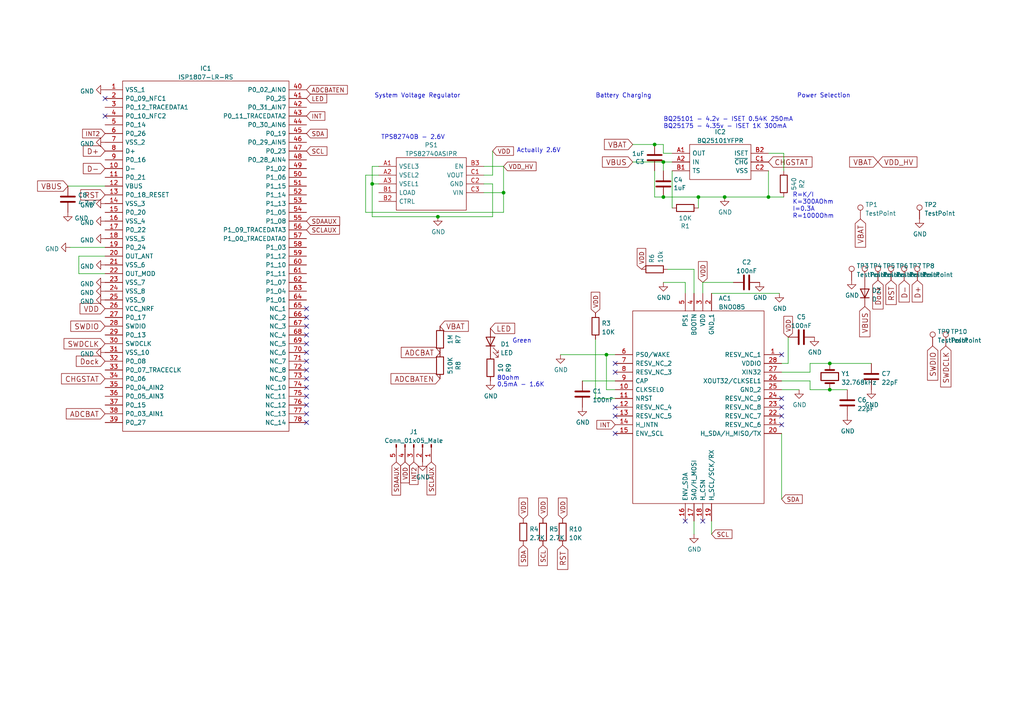
<source format=kicad_sch>
(kicad_sch (version 20211123) (generator eeschema)

  (uuid e63e39d7-6ac0-4ffd-8aa3-1841a4541b55)

  (paper "A4")

  (lib_symbols
    (symbol "Connector:Conn_01x05_Male" (pin_names (offset 1.016) hide) (in_bom yes) (on_board yes)
      (property "Reference" "J" (id 0) (at 0 7.62 0)
        (effects (font (size 1.27 1.27)))
      )
      (property "Value" "Conn_01x05_Male" (id 1) (at 0 -7.62 0)
        (effects (font (size 1.27 1.27)))
      )
      (property "Footprint" "" (id 2) (at 0 0 0)
        (effects (font (size 1.27 1.27)) hide)
      )
      (property "Datasheet" "~" (id 3) (at 0 0 0)
        (effects (font (size 1.27 1.27)) hide)
      )
      (property "ki_keywords" "connector" (id 4) (at 0 0 0)
        (effects (font (size 1.27 1.27)) hide)
      )
      (property "ki_description" "Generic connector, single row, 01x05, script generated (kicad-library-utils/schlib/autogen/connector/)" (id 5) (at 0 0 0)
        (effects (font (size 1.27 1.27)) hide)
      )
      (property "ki_fp_filters" "Connector*:*_1x??_*" (id 6) (at 0 0 0)
        (effects (font (size 1.27 1.27)) hide)
      )
      (symbol "Conn_01x05_Male_1_1"
        (polyline
          (pts
            (xy 1.27 -5.08)
            (xy 0.8636 -5.08)
          )
          (stroke (width 0.1524) (type default) (color 0 0 0 0))
          (fill (type none))
        )
        (polyline
          (pts
            (xy 1.27 -2.54)
            (xy 0.8636 -2.54)
          )
          (stroke (width 0.1524) (type default) (color 0 0 0 0))
          (fill (type none))
        )
        (polyline
          (pts
            (xy 1.27 0)
            (xy 0.8636 0)
          )
          (stroke (width 0.1524) (type default) (color 0 0 0 0))
          (fill (type none))
        )
        (polyline
          (pts
            (xy 1.27 2.54)
            (xy 0.8636 2.54)
          )
          (stroke (width 0.1524) (type default) (color 0 0 0 0))
          (fill (type none))
        )
        (polyline
          (pts
            (xy 1.27 5.08)
            (xy 0.8636 5.08)
          )
          (stroke (width 0.1524) (type default) (color 0 0 0 0))
          (fill (type none))
        )
        (rectangle (start 0.8636 -4.953) (end 0 -5.207)
          (stroke (width 0.1524) (type default) (color 0 0 0 0))
          (fill (type outline))
        )
        (rectangle (start 0.8636 -2.413) (end 0 -2.667)
          (stroke (width 0.1524) (type default) (color 0 0 0 0))
          (fill (type outline))
        )
        (rectangle (start 0.8636 0.127) (end 0 -0.127)
          (stroke (width 0.1524) (type default) (color 0 0 0 0))
          (fill (type outline))
        )
        (rectangle (start 0.8636 2.667) (end 0 2.413)
          (stroke (width 0.1524) (type default) (color 0 0 0 0))
          (fill (type outline))
        )
        (rectangle (start 0.8636 5.207) (end 0 4.953)
          (stroke (width 0.1524) (type default) (color 0 0 0 0))
          (fill (type outline))
        )
        (pin passive line (at 5.08 5.08 180) (length 3.81)
          (name "Pin_1" (effects (font (size 1.27 1.27))))
          (number "1" (effects (font (size 1.27 1.27))))
        )
        (pin passive line (at 5.08 2.54 180) (length 3.81)
          (name "Pin_2" (effects (font (size 1.27 1.27))))
          (number "2" (effects (font (size 1.27 1.27))))
        )
        (pin passive line (at 5.08 0 180) (length 3.81)
          (name "Pin_3" (effects (font (size 1.27 1.27))))
          (number "3" (effects (font (size 1.27 1.27))))
        )
        (pin passive line (at 5.08 -2.54 180) (length 3.81)
          (name "Pin_4" (effects (font (size 1.27 1.27))))
          (number "4" (effects (font (size 1.27 1.27))))
        )
        (pin passive line (at 5.08 -5.08 180) (length 3.81)
          (name "Pin_5" (effects (font (size 1.27 1.27))))
          (number "5" (effects (font (size 1.27 1.27))))
        )
      )
    )
    (symbol "Connector:TestPoint" (pin_numbers hide) (pin_names (offset 0.762) hide) (in_bom yes) (on_board yes)
      (property "Reference" "TP" (id 0) (at 0 6.858 0)
        (effects (font (size 1.27 1.27)))
      )
      (property "Value" "TestPoint" (id 1) (at 0 5.08 0)
        (effects (font (size 1.27 1.27)))
      )
      (property "Footprint" "" (id 2) (at 5.08 0 0)
        (effects (font (size 1.27 1.27)) hide)
      )
      (property "Datasheet" "~" (id 3) (at 5.08 0 0)
        (effects (font (size 1.27 1.27)) hide)
      )
      (property "ki_keywords" "test point tp" (id 4) (at 0 0 0)
        (effects (font (size 1.27 1.27)) hide)
      )
      (property "ki_description" "test point" (id 5) (at 0 0 0)
        (effects (font (size 1.27 1.27)) hide)
      )
      (property "ki_fp_filters" "Pin* Test*" (id 6) (at 0 0 0)
        (effects (font (size 1.27 1.27)) hide)
      )
      (symbol "TestPoint_0_1"
        (circle (center 0 3.302) (radius 0.762)
          (stroke (width 0) (type default) (color 0 0 0 0))
          (fill (type none))
        )
      )
      (symbol "TestPoint_1_1"
        (pin passive line (at 0 0 90) (length 2.54)
          (name "1" (effects (font (size 1.27 1.27))))
          (number "1" (effects (font (size 1.27 1.27))))
        )
      )
    )
    (symbol "Device:C" (pin_numbers hide) (pin_names (offset 0.254)) (in_bom yes) (on_board yes)
      (property "Reference" "C" (id 0) (at 0.635 2.54 0)
        (effects (font (size 1.27 1.27)) (justify left))
      )
      (property "Value" "C" (id 1) (at 0.635 -2.54 0)
        (effects (font (size 1.27 1.27)) (justify left))
      )
      (property "Footprint" "" (id 2) (at 0.9652 -3.81 0)
        (effects (font (size 1.27 1.27)) hide)
      )
      (property "Datasheet" "~" (id 3) (at 0 0 0)
        (effects (font (size 1.27 1.27)) hide)
      )
      (property "ki_keywords" "cap capacitor" (id 4) (at 0 0 0)
        (effects (font (size 1.27 1.27)) hide)
      )
      (property "ki_description" "Unpolarized capacitor" (id 5) (at 0 0 0)
        (effects (font (size 1.27 1.27)) hide)
      )
      (property "ki_fp_filters" "C_*" (id 6) (at 0 0 0)
        (effects (font (size 1.27 1.27)) hide)
      )
      (symbol "C_0_1"
        (polyline
          (pts
            (xy -2.032 -0.762)
            (xy 2.032 -0.762)
          )
          (stroke (width 0.508) (type default) (color 0 0 0 0))
          (fill (type none))
        )
        (polyline
          (pts
            (xy -2.032 0.762)
            (xy 2.032 0.762)
          )
          (stroke (width 0.508) (type default) (color 0 0 0 0))
          (fill (type none))
        )
      )
      (symbol "C_1_1"
        (pin passive line (at 0 3.81 270) (length 2.794)
          (name "~" (effects (font (size 1.27 1.27))))
          (number "1" (effects (font (size 1.27 1.27))))
        )
        (pin passive line (at 0 -3.81 90) (length 2.794)
          (name "~" (effects (font (size 1.27 1.27))))
          (number "2" (effects (font (size 1.27 1.27))))
        )
      )
    )
    (symbol "Device:Crystal" (pin_numbers hide) (pin_names (offset 1.016) hide) (in_bom yes) (on_board yes)
      (property "Reference" "Y" (id 0) (at 0 3.81 0)
        (effects (font (size 1.27 1.27)))
      )
      (property "Value" "Crystal" (id 1) (at 0 -3.81 0)
        (effects (font (size 1.27 1.27)))
      )
      (property "Footprint" "" (id 2) (at 0 0 0)
        (effects (font (size 1.27 1.27)) hide)
      )
      (property "Datasheet" "~" (id 3) (at 0 0 0)
        (effects (font (size 1.27 1.27)) hide)
      )
      (property "ki_keywords" "quartz ceramic resonator oscillator" (id 4) (at 0 0 0)
        (effects (font (size 1.27 1.27)) hide)
      )
      (property "ki_description" "Two pin crystal" (id 5) (at 0 0 0)
        (effects (font (size 1.27 1.27)) hide)
      )
      (property "ki_fp_filters" "Crystal*" (id 6) (at 0 0 0)
        (effects (font (size 1.27 1.27)) hide)
      )
      (symbol "Crystal_0_1"
        (rectangle (start -1.143 2.54) (end 1.143 -2.54)
          (stroke (width 0.3048) (type default) (color 0 0 0 0))
          (fill (type none))
        )
        (polyline
          (pts
            (xy -2.54 0)
            (xy -1.905 0)
          )
          (stroke (width 0) (type default) (color 0 0 0 0))
          (fill (type none))
        )
        (polyline
          (pts
            (xy -1.905 -1.27)
            (xy -1.905 1.27)
          )
          (stroke (width 0.508) (type default) (color 0 0 0 0))
          (fill (type none))
        )
        (polyline
          (pts
            (xy 1.905 -1.27)
            (xy 1.905 1.27)
          )
          (stroke (width 0.508) (type default) (color 0 0 0 0))
          (fill (type none))
        )
        (polyline
          (pts
            (xy 2.54 0)
            (xy 1.905 0)
          )
          (stroke (width 0) (type default) (color 0 0 0 0))
          (fill (type none))
        )
      )
      (symbol "Crystal_1_1"
        (pin passive line (at -3.81 0 0) (length 1.27)
          (name "1" (effects (font (size 1.27 1.27))))
          (number "1" (effects (font (size 1.27 1.27))))
        )
        (pin passive line (at 3.81 0 180) (length 1.27)
          (name "2" (effects (font (size 1.27 1.27))))
          (number "2" (effects (font (size 1.27 1.27))))
        )
      )
    )
    (symbol "Device:D" (pin_numbers hide) (pin_names (offset 1.016) hide) (in_bom yes) (on_board yes)
      (property "Reference" "D" (id 0) (at 0 2.54 0)
        (effects (font (size 1.27 1.27)))
      )
      (property "Value" "D" (id 1) (at 0 -2.54 0)
        (effects (font (size 1.27 1.27)))
      )
      (property "Footprint" "" (id 2) (at 0 0 0)
        (effects (font (size 1.27 1.27)) hide)
      )
      (property "Datasheet" "~" (id 3) (at 0 0 0)
        (effects (font (size 1.27 1.27)) hide)
      )
      (property "ki_keywords" "diode" (id 4) (at 0 0 0)
        (effects (font (size 1.27 1.27)) hide)
      )
      (property "ki_description" "Diode" (id 5) (at 0 0 0)
        (effects (font (size 1.27 1.27)) hide)
      )
      (property "ki_fp_filters" "TO-???* *_Diode_* *SingleDiode* D_*" (id 6) (at 0 0 0)
        (effects (font (size 1.27 1.27)) hide)
      )
      (symbol "D_0_1"
        (polyline
          (pts
            (xy -1.27 1.27)
            (xy -1.27 -1.27)
          )
          (stroke (width 0.254) (type default) (color 0 0 0 0))
          (fill (type none))
        )
        (polyline
          (pts
            (xy 1.27 0)
            (xy -1.27 0)
          )
          (stroke (width 0) (type default) (color 0 0 0 0))
          (fill (type none))
        )
        (polyline
          (pts
            (xy 1.27 1.27)
            (xy 1.27 -1.27)
            (xy -1.27 0)
            (xy 1.27 1.27)
          )
          (stroke (width 0.254) (type default) (color 0 0 0 0))
          (fill (type none))
        )
      )
      (symbol "D_1_1"
        (pin passive line (at -3.81 0 0) (length 2.54)
          (name "K" (effects (font (size 1.27 1.27))))
          (number "1" (effects (font (size 1.27 1.27))))
        )
        (pin passive line (at 3.81 0 180) (length 2.54)
          (name "A" (effects (font (size 1.27 1.27))))
          (number "2" (effects (font (size 1.27 1.27))))
        )
      )
    )
    (symbol "Device:LED" (pin_numbers hide) (pin_names (offset 1.016) hide) (in_bom yes) (on_board yes)
      (property "Reference" "D" (id 0) (at 0 2.54 0)
        (effects (font (size 1.27 1.27)))
      )
      (property "Value" "LED" (id 1) (at 0 -2.54 0)
        (effects (font (size 1.27 1.27)))
      )
      (property "Footprint" "" (id 2) (at 0 0 0)
        (effects (font (size 1.27 1.27)) hide)
      )
      (property "Datasheet" "~" (id 3) (at 0 0 0)
        (effects (font (size 1.27 1.27)) hide)
      )
      (property "ki_keywords" "LED diode" (id 4) (at 0 0 0)
        (effects (font (size 1.27 1.27)) hide)
      )
      (property "ki_description" "Light emitting diode" (id 5) (at 0 0 0)
        (effects (font (size 1.27 1.27)) hide)
      )
      (property "ki_fp_filters" "LED* LED_SMD:* LED_THT:*" (id 6) (at 0 0 0)
        (effects (font (size 1.27 1.27)) hide)
      )
      (symbol "LED_0_1"
        (polyline
          (pts
            (xy -1.27 -1.27)
            (xy -1.27 1.27)
          )
          (stroke (width 0.254) (type default) (color 0 0 0 0))
          (fill (type none))
        )
        (polyline
          (pts
            (xy -1.27 0)
            (xy 1.27 0)
          )
          (stroke (width 0) (type default) (color 0 0 0 0))
          (fill (type none))
        )
        (polyline
          (pts
            (xy 1.27 -1.27)
            (xy 1.27 1.27)
            (xy -1.27 0)
            (xy 1.27 -1.27)
          )
          (stroke (width 0.254) (type default) (color 0 0 0 0))
          (fill (type none))
        )
        (polyline
          (pts
            (xy -3.048 -0.762)
            (xy -4.572 -2.286)
            (xy -3.81 -2.286)
            (xy -4.572 -2.286)
            (xy -4.572 -1.524)
          )
          (stroke (width 0) (type default) (color 0 0 0 0))
          (fill (type none))
        )
        (polyline
          (pts
            (xy -1.778 -0.762)
            (xy -3.302 -2.286)
            (xy -2.54 -2.286)
            (xy -3.302 -2.286)
            (xy -3.302 -1.524)
          )
          (stroke (width 0) (type default) (color 0 0 0 0))
          (fill (type none))
        )
      )
      (symbol "LED_1_1"
        (pin passive line (at -3.81 0 0) (length 2.54)
          (name "K" (effects (font (size 1.27 1.27))))
          (number "1" (effects (font (size 1.27 1.27))))
        )
        (pin passive line (at 3.81 0 180) (length 2.54)
          (name "A" (effects (font (size 1.27 1.27))))
          (number "2" (effects (font (size 1.27 1.27))))
        )
      )
    )
    (symbol "Device:R" (pin_numbers hide) (pin_names (offset 0)) (in_bom yes) (on_board yes)
      (property "Reference" "R" (id 0) (at 2.032 0 90)
        (effects (font (size 1.27 1.27)))
      )
      (property "Value" "R" (id 1) (at 0 0 90)
        (effects (font (size 1.27 1.27)))
      )
      (property "Footprint" "" (id 2) (at -1.778 0 90)
        (effects (font (size 1.27 1.27)) hide)
      )
      (property "Datasheet" "~" (id 3) (at 0 0 0)
        (effects (font (size 1.27 1.27)) hide)
      )
      (property "ki_keywords" "R res resistor" (id 4) (at 0 0 0)
        (effects (font (size 1.27 1.27)) hide)
      )
      (property "ki_description" "Resistor" (id 5) (at 0 0 0)
        (effects (font (size 1.27 1.27)) hide)
      )
      (property "ki_fp_filters" "R_*" (id 6) (at 0 0 0)
        (effects (font (size 1.27 1.27)) hide)
      )
      (symbol "R_0_1"
        (rectangle (start -1.016 -2.54) (end 1.016 2.54)
          (stroke (width 0.254) (type default) (color 0 0 0 0))
          (fill (type none))
        )
      )
      (symbol "R_1_1"
        (pin passive line (at 0 3.81 270) (length 1.27)
          (name "~" (effects (font (size 1.27 1.27))))
          (number "1" (effects (font (size 1.27 1.27))))
        )
        (pin passive line (at 0 -3.81 90) (length 1.27)
          (name "~" (effects (font (size 1.27 1.27))))
          (number "2" (effects (font (size 1.27 1.27))))
        )
      )
    )
    (symbol "SamacSys_Parts:BNO085" (pin_names (offset 0.762)) (in_bom yes) (on_board yes)
      (property "Reference" "AC" (id 0) (at 44.45 17.78 0)
        (effects (font (size 1.27 1.27)) (justify left))
      )
      (property "Value" "BNO085" (id 1) (at 44.45 15.24 0)
        (effects (font (size 1.27 1.27)) (justify left))
      )
      (property "Footprint" "BNO085" (id 2) (at 44.45 12.7 0)
        (effects (font (size 1.27 1.27)) (justify left) hide)
      )
      (property "Datasheet" "https://www.hillcrestlabs.com/downloads/bno080-datasheet" (id 3) (at 44.45 10.16 0)
        (effects (font (size 1.27 1.27)) (justify left) hide)
      )
      (property "Description" "IMU ACCEL/GYRO/MAG I2C 32BIT" (id 4) (at 44.45 7.62 0)
        (effects (font (size 1.27 1.27)) (justify left) hide)
      )
      (property "Height" "1.18" (id 5) (at 44.45 5.08 0)
        (effects (font (size 1.27 1.27)) (justify left) hide)
      )
      (property "Manufacturer_Name" "Hillcrest Laboratories, Inc." (id 6) (at 44.45 2.54 0)
        (effects (font (size 1.27 1.27)) (justify left) hide)
      )
      (property "Manufacturer_Part_Number" "BNO085" (id 7) (at 44.45 0 0)
        (effects (font (size 1.27 1.27)) (justify left) hide)
      )
      (property "ki_description" "IMU ACCEL/GYRO/MAG I2C 32BIT" (id 8) (at 0 0 0)
        (effects (font (size 1.27 1.27)) hide)
      )
      (symbol "BNO085_0_0"
        (pin passive line (at 48.26 0 180) (length 5.08)
          (name "RESV_NC_1" (effects (font (size 1.27 1.27))))
          (number "1" (effects (font (size 1.27 1.27))))
        )
        (pin passive line (at 0 -10.16 0) (length 5.08)
          (name "CLKSEL0" (effects (font (size 1.27 1.27))))
          (number "10" (effects (font (size 1.27 1.27))))
        )
        (pin passive line (at 0 -12.7 0) (length 5.08)
          (name "NRST" (effects (font (size 1.27 1.27))))
          (number "11" (effects (font (size 1.27 1.27))))
        )
        (pin passive line (at 0 -15.24 0) (length 5.08)
          (name "RESV_NC_4" (effects (font (size 1.27 1.27))))
          (number "12" (effects (font (size 1.27 1.27))))
        )
        (pin passive line (at 0 -17.78 0) (length 5.08)
          (name "RESV_NC_5" (effects (font (size 1.27 1.27))))
          (number "13" (effects (font (size 1.27 1.27))))
        )
        (pin passive line (at 0 -20.32 0) (length 5.08)
          (name "H_INTN" (effects (font (size 1.27 1.27))))
          (number "14" (effects (font (size 1.27 1.27))))
        )
        (pin passive line (at 0 -22.86 0) (length 5.08)
          (name "ENV_SCL" (effects (font (size 1.27 1.27))))
          (number "15" (effects (font (size 1.27 1.27))))
        )
        (pin passive line (at 20.32 -48.26 90) (length 5.08)
          (name "ENV_SDA" (effects (font (size 1.27 1.27))))
          (number "16" (effects (font (size 1.27 1.27))))
        )
        (pin passive line (at 22.86 -48.26 90) (length 5.08)
          (name "SA0/H_MOSI" (effects (font (size 1.27 1.27))))
          (number "17" (effects (font (size 1.27 1.27))))
        )
        (pin passive line (at 25.4 -48.26 90) (length 5.08)
          (name "H_CSN" (effects (font (size 1.27 1.27))))
          (number "18" (effects (font (size 1.27 1.27))))
        )
        (pin passive line (at 27.94 -48.26 90) (length 5.08)
          (name "H_SCL/SCK/RX" (effects (font (size 1.27 1.27))))
          (number "19" (effects (font (size 1.27 1.27))))
        )
        (pin passive line (at 27.94 17.78 270) (length 5.08)
          (name "GND_1" (effects (font (size 1.27 1.27))))
          (number "2" (effects (font (size 1.27 1.27))))
        )
        (pin passive line (at 48.26 -22.86 180) (length 5.08)
          (name "H_SDA/H_MISO/TX" (effects (font (size 1.27 1.27))))
          (number "20" (effects (font (size 1.27 1.27))))
        )
        (pin passive line (at 48.26 -20.32 180) (length 5.08)
          (name "RESV_NC_6" (effects (font (size 1.27 1.27))))
          (number "21" (effects (font (size 1.27 1.27))))
        )
        (pin passive line (at 48.26 -17.78 180) (length 5.08)
          (name "RESV_NC_7" (effects (font (size 1.27 1.27))))
          (number "22" (effects (font (size 1.27 1.27))))
        )
        (pin passive line (at 48.26 -15.24 180) (length 5.08)
          (name "RESV_NC_8" (effects (font (size 1.27 1.27))))
          (number "23" (effects (font (size 1.27 1.27))))
        )
        (pin passive line (at 48.26 -12.7 180) (length 5.08)
          (name "RESV_NC_9" (effects (font (size 1.27 1.27))))
          (number "24" (effects (font (size 1.27 1.27))))
        )
        (pin passive line (at 48.26 -10.16 180) (length 5.08)
          (name "GND_2" (effects (font (size 1.27 1.27))))
          (number "25" (effects (font (size 1.27 1.27))))
        )
        (pin passive line (at 48.26 -7.62 180) (length 5.08)
          (name "XOUT32/CLKSEL1" (effects (font (size 1.27 1.27))))
          (number "26" (effects (font (size 1.27 1.27))))
        )
        (pin passive line (at 48.26 -5.08 180) (length 5.08)
          (name "XIN32" (effects (font (size 1.27 1.27))))
          (number "27" (effects (font (size 1.27 1.27))))
        )
        (pin passive line (at 48.26 -2.54 180) (length 5.08)
          (name "VDDIO" (effects (font (size 1.27 1.27))))
          (number "28" (effects (font (size 1.27 1.27))))
        )
        (pin passive line (at 25.4 17.78 270) (length 5.08)
          (name "VDD" (effects (font (size 1.27 1.27))))
          (number "3" (effects (font (size 1.27 1.27))))
        )
        (pin passive line (at 22.86 17.78 270) (length 5.08)
          (name "BOOTN" (effects (font (size 1.27 1.27))))
          (number "4" (effects (font (size 1.27 1.27))))
        )
        (pin passive line (at 20.32 17.78 270) (length 5.08)
          (name "PS1" (effects (font (size 1.27 1.27))))
          (number "5" (effects (font (size 1.27 1.27))))
        )
        (pin passive line (at 0 0 0) (length 5.08)
          (name "PS0/WAKE" (effects (font (size 1.27 1.27))))
          (number "6" (effects (font (size 1.27 1.27))))
        )
        (pin passive line (at 0 -2.54 0) (length 5.08)
          (name "RESV_NC_2" (effects (font (size 1.27 1.27))))
          (number "7" (effects (font (size 1.27 1.27))))
        )
        (pin passive line (at 0 -5.08 0) (length 5.08)
          (name "RESV_NC_3" (effects (font (size 1.27 1.27))))
          (number "8" (effects (font (size 1.27 1.27))))
        )
        (pin passive line (at 0 -7.62 0) (length 5.08)
          (name "CAP" (effects (font (size 1.27 1.27))))
          (number "9" (effects (font (size 1.27 1.27))))
        )
      )
      (symbol "BNO085_0_1"
        (polyline
          (pts
            (xy 5.08 12.7)
            (xy 43.18 12.7)
            (xy 43.18 -43.18)
            (xy 5.08 -43.18)
            (xy 5.08 12.7)
          )
          (stroke (width 0.1524) (type default) (color 0 0 0 0))
          (fill (type none))
        )
      )
    )
    (symbol "SamacSys_Parts:BQ25101YFPR" (pin_names (offset 0.762)) (in_bom yes) (on_board yes)
      (property "Reference" "IC" (id 0) (at 24.13 7.62 0)
        (effects (font (size 1.27 1.27)) (justify left))
      )
      (property "Value" "BQ25101YFPR" (id 1) (at 24.13 5.08 0)
        (effects (font (size 1.27 1.27)) (justify left))
      )
      (property "Footprint" "BGA6C40P2X3_88X158X50" (id 2) (at 24.13 2.54 0)
        (effects (font (size 1.27 1.27)) (justify left) hide)
      )
      (property "Datasheet" "http://www.ti.com/lit/gpn/bq25101" (id 3) (at 24.13 0 0)
        (effects (font (size 1.27 1.27)) (justify left) hide)
      )
      (property "Description" "250-mA Single Cell Li-Ion Battery Charger, 1mA termination, 75nA Battery leakage" (id 4) (at 24.13 -2.54 0)
        (effects (font (size 1.27 1.27)) (justify left) hide)
      )
      (property "Height" "0.5" (id 5) (at 24.13 -5.08 0)
        (effects (font (size 1.27 1.27)) (justify left) hide)
      )
      (property "Mouser Part Number" "595-BQ25101YFPR" (id 6) (at 24.13 -7.62 0)
        (effects (font (size 1.27 1.27)) (justify left) hide)
      )
      (property "Mouser Price/Stock" "https://www.mouser.co.uk/ProductDetail/Texas-Instruments/BQ25101YFPR?qs=S0GpHP26UDKCaDycRQVYfQ%3D%3D" (id 7) (at 24.13 -10.16 0)
        (effects (font (size 1.27 1.27)) (justify left) hide)
      )
      (property "Manufacturer_Name" "Texas Instruments" (id 8) (at 24.13 -12.7 0)
        (effects (font (size 1.27 1.27)) (justify left) hide)
      )
      (property "Manufacturer_Part_Number" "BQ25101YFPR" (id 9) (at 24.13 -15.24 0)
        (effects (font (size 1.27 1.27)) (justify left) hide)
      )
      (property "ki_description" "250-mA Single Cell Li-Ion Battery Charger, 1mA termination, 75nA Battery leakage" (id 10) (at 0 0 0)
        (effects (font (size 1.27 1.27)) hide)
      )
      (symbol "BQ25101YFPR_0_0"
        (pin passive line (at 0 0 0) (length 5.08)
          (name "OUT" (effects (font (size 1.27 1.27))))
          (number "A1" (effects (font (size 1.27 1.27))))
        )
        (pin passive line (at 0 -2.54 0) (length 5.08)
          (name "IN" (effects (font (size 1.27 1.27))))
          (number "A2" (effects (font (size 1.27 1.27))))
        )
        (pin passive line (at 0 -5.08 0) (length 5.08)
          (name "TS" (effects (font (size 1.27 1.27))))
          (number "B1" (effects (font (size 1.27 1.27))))
        )
        (pin passive line (at 27.94 0 180) (length 5.08)
          (name "ISET" (effects (font (size 1.27 1.27))))
          (number "B2" (effects (font (size 1.27 1.27))))
        )
        (pin passive line (at 27.94 -2.54 180) (length 5.08)
          (name "~{CHG}" (effects (font (size 1.27 1.27))))
          (number "C1" (effects (font (size 1.27 1.27))))
        )
        (pin passive line (at 27.94 -5.08 180) (length 5.08)
          (name "VSS" (effects (font (size 1.27 1.27))))
          (number "C2" (effects (font (size 1.27 1.27))))
        )
      )
      (symbol "BQ25101YFPR_0_1"
        (polyline
          (pts
            (xy 5.08 2.54)
            (xy 22.86 2.54)
            (xy 22.86 -7.62)
            (xy 5.08 -7.62)
            (xy 5.08 2.54)
          )
          (stroke (width 0.1524) (type default) (color 0 0 0 0))
          (fill (type none))
        )
      )
    )
    (symbol "SamacSys_Parts:ICM-42688-V" (pin_names (offset 0.762)) (in_bom yes) (on_board yes)
      (property "Reference" "AC" (id 0) (at 62.23 43.18 0)
        (effects (font (size 1.27 1.27)) (justify left))
      )
      (property "Value" "ICM-42688-V" (id 1) (at 62.23 40.64 0)
        (effects (font (size 1.27 1.27)) (justify left))
      )
      (property "Footprint" "IIM42352" (id 2) (at 62.23 38.1 0)
        (effects (font (size 1.27 1.27)) (justify left) hide)
      )
      (property "Datasheet" "https://3cfeqx1hf82y3xcoull08ihx-wpengine.netdna-ssl.com/wp-content/uploads/2021/04/DS-000439-ICM-42688-V-v1.1.pdf" (id 3) (at 62.23 35.56 0)
        (effects (font (size 1.27 1.27)) (justify left) hide)
      )
      (property "Description" "High Precision 6-Axis MEMS MotionTracking? Device with Advanced Sensor Fusion Library" (id 4) (at 62.23 33.02 0)
        (effects (font (size 1.27 1.27)) (justify left) hide)
      )
      (property "Height" "" (id 5) (at 62.23 30.48 0)
        (effects (font (size 1.27 1.27)) (justify left) hide)
      )
      (property "Mouser Part Number" "410-ICM-42688-V" (id 6) (at 62.23 27.94 0)
        (effects (font (size 1.27 1.27)) (justify left) hide)
      )
      (property "Mouser Price/Stock" "https://www.mouser.co.uk/ProductDetail/TDK-InvenSense/ICM-42688-V?qs=iLbezkQI%252Bsj8X%2F1CCh43jQ%3D%3D" (id 7) (at 62.23 25.4 0)
        (effects (font (size 1.27 1.27)) (justify left) hide)
      )
      (property "Manufacturer_Name" "TDK" (id 8) (at 62.23 22.86 0)
        (effects (font (size 1.27 1.27)) (justify left) hide)
      )
      (property "Manufacturer_Part_Number" "ICM-42688-V" (id 9) (at 62.23 20.32 0)
        (effects (font (size 1.27 1.27)) (justify left) hide)
      )
      (property "ki_description" "High Precision 6-Axis MEMS MotionTracking? Device with Advanced Sensor Fusion Library" (id 10) (at 0 0 0)
        (effects (font (size 1.27 1.27)) hide)
      )
      (symbol "ICM-42688-V_0_0"
        (pin passive line (at 0 0 0) (length 5.08)
          (name "AP_SDO_/_AP_AD0" (effects (font (size 1.27 1.27))))
          (number "1" (effects (font (size 1.27 1.27))))
        )
        (pin passive line (at 66.04 -2.54 180) (length 5.08)
          (name "RESV_4" (effects (font (size 1.27 1.27))))
          (number "10" (effects (font (size 1.27 1.27))))
        )
        (pin passive line (at 66.04 0 180) (length 5.08)
          (name "RESV_5" (effects (font (size 1.27 1.27))))
          (number "11" (effects (font (size 1.27 1.27))))
        )
        (pin passive line (at 35.56 43.18 270) (length 5.08)
          (name "AP_CS" (effects (font (size 1.27 1.27))))
          (number "12" (effects (font (size 1.27 1.27))))
        )
        (pin passive line (at 33.02 43.18 270) (length 5.08)
          (name "AP_SCL_/_AP_SCLK" (effects (font (size 1.27 1.27))))
          (number "13" (effects (font (size 1.27 1.27))))
        )
        (pin passive line (at 30.48 43.18 270) (length 5.08)
          (name "AP_SDA_/_AP_SDIO_/_AP_SDI" (effects (font (size 1.27 1.27))))
          (number "14" (effects (font (size 1.27 1.27))))
        )
        (pin passive line (at 0 -2.54 0) (length 5.08)
          (name "RESV_1" (effects (font (size 1.27 1.27))))
          (number "2" (effects (font (size 1.27 1.27))))
        )
        (pin passive line (at 0 -5.08 0) (length 5.08)
          (name "RESV_2" (effects (font (size 1.27 1.27))))
          (number "3" (effects (font (size 1.27 1.27))))
        )
        (pin passive line (at 0 -7.62 0) (length 5.08)
          (name "INT1_/_INT" (effects (font (size 1.27 1.27))))
          (number "4" (effects (font (size 1.27 1.27))))
        )
        (pin passive line (at 30.48 -25.4 90) (length 5.08)
          (name "VDDIO" (effects (font (size 1.27 1.27))))
          (number "5" (effects (font (size 1.27 1.27))))
        )
        (pin passive line (at 33.02 -25.4 90) (length 5.08)
          (name "GND" (effects (font (size 1.27 1.27))))
          (number "6" (effects (font (size 1.27 1.27))))
        )
        (pin passive line (at 35.56 -25.4 90) (length 5.08)
          (name "RESV_3" (effects (font (size 1.27 1.27))))
          (number "7" (effects (font (size 1.27 1.27))))
        )
        (pin passive line (at 66.04 -7.62 180) (length 5.08)
          (name "VDD" (effects (font (size 1.27 1.27))))
          (number "8" (effects (font (size 1.27 1.27))))
        )
        (pin passive line (at 66.04 -5.08 180) (length 5.08)
          (name "INT2_/_FSYNC_/_CLKIN" (effects (font (size 1.27 1.27))))
          (number "9" (effects (font (size 1.27 1.27))))
        )
      )
      (symbol "ICM-42688-V_0_1"
        (polyline
          (pts
            (xy 5.08 38.1)
            (xy 60.96 38.1)
            (xy 60.96 -20.32)
            (xy 5.08 -20.32)
            (xy 5.08 38.1)
          )
          (stroke (width 0.1524) (type default) (color 0 0 0 0))
          (fill (type none))
        )
      )
    )
    (symbol "SamacSys_Parts:ISP1807-LR-RS" (pin_names (offset 0.762)) (in_bom yes) (on_board yes)
      (property "Reference" "IC" (id 0) (at 54.61 7.62 0)
        (effects (font (size 1.27 1.27)) (justify left))
      )
      (property "Value" "ISP1807-LR-RS" (id 1) (at 54.61 5.08 0)
        (effects (font (size 1.27 1.27)) (justify left))
      )
      (property "Footprint" "ISP1807LRRS" (id 2) (at 54.61 2.54 0)
        (effects (font (size 1.27 1.27)) (justify left) hide)
      )
      (property "Datasheet" "https://www.insightsip.com/fichiers_insightsip/pdf/ble/ISP1807/isp_ble_DS1807.pdf" (id 3) (at 54.61 0 0)
        (effects (font (size 1.27 1.27)) (justify left) hide)
      )
      (property "Description" "RX TXRX MODULE BT TRC ANT SMD" (id 4) (at 54.61 -2.54 0)
        (effects (font (size 1.27 1.27)) (justify left) hide)
      )
      (property "Height" "1" (id 5) (at 54.61 -5.08 0)
        (effects (font (size 1.27 1.27)) (justify left) hide)
      )
      (property "Mouser Part Number" "359-ISP1807-LR-RS" (id 6) (at 54.61 -7.62 0)
        (effects (font (size 1.27 1.27)) (justify left) hide)
      )
      (property "Mouser Price/Stock" "https://www.mouser.co.uk/ProductDetail/Insight-SiP/ISP1807-LR-RS?qs=PqoDHHvF649jBaTuCZQSOQ%3D%3D" (id 7) (at 54.61 -10.16 0)
        (effects (font (size 1.27 1.27)) (justify left) hide)
      )
      (property "Manufacturer_Name" "Insight SIP" (id 8) (at 54.61 -12.7 0)
        (effects (font (size 1.27 1.27)) (justify left) hide)
      )
      (property "Manufacturer_Part_Number" "ISP1807-LR-RS" (id 9) (at 54.61 -15.24 0)
        (effects (font (size 1.27 1.27)) (justify left) hide)
      )
      (property "ki_description" "RX TXRX MODULE BT TRC ANT SMD" (id 10) (at 0 0 0)
        (effects (font (size 1.27 1.27)) hide)
      )
      (symbol "ISP1807-LR-RS_0_0"
        (pin passive line (at 0 0 0) (length 5.08)
          (name "VSS_1" (effects (font (size 1.27 1.27))))
          (number "1" (effects (font (size 1.27 1.27))))
        )
        (pin passive line (at 0 -22.86 0) (length 5.08)
          (name "D-" (effects (font (size 1.27 1.27))))
          (number "10" (effects (font (size 1.27 1.27))))
        )
        (pin passive line (at 0 -25.4 0) (length 5.08)
          (name "P0_21" (effects (font (size 1.27 1.27))))
          (number "11" (effects (font (size 1.27 1.27))))
        )
        (pin passive line (at 0 -27.94 0) (length 5.08)
          (name "VBUS" (effects (font (size 1.27 1.27))))
          (number "12" (effects (font (size 1.27 1.27))))
        )
        (pin passive line (at 0 -30.48 0) (length 5.08)
          (name "P0_18_RESET" (effects (font (size 1.27 1.27))))
          (number "13" (effects (font (size 1.27 1.27))))
        )
        (pin passive line (at 0 -33.02 0) (length 5.08)
          (name "VSS_3" (effects (font (size 1.27 1.27))))
          (number "14" (effects (font (size 1.27 1.27))))
        )
        (pin passive line (at 0 -35.56 0) (length 5.08)
          (name "P0_20" (effects (font (size 1.27 1.27))))
          (number "15" (effects (font (size 1.27 1.27))))
        )
        (pin passive line (at 0 -38.1 0) (length 5.08)
          (name "VSS_4" (effects (font (size 1.27 1.27))))
          (number "16" (effects (font (size 1.27 1.27))))
        )
        (pin passive line (at 0 -40.64 0) (length 5.08)
          (name "P0_22" (effects (font (size 1.27 1.27))))
          (number "17" (effects (font (size 1.27 1.27))))
        )
        (pin passive line (at 0 -43.18 0) (length 5.08)
          (name "VSS_5" (effects (font (size 1.27 1.27))))
          (number "18" (effects (font (size 1.27 1.27))))
        )
        (pin passive line (at 0 -45.72 0) (length 5.08)
          (name "P0_24" (effects (font (size 1.27 1.27))))
          (number "19" (effects (font (size 1.27 1.27))))
        )
        (pin passive line (at 0 -2.54 0) (length 5.08)
          (name "P0_09_NFC1" (effects (font (size 1.27 1.27))))
          (number "2" (effects (font (size 1.27 1.27))))
        )
        (pin passive line (at 0 -48.26 0) (length 5.08)
          (name "OUT_ANT" (effects (font (size 1.27 1.27))))
          (number "20" (effects (font (size 1.27 1.27))))
        )
        (pin passive line (at 0 -50.8 0) (length 5.08)
          (name "VSS_6" (effects (font (size 1.27 1.27))))
          (number "21" (effects (font (size 1.27 1.27))))
        )
        (pin passive line (at 0 -53.34 0) (length 5.08)
          (name "OUT_MOD" (effects (font (size 1.27 1.27))))
          (number "22" (effects (font (size 1.27 1.27))))
        )
        (pin passive line (at 0 -55.88 0) (length 5.08)
          (name "VSS_7" (effects (font (size 1.27 1.27))))
          (number "23" (effects (font (size 1.27 1.27))))
        )
        (pin passive line (at 0 -58.42 0) (length 5.08)
          (name "VSS_8" (effects (font (size 1.27 1.27))))
          (number "24" (effects (font (size 1.27 1.27))))
        )
        (pin passive line (at 0 -60.96 0) (length 5.08)
          (name "VSS_9" (effects (font (size 1.27 1.27))))
          (number "25" (effects (font (size 1.27 1.27))))
        )
        (pin passive line (at 0 -63.5 0) (length 5.08)
          (name "VCC_NRF" (effects (font (size 1.27 1.27))))
          (number "26" (effects (font (size 1.27 1.27))))
        )
        (pin passive line (at 0 -66.04 0) (length 5.08)
          (name "P0_17" (effects (font (size 1.27 1.27))))
          (number "27" (effects (font (size 1.27 1.27))))
        )
        (pin passive line (at 0 -68.58 0) (length 5.08)
          (name "SWDIO" (effects (font (size 1.27 1.27))))
          (number "28" (effects (font (size 1.27 1.27))))
        )
        (pin passive line (at 0 -71.12 0) (length 5.08)
          (name "P0_13" (effects (font (size 1.27 1.27))))
          (number "29" (effects (font (size 1.27 1.27))))
        )
        (pin passive line (at 0 -5.08 0) (length 5.08)
          (name "P0_12_TRACEDATA1" (effects (font (size 1.27 1.27))))
          (number "3" (effects (font (size 1.27 1.27))))
        )
        (pin passive line (at 0 -73.66 0) (length 5.08)
          (name "SWDCLK" (effects (font (size 1.27 1.27))))
          (number "30" (effects (font (size 1.27 1.27))))
        )
        (pin passive line (at 0 -76.2 0) (length 5.08)
          (name "VSS_10" (effects (font (size 1.27 1.27))))
          (number "31" (effects (font (size 1.27 1.27))))
        )
        (pin passive line (at 0 -78.74 0) (length 5.08)
          (name "P0_08" (effects (font (size 1.27 1.27))))
          (number "32" (effects (font (size 1.27 1.27))))
        )
        (pin passive line (at 0 -81.28 0) (length 5.08)
          (name "P0_07_TRACECLK" (effects (font (size 1.27 1.27))))
          (number "33" (effects (font (size 1.27 1.27))))
        )
        (pin passive line (at 0 -83.82 0) (length 5.08)
          (name "P0_06" (effects (font (size 1.27 1.27))))
          (number "34" (effects (font (size 1.27 1.27))))
        )
        (pin passive line (at 0 -86.36 0) (length 5.08)
          (name "P0_04_AIN2" (effects (font (size 1.27 1.27))))
          (number "35" (effects (font (size 1.27 1.27))))
        )
        (pin passive line (at 0 -88.9 0) (length 5.08)
          (name "P0_05_AIN3" (effects (font (size 1.27 1.27))))
          (number "36" (effects (font (size 1.27 1.27))))
        )
        (pin passive line (at 0 -91.44 0) (length 5.08)
          (name "P0_15" (effects (font (size 1.27 1.27))))
          (number "37" (effects (font (size 1.27 1.27))))
        )
        (pin passive line (at 0 -93.98 0) (length 5.08)
          (name "P0_03_AIN1" (effects (font (size 1.27 1.27))))
          (number "38" (effects (font (size 1.27 1.27))))
        )
        (pin passive line (at 0 -96.52 0) (length 5.08)
          (name "P0_27" (effects (font (size 1.27 1.27))))
          (number "39" (effects (font (size 1.27 1.27))))
        )
        (pin passive line (at 0 -7.62 0) (length 5.08)
          (name "P0_10_NFC2" (effects (font (size 1.27 1.27))))
          (number "4" (effects (font (size 1.27 1.27))))
        )
        (pin passive line (at 58.42 0 180) (length 5.08)
          (name "P0_02_AIN0" (effects (font (size 1.27 1.27))))
          (number "40" (effects (font (size 1.27 1.27))))
        )
        (pin passive line (at 58.42 -2.54 180) (length 5.08)
          (name "P0_25" (effects (font (size 1.27 1.27))))
          (number "41" (effects (font (size 1.27 1.27))))
        )
        (pin passive line (at 58.42 -5.08 180) (length 5.08)
          (name "P0_31_AIN7" (effects (font (size 1.27 1.27))))
          (number "42" (effects (font (size 1.27 1.27))))
        )
        (pin passive line (at 58.42 -7.62 180) (length 5.08)
          (name "P0_11_TRACEDATA2" (effects (font (size 1.27 1.27))))
          (number "43" (effects (font (size 1.27 1.27))))
        )
        (pin passive line (at 58.42 -10.16 180) (length 5.08)
          (name "P0_30_AIN6" (effects (font (size 1.27 1.27))))
          (number "44" (effects (font (size 1.27 1.27))))
        )
        (pin passive line (at 58.42 -12.7 180) (length 5.08)
          (name "P0_19" (effects (font (size 1.27 1.27))))
          (number "45" (effects (font (size 1.27 1.27))))
        )
        (pin passive line (at 58.42 -15.24 180) (length 5.08)
          (name "P0_29_AIN5" (effects (font (size 1.27 1.27))))
          (number "46" (effects (font (size 1.27 1.27))))
        )
        (pin passive line (at 58.42 -17.78 180) (length 5.08)
          (name "P0_23" (effects (font (size 1.27 1.27))))
          (number "47" (effects (font (size 1.27 1.27))))
        )
        (pin passive line (at 58.42 -20.32 180) (length 5.08)
          (name "P0_28_AIN4" (effects (font (size 1.27 1.27))))
          (number "48" (effects (font (size 1.27 1.27))))
        )
        (pin passive line (at 58.42 -22.86 180) (length 5.08)
          (name "P1_02" (effects (font (size 1.27 1.27))))
          (number "49" (effects (font (size 1.27 1.27))))
        )
        (pin passive line (at 0 -10.16 0) (length 5.08)
          (name "P0_14" (effects (font (size 1.27 1.27))))
          (number "5" (effects (font (size 1.27 1.27))))
        )
        (pin passive line (at 58.42 -25.4 180) (length 5.08)
          (name "P1_06" (effects (font (size 1.27 1.27))))
          (number "50" (effects (font (size 1.27 1.27))))
        )
        (pin passive line (at 58.42 -27.94 180) (length 5.08)
          (name "P1_15" (effects (font (size 1.27 1.27))))
          (number "51" (effects (font (size 1.27 1.27))))
        )
        (pin passive line (at 58.42 -30.48 180) (length 5.08)
          (name "P1_14" (effects (font (size 1.27 1.27))))
          (number "52" (effects (font (size 1.27 1.27))))
        )
        (pin passive line (at 58.42 -33.02 180) (length 5.08)
          (name "P1_13" (effects (font (size 1.27 1.27))))
          (number "53" (effects (font (size 1.27 1.27))))
        )
        (pin passive line (at 58.42 -35.56 180) (length 5.08)
          (name "P1_05" (effects (font (size 1.27 1.27))))
          (number "54" (effects (font (size 1.27 1.27))))
        )
        (pin passive line (at 58.42 -38.1 180) (length 5.08)
          (name "P1_08" (effects (font (size 1.27 1.27))))
          (number "55" (effects (font (size 1.27 1.27))))
        )
        (pin passive line (at 58.42 -40.64 180) (length 5.08)
          (name "P1_09_TRACEDATA3" (effects (font (size 1.27 1.27))))
          (number "56" (effects (font (size 1.27 1.27))))
        )
        (pin passive line (at 58.42 -43.18 180) (length 5.08)
          (name "P1_00_TRACEDATA0" (effects (font (size 1.27 1.27))))
          (number "57" (effects (font (size 1.27 1.27))))
        )
        (pin passive line (at 58.42 -45.72 180) (length 5.08)
          (name "P1_03" (effects (font (size 1.27 1.27))))
          (number "58" (effects (font (size 1.27 1.27))))
        )
        (pin passive line (at 58.42 -48.26 180) (length 5.08)
          (name "P1_12" (effects (font (size 1.27 1.27))))
          (number "59" (effects (font (size 1.27 1.27))))
        )
        (pin passive line (at 0 -12.7 0) (length 5.08)
          (name "P0_26" (effects (font (size 1.27 1.27))))
          (number "6" (effects (font (size 1.27 1.27))))
        )
        (pin passive line (at 58.42 -50.8 180) (length 5.08)
          (name "P1_10" (effects (font (size 1.27 1.27))))
          (number "60" (effects (font (size 1.27 1.27))))
        )
        (pin passive line (at 58.42 -53.34 180) (length 5.08)
          (name "P1_11" (effects (font (size 1.27 1.27))))
          (number "61" (effects (font (size 1.27 1.27))))
        )
        (pin passive line (at 58.42 -55.88 180) (length 5.08)
          (name "P1_07" (effects (font (size 1.27 1.27))))
          (number "62" (effects (font (size 1.27 1.27))))
        )
        (pin passive line (at 58.42 -58.42 180) (length 5.08)
          (name "P1_04" (effects (font (size 1.27 1.27))))
          (number "63" (effects (font (size 1.27 1.27))))
        )
        (pin passive line (at 58.42 -60.96 180) (length 5.08)
          (name "P1_01" (effects (font (size 1.27 1.27))))
          (number "64" (effects (font (size 1.27 1.27))))
        )
        (pin passive line (at 58.42 -63.5 180) (length 5.08)
          (name "NC_1" (effects (font (size 1.27 1.27))))
          (number "65" (effects (font (size 1.27 1.27))))
        )
        (pin passive line (at 58.42 -66.04 180) (length 5.08)
          (name "NC_2" (effects (font (size 1.27 1.27))))
          (number "66" (effects (font (size 1.27 1.27))))
        )
        (pin passive line (at 58.42 -68.58 180) (length 5.08)
          (name "NC_3" (effects (font (size 1.27 1.27))))
          (number "67" (effects (font (size 1.27 1.27))))
        )
        (pin passive line (at 58.42 -71.12 180) (length 5.08)
          (name "NC_4" (effects (font (size 1.27 1.27))))
          (number "68" (effects (font (size 1.27 1.27))))
        )
        (pin passive line (at 58.42 -73.66 180) (length 5.08)
          (name "NC_5" (effects (font (size 1.27 1.27))))
          (number "69" (effects (font (size 1.27 1.27))))
        )
        (pin passive line (at 0 -15.24 0) (length 5.08)
          (name "VSS_2" (effects (font (size 1.27 1.27))))
          (number "7" (effects (font (size 1.27 1.27))))
        )
        (pin passive line (at 58.42 -76.2 180) (length 5.08)
          (name "NC_6" (effects (font (size 1.27 1.27))))
          (number "70" (effects (font (size 1.27 1.27))))
        )
        (pin passive line (at 58.42 -78.74 180) (length 5.08)
          (name "NC_7" (effects (font (size 1.27 1.27))))
          (number "71" (effects (font (size 1.27 1.27))))
        )
        (pin passive line (at 58.42 -81.28 180) (length 5.08)
          (name "NC_8" (effects (font (size 1.27 1.27))))
          (number "72" (effects (font (size 1.27 1.27))))
        )
        (pin passive line (at 58.42 -83.82 180) (length 5.08)
          (name "NC_9" (effects (font (size 1.27 1.27))))
          (number "73" (effects (font (size 1.27 1.27))))
        )
        (pin passive line (at 58.42 -86.36 180) (length 5.08)
          (name "NC_10" (effects (font (size 1.27 1.27))))
          (number "74" (effects (font (size 1.27 1.27))))
        )
        (pin passive line (at 58.42 -88.9 180) (length 5.08)
          (name "NC_11" (effects (font (size 1.27 1.27))))
          (number "75" (effects (font (size 1.27 1.27))))
        )
        (pin passive line (at 58.42 -91.44 180) (length 5.08)
          (name "NC_12" (effects (font (size 1.27 1.27))))
          (number "76" (effects (font (size 1.27 1.27))))
        )
        (pin passive line (at 58.42 -93.98 180) (length 5.08)
          (name "NC_13" (effects (font (size 1.27 1.27))))
          (number "77" (effects (font (size 1.27 1.27))))
        )
        (pin passive line (at 58.42 -96.52 180) (length 5.08)
          (name "NC_14" (effects (font (size 1.27 1.27))))
          (number "78" (effects (font (size 1.27 1.27))))
        )
        (pin passive line (at 0 -17.78 0) (length 5.08)
          (name "D+" (effects (font (size 1.27 1.27))))
          (number "8" (effects (font (size 1.27 1.27))))
        )
        (pin passive line (at 0 -20.32 0) (length 5.08)
          (name "P0_16" (effects (font (size 1.27 1.27))))
          (number "9" (effects (font (size 1.27 1.27))))
        )
      )
      (symbol "ISP1807-LR-RS_0_1"
        (polyline
          (pts
            (xy 5.08 2.54)
            (xy 53.34 2.54)
            (xy 53.34 -99.06)
            (xy 5.08 -99.06)
            (xy 5.08 2.54)
          )
          (stroke (width 0.1524) (type default) (color 0 0 0 0))
          (fill (type none))
        )
      )
    )
    (symbol "SamacSys_Parts:MMC5983MA" (pin_names (offset 0.762)) (in_bom yes) (on_board yes)
      (property "Reference" "IC" (id 0) (at 36.83 25.4 0)
        (effects (font (size 1.27 1.27)) (justify left))
      )
      (property "Value" "MMC5983MA" (id 1) (at 36.83 22.86 0)
        (effects (font (size 1.27 1.27)) (justify left))
      )
      (property "Footprint" "MMC5983MA" (id 2) (at 36.83 20.32 0)
        (effects (font (size 1.27 1.27)) (justify left) hide)
      )
      (property "Datasheet" "" (id 3) (at 36.83 17.78 0)
        (effects (font (size 1.27 1.27)) (justify left) hide)
      )
      (property "Description" "3-AXIS MAGNETIC SENSOR" (id 4) (at 36.83 15.24 0)
        (effects (font (size 1.27 1.27)) (justify left) hide)
      )
      (property "Height" "1" (id 5) (at 36.83 12.7 0)
        (effects (font (size 1.27 1.27)) (justify left) hide)
      )
      (property "Mouser Part Number" "438-MMC5983MA" (id 6) (at 36.83 10.16 0)
        (effects (font (size 1.27 1.27)) (justify left) hide)
      )
      (property "Mouser Price/Stock" "https://www.mouser.co.uk/ProductDetail/MEMSIC/MMC5983MA?qs=B6kkDfuK7%2FD5qasHMdEt2g%3D%3D" (id 7) (at 36.83 7.62 0)
        (effects (font (size 1.27 1.27)) (justify left) hide)
      )
      (property "Manufacturer_Name" "MEMSIC" (id 8) (at 36.83 5.08 0)
        (effects (font (size 1.27 1.27)) (justify left) hide)
      )
      (property "Manufacturer_Part_Number" "MMC5983MA" (id 9) (at 36.83 2.54 0)
        (effects (font (size 1.27 1.27)) (justify left) hide)
      )
      (property "ki_description" "3-AXIS MAGNETIC SENSOR" (id 10) (at 0 0 0)
        (effects (font (size 1.27 1.27)) hide)
      )
      (symbol "MMC5983MA_0_0"
        (pin passive line (at 22.86 25.4 270) (length 5.08)
          (name "SCL/SPI_SCK" (effects (font (size 1.27 1.27))))
          (number "1" (effects (font (size 1.27 1.27))))
        )
        (pin passive line (at 17.78 -25.4 90) (length 5.08)
          (name "CAP" (effects (font (size 1.27 1.27))))
          (number "10" (effects (font (size 1.27 1.27))))
        )
        (pin passive line (at 20.32 -25.4 90) (length 5.08)
          (name "GND_2" (effects (font (size 1.27 1.27))))
          (number "11" (effects (font (size 1.27 1.27))))
        )
        (pin passive line (at 22.86 -25.4 90) (length 5.08)
          (name "NC_5" (effects (font (size 1.27 1.27))))
          (number "12" (effects (font (size 1.27 1.27))))
        )
        (pin passive line (at 40.64 -7.62 180) (length 5.08)
          (name "VDDIO" (effects (font (size 1.27 1.27))))
          (number "13" (effects (font (size 1.27 1.27))))
        )
        (pin passive line (at 40.64 -5.08 180) (length 5.08)
          (name "NC_6" (effects (font (size 1.27 1.27))))
          (number "14" (effects (font (size 1.27 1.27))))
        )
        (pin passive line (at 40.64 -2.54 180) (length 5.08)
          (name "INT" (effects (font (size 1.27 1.27))))
          (number "15" (effects (font (size 1.27 1.27))))
        )
        (pin passive line (at 40.64 0 180) (length 5.08)
          (name "SDA/SPI_SDI" (effects (font (size 1.27 1.27))))
          (number "16" (effects (font (size 1.27 1.27))))
        )
        (pin passive line (at 20.32 25.4 270) (length 5.08)
          (name "VDD" (effects (font (size 1.27 1.27))))
          (number "2" (effects (font (size 1.27 1.27))))
        )
        (pin passive line (at 17.78 25.4 270) (length 5.08)
          (name "NC_1" (effects (font (size 1.27 1.27))))
          (number "3" (effects (font (size 1.27 1.27))))
        )
        (pin passive line (at 15.24 25.4 270) (length 5.08)
          (name "SPI_CS" (effects (font (size 1.27 1.27))))
          (number "4" (effects (font (size 1.27 1.27))))
        )
        (pin passive line (at 0 0 0) (length 5.08)
          (name "SPI_SDO" (effects (font (size 1.27 1.27))))
          (number "5" (effects (font (size 1.27 1.27))))
        )
        (pin passive line (at 0 -2.54 0) (length 5.08)
          (name "NC_2" (effects (font (size 1.27 1.27))))
          (number "6" (effects (font (size 1.27 1.27))))
        )
        (pin passive line (at 0 -5.08 0) (length 5.08)
          (name "NC_3" (effects (font (size 1.27 1.27))))
          (number "7" (effects (font (size 1.27 1.27))))
        )
        (pin passive line (at 0 -7.62 0) (length 5.08)
          (name "NC_4" (effects (font (size 1.27 1.27))))
          (number "8" (effects (font (size 1.27 1.27))))
        )
        (pin passive line (at 15.24 -25.4 90) (length 5.08)
          (name "GND_1" (effects (font (size 1.27 1.27))))
          (number "9" (effects (font (size 1.27 1.27))))
        )
      )
      (symbol "MMC5983MA_0_1"
        (polyline
          (pts
            (xy 5.08 20.32)
            (xy 35.56 20.32)
            (xy 35.56 -20.32)
            (xy 5.08 -20.32)
            (xy 5.08 20.32)
          )
          (stroke (width 0.1524) (type default) (color 0 0 0 0))
          (fill (type none))
        )
      )
    )
    (symbol "SamacSys_Parts:TPS82740ASIPR" (pin_names (offset 0.762)) (in_bom yes) (on_board yes)
      (property "Reference" "PS" (id 0) (at 26.67 7.62 0)
        (effects (font (size 1.27 1.27)) (justify left))
      )
      (property "Value" "TPS82740ASIPR" (id 1) (at 26.67 5.08 0)
        (effects (font (size 1.27 1.27)) (justify left))
      )
      (property "Footprint" "TPS82740ASIPR" (id 2) (at 26.67 2.54 0)
        (effects (font (size 1.27 1.27)) (justify left) hide)
      )
      (property "Datasheet" "https://www.ti.com/lit/ds/symlink/tps82740a.pdf?HQS=dis-mous-null-mousermode-dsf-pf-null-wwe&ts=1644825565192&ref_url=https%253A%252F%252Fwww.mouser.in%252F" (id 3) (at 26.67 0 0)
        (effects (font (size 1.27 1.27)) (justify left) hide)
      )
      (property "Description" "Non-Isolated DC/DC Converters 200-mA Stp-Dwn Converter" (id 4) (at 26.67 -2.54 0)
        (effects (font (size 1.27 1.27)) (justify left) hide)
      )
      (property "Height" "1.1" (id 5) (at 26.67 -5.08 0)
        (effects (font (size 1.27 1.27)) (justify left) hide)
      )
      (property "Mouser Part Number" "595-TPS82740ASIPR" (id 6) (at 26.67 -7.62 0)
        (effects (font (size 1.27 1.27)) (justify left) hide)
      )
      (property "Mouser Price/Stock" "https://www.mouser.co.uk/ProductDetail/Texas-Instruments/TPS82740ASIPR?qs=7z%252BmIopC6%2FJxHjP1eNKOJw%3D%3D" (id 7) (at 26.67 -10.16 0)
        (effects (font (size 1.27 1.27)) (justify left) hide)
      )
      (property "Manufacturer_Name" "Texas Instruments" (id 8) (at 26.67 -12.7 0)
        (effects (font (size 1.27 1.27)) (justify left) hide)
      )
      (property "Manufacturer_Part_Number" "TPS82740ASIPR" (id 9) (at 26.67 -15.24 0)
        (effects (font (size 1.27 1.27)) (justify left) hide)
      )
      (property "ki_description" "Non-Isolated DC/DC Converters 200-mA Stp-Dwn Converter" (id 10) (at 0 0 0)
        (effects (font (size 1.27 1.27)) hide)
      )
      (symbol "TPS82740ASIPR_0_0"
        (pin passive line (at 0 0 0) (length 5.08)
          (name "VSEL3" (effects (font (size 1.27 1.27))))
          (number "A1" (effects (font (size 1.27 1.27))))
        )
        (pin passive line (at 0 -2.54 0) (length 5.08)
          (name "VSEL2" (effects (font (size 1.27 1.27))))
          (number "A2" (effects (font (size 1.27 1.27))))
        )
        (pin passive line (at 0 -5.08 0) (length 5.08)
          (name "VSEL1" (effects (font (size 1.27 1.27))))
          (number "A3" (effects (font (size 1.27 1.27))))
        )
        (pin passive line (at 0 -7.62 0) (length 5.08)
          (name "LOAD" (effects (font (size 1.27 1.27))))
          (number "B1" (effects (font (size 1.27 1.27))))
        )
        (pin passive line (at 0 -10.16 0) (length 5.08)
          (name "CTRL" (effects (font (size 1.27 1.27))))
          (number "B2" (effects (font (size 1.27 1.27))))
        )
        (pin passive line (at 30.48 0 180) (length 5.08)
          (name "EN" (effects (font (size 1.27 1.27))))
          (number "B3" (effects (font (size 1.27 1.27))))
        )
        (pin passive line (at 30.48 -2.54 180) (length 5.08)
          (name "VOUT" (effects (font (size 1.27 1.27))))
          (number "C1" (effects (font (size 1.27 1.27))))
        )
        (pin passive line (at 30.48 -5.08 180) (length 5.08)
          (name "GND" (effects (font (size 1.27 1.27))))
          (number "C2" (effects (font (size 1.27 1.27))))
        )
        (pin passive line (at 30.48 -7.62 180) (length 5.08)
          (name "VIN" (effects (font (size 1.27 1.27))))
          (number "C3" (effects (font (size 1.27 1.27))))
        )
      )
      (symbol "TPS82740ASIPR_0_1"
        (polyline
          (pts
            (xy 5.08 2.54)
            (xy 25.4 2.54)
            (xy 25.4 -12.7)
            (xy 5.08 -12.7)
            (xy 5.08 2.54)
          )
          (stroke (width 0.1524) (type default) (color 0 0 0 0))
          (fill (type none))
        )
      )
    )
    (symbol "power:GND" (power) (pin_names (offset 0)) (in_bom yes) (on_board yes)
      (property "Reference" "#PWR" (id 0) (at 0 -6.35 0)
        (effects (font (size 1.27 1.27)) hide)
      )
      (property "Value" "GND" (id 1) (at 0 -3.81 0)
        (effects (font (size 1.27 1.27)))
      )
      (property "Footprint" "" (id 2) (at 0 0 0)
        (effects (font (size 1.27 1.27)) hide)
      )
      (property "Datasheet" "" (id 3) (at 0 0 0)
        (effects (font (size 1.27 1.27)) hide)
      )
      (property "ki_keywords" "power-flag" (id 4) (at 0 0 0)
        (effects (font (size 1.27 1.27)) hide)
      )
      (property "ki_description" "Power symbol creates a global label with name \"GND\" , ground" (id 5) (at 0 0 0)
        (effects (font (size 1.27 1.27)) hide)
      )
      (symbol "GND_0_1"
        (polyline
          (pts
            (xy 0 0)
            (xy 0 -1.27)
            (xy 1.27 -1.27)
            (xy 0 -2.54)
            (xy -1.27 -1.27)
            (xy 0 -1.27)
          )
          (stroke (width 0) (type default) (color 0 0 0 0))
          (fill (type none))
        )
      )
      (symbol "GND_1_1"
        (pin power_in line (at 0 0 270) (length 0) hide
          (name "GND" (effects (font (size 1.27 1.27))))
          (number "1" (effects (font (size 1.27 1.27))))
        )
      )
    )
  )

  (junction (at 240.665 105.41) (diameter 0) (color 0 0 0 0)
    (uuid 1667a7c3-7d87-4878-983d-6141daa878aa)
  )
  (junction (at 210.185 57.15) (diameter 0) (color 0 0 0 0)
    (uuid 2b0f9c32-8e68-417b-aa61-0dd8f3295ce1)
  )
  (junction (at 189.865 41.91) (diameter 0) (color 0 0 0 0)
    (uuid 34cd5c9b-0a6b-495f-8568-b161756ed5f2)
  )
  (junction (at 127 62.865) (diameter 0) (color 0 0 0 0)
    (uuid 3cd33bf9-f10a-47a8-b8e4-96a21e9080a3)
  )
  (junction (at 403.225 93.345) (diameter 0) (color 0 0 0 0)
    (uuid 41081520-67e0-49de-be21-675d3fc00984)
  )
  (junction (at 107.95 53.34) (diameter 0) (color 0 0 0 0)
    (uuid 4a438103-2a20-4099-ac02-cd0c2d601367)
  )
  (junction (at 192.405 46.99) (diameter 0) (color 0 0 0 0)
    (uuid 4c604759-f1ac-4423-8f19-0875c04cc87a)
  )
  (junction (at 202.565 57.15) (diameter 0) (color 0 0 0 0)
    (uuid 4c7d434d-87fa-4255-8f6f-bf77387ab4d2)
  )
  (junction (at 222.885 57.15) (diameter 0) (color 0 0 0 0)
    (uuid 6340b851-dd22-4575-9c3d-86c7e56d70c3)
  )
  (junction (at 192.405 57.15) (diameter 0) (color 0 0 0 0)
    (uuid 7a6f82f5-6473-4fae-be6a-663705431ffb)
  )
  (junction (at 175.895 102.87) (diameter 0) (color 0 0 0 0)
    (uuid 81093b79-f487-41b7-9dd6-8f2a981db488)
  )
  (junction (at 146.05 55.88) (diameter 0) (color 0 0 0 0)
    (uuid 907c580c-f12e-4283-a128-467c719c5ea3)
  )
  (junction (at 495.935 57.15) (diameter 0) (color 0 0 0 0)
    (uuid aab30d57-8d85-47c7-ae63-d2d45eadd0c3)
  )
  (junction (at 240.665 113.03) (diameter 0) (color 0 0 0 0)
    (uuid c91d367e-4a3f-4a8d-9c9c-795c7e30ed32)
  )

  (no_connect (at 178.435 118.11) (uuid 24381631-d76d-44b8-abc0-1b9b665369c8))
  (no_connect (at 203.835 151.13) (uuid 2b626917-a177-4b61-81a1-fd2a69eb9f9a))
  (no_connect (at 88.9 104.775) (uuid 536efc1a-b987-4f5a-97b8-718d0d75686b))
  (no_connect (at 88.9 102.235) (uuid 536efc1a-b987-4f5a-97b8-718d0d75686c))
  (no_connect (at 88.9 92.075) (uuid 536efc1a-b987-4f5a-97b8-718d0d75686d))
  (no_connect (at 88.9 89.535) (uuid 536efc1a-b987-4f5a-97b8-718d0d75686e))
  (no_connect (at 88.9 122.555) (uuid 536efc1a-b987-4f5a-97b8-718d0d75686f))
  (no_connect (at 88.9 120.015) (uuid 536efc1a-b987-4f5a-97b8-718d0d756870))
  (no_connect (at 88.9 117.475) (uuid 536efc1a-b987-4f5a-97b8-718d0d756871))
  (no_connect (at 88.9 114.935) (uuid 536efc1a-b987-4f5a-97b8-718d0d756872))
  (no_connect (at 88.9 112.395) (uuid 536efc1a-b987-4f5a-97b8-718d0d756873))
  (no_connect (at 88.9 109.855) (uuid 536efc1a-b987-4f5a-97b8-718d0d756874))
  (no_connect (at 88.9 107.315) (uuid 536efc1a-b987-4f5a-97b8-718d0d756875))
  (no_connect (at 88.9 94.615) (uuid 536efc1a-b987-4f5a-97b8-718d0d756876))
  (no_connect (at 88.9 97.155) (uuid 536efc1a-b987-4f5a-97b8-718d0d756877))
  (no_connect (at 88.9 99.695) (uuid 536efc1a-b987-4f5a-97b8-718d0d756878))
  (no_connect (at 226.695 120.65) (uuid 609533c9-137f-4f0e-9176-96efb4b176c7))
  (no_connect (at 226.695 118.11) (uuid 609533c9-137f-4f0e-9176-96efb4b176c8))
  (no_connect (at 226.695 115.57) (uuid 609533c9-137f-4f0e-9176-96efb4b176c9))
  (no_connect (at 226.695 123.19) (uuid 609533c9-137f-4f0e-9176-96efb4b176ca))
  (no_connect (at 178.435 120.65) (uuid 609533c9-137f-4f0e-9176-96efb4b176cb))
  (no_connect (at 178.435 105.41) (uuid 609533c9-137f-4f0e-9176-96efb4b176cc))
  (no_connect (at 178.435 107.95) (uuid 609533c9-137f-4f0e-9176-96efb4b176cd))
  (no_connect (at 30.48 33.655) (uuid 6116cbc1-8bfc-4147-9d93-df8ad5662e38))
  (no_connect (at 30.48 28.575) (uuid 6116cbc1-8bfc-4147-9d93-df8ad5662e39))
  (no_connect (at 226.695 102.87) (uuid d853b00a-8f9d-4067-9427-20c2898a4028))
  (no_connect (at 198.755 151.13) (uuid e0deae40-5f5c-45bf-84b2-95ee41d03327))
  (no_connect (at 178.435 125.73) (uuid e0deae40-5f5c-45bf-84b2-95ee41d03328))

  (wire (pts (xy 107.95 48.26) (xy 107.95 53.34))
    (stroke (width 0) (type default) (color 0 0 0 0))
    (uuid 11e176fb-bc04-4140-8925-a3615d5cfe8b)
  )
  (wire (pts (xy 495.935 57.15) (xy 478.155 57.15))
    (stroke (width 0) (type default) (color 0 0 0 0))
    (uuid 1415876c-1561-422d-8a61-fb7d3279d158)
  )
  (wire (pts (xy 222.885 57.15) (xy 227.33 57.15))
    (stroke (width 0) (type default) (color 0 0 0 0))
    (uuid 199c3409-94cd-4099-a8e4-29483915ac37)
  )
  (wire (pts (xy 109.855 53.34) (xy 107.95 53.34))
    (stroke (width 0) (type default) (color 0 0 0 0))
    (uuid 1bb33481-4665-46d7-bd7a-d01b036c5aff)
  )
  (wire (pts (xy 234.95 107.95) (xy 234.95 105.41))
    (stroke (width 0) (type default) (color 0 0 0 0))
    (uuid 1f075186-9012-4c49-a8a4-cb6b765b3c20)
  )
  (wire (pts (xy 30.48 53.975) (xy 19.685 53.975))
    (stroke (width 0) (type default) (color 0 0 0 0))
    (uuid 253b9a93-2e8d-4cf3-ba9b-71ba91ed7a3a)
  )
  (wire (pts (xy 30.48 74.295) (xy 22.86 74.295))
    (stroke (width 0) (type default) (color 0 0 0 0))
    (uuid 27acea77-f6b2-4e13-88fc-16b0c4711d58)
  )
  (wire (pts (xy 162.56 102.87) (xy 175.895 102.87))
    (stroke (width 0) (type default) (color 0 0 0 0))
    (uuid 27ee3a89-7c17-4b12-90c6-6e4140210b6e)
  )
  (wire (pts (xy 501.015 57.15) (xy 495.935 57.15))
    (stroke (width 0) (type default) (color 0 0 0 0))
    (uuid 2c8ca48d-a1e4-4785-a838-698f5f543d65)
  )
  (wire (pts (xy 245.745 113.03) (xy 240.665 113.03))
    (stroke (width 0) (type default) (color 0 0 0 0))
    (uuid 2e70e913-1fb3-40ec-93bf-0ed9164a6c45)
  )
  (wire (pts (xy 107.95 53.34) (xy 107.95 62.865))
    (stroke (width 0) (type default) (color 0 0 0 0))
    (uuid 31a4ed14-aeae-4da4-9fa2-e96896dedc51)
  )
  (wire (pts (xy 172.72 98.425) (xy 172.72 115.57))
    (stroke (width 0) (type default) (color 0 0 0 0))
    (uuid 32c46e30-7a85-4e74-934c-f0141347bba2)
  )
  (wire (pts (xy 222.885 49.53) (xy 222.885 57.15))
    (stroke (width 0) (type default) (color 0 0 0 0))
    (uuid 330c3337-286a-4d8b-a160-5716332ffbbe)
  )
  (wire (pts (xy 234.95 110.49) (xy 226.695 110.49))
    (stroke (width 0) (type default) (color 0 0 0 0))
    (uuid 349aa3f9-6429-4354-b1d0-0f7420698e15)
  )
  (wire (pts (xy 240.665 113.03) (xy 234.95 113.03))
    (stroke (width 0) (type default) (color 0 0 0 0))
    (uuid 34dc8f14-6fa2-4338-954f-93d1bee1b837)
  )
  (wire (pts (xy 127 62.865) (xy 107.95 62.865))
    (stroke (width 0) (type default) (color 0 0 0 0))
    (uuid 38f64aa1-3782-4035-b43a-c3c03b2446fc)
  )
  (wire (pts (xy 189.865 41.91) (xy 192.405 41.91))
    (stroke (width 0) (type default) (color 0 0 0 0))
    (uuid 3984d725-0604-4580-8447-a030e380a70d)
  )
  (wire (pts (xy 198.755 81.915) (xy 192.405 81.915))
    (stroke (width 0) (type default) (color 0 0 0 0))
    (uuid 403872f1-e45c-434a-bad4-519f6cff4d91)
  )
  (wire (pts (xy 189.865 49.53) (xy 189.865 57.15))
    (stroke (width 0) (type default) (color 0 0 0 0))
    (uuid 41d11277-2699-47e3-acd7-f92e232a3546)
  )
  (wire (pts (xy 146.05 61.595) (xy 106.045 61.595))
    (stroke (width 0) (type default) (color 0 0 0 0))
    (uuid 420b5b5b-f6aa-4f3b-8df9-31d24f97a9dd)
  )
  (wire (pts (xy 202.565 57.15) (xy 202.565 60.325))
    (stroke (width 0) (type default) (color 0 0 0 0))
    (uuid 42d0a52f-18a2-4e20-9aca-6dc190069ead)
  )
  (wire (pts (xy 142.875 62.865) (xy 127 62.865))
    (stroke (width 0) (type default) (color 0 0 0 0))
    (uuid 4644dbd4-c93d-4323-873a-d544e63c331e)
  )
  (wire (pts (xy 212.725 81.915) (xy 203.835 81.915))
    (stroke (width 0) (type default) (color 0 0 0 0))
    (uuid 4848bfef-8d8f-406b-a025-f4f77ca61ae7)
  )
  (wire (pts (xy 142.875 50.8) (xy 142.875 43.815))
    (stroke (width 0) (type default) (color 0 0 0 0))
    (uuid 4e233ab0-17ca-4446-ad2f-e88876fe10b6)
  )
  (wire (pts (xy 183.515 41.91) (xy 189.865 41.91))
    (stroke (width 0) (type default) (color 0 0 0 0))
    (uuid 519b8ac3-5ab8-403a-9772-9c45261c56b1)
  )
  (wire (pts (xy 193.675 78.105) (xy 201.295 78.105))
    (stroke (width 0) (type default) (color 0 0 0 0))
    (uuid 51a33ff5-e59d-449b-875a-042da405201c)
  )
  (wire (pts (xy 228.6 97.79) (xy 228.6 105.41))
    (stroke (width 0) (type default) (color 0 0 0 0))
    (uuid 539c6951-3b01-4468-8b4f-44cd54ea7519)
  )
  (wire (pts (xy 226.695 125.73) (xy 226.695 144.78))
    (stroke (width 0) (type default) (color 0 0 0 0))
    (uuid 5bef62ca-f5a9-4ad0-8de1-31caa9954570)
  )
  (wire (pts (xy 189.865 57.15) (xy 192.405 57.15))
    (stroke (width 0) (type default) (color 0 0 0 0))
    (uuid 5d45cba4-685a-4361-8d67-3b1df197bab2)
  )
  (wire (pts (xy 106.045 61.595) (xy 106.045 50.8))
    (stroke (width 0) (type default) (color 0 0 0 0))
    (uuid 61f784f8-4260-4318-b71c-056f41635fa0)
  )
  (wire (pts (xy 140.335 50.8) (xy 142.875 50.8))
    (stroke (width 0) (type default) (color 0 0 0 0))
    (uuid 64ca9ea5-cce9-4634-a72a-b5e9893754a9)
  )
  (wire (pts (xy 194.945 46.99) (xy 192.405 46.99))
    (stroke (width 0) (type default) (color 0 0 0 0))
    (uuid 729e856b-9b1a-4571-9fda-9b5db85564ab)
  )
  (wire (pts (xy 206.375 154.94) (xy 206.375 151.13))
    (stroke (width 0) (type default) (color 0 0 0 0))
    (uuid 75b33a7b-ccaa-4d7b-ad85-6521c881d2d4)
  )
  (wire (pts (xy 192.405 49.53) (xy 192.405 46.99))
    (stroke (width 0) (type default) (color 0 0 0 0))
    (uuid 7abf8c57-e1eb-4431-8f80-a329e20ea229)
  )
  (wire (pts (xy 201.295 78.105) (xy 201.295 85.09))
    (stroke (width 0) (type default) (color 0 0 0 0))
    (uuid 7daa5985-a12d-4acf-8a47-b87eb8085fe6)
  )
  (wire (pts (xy 107.95 48.26) (xy 109.855 48.26))
    (stroke (width 0) (type default) (color 0 0 0 0))
    (uuid 7ddeb906-24ff-4fa6-bc7a-ed8f7d9db43b)
  )
  (wire (pts (xy 198.755 85.09) (xy 198.755 81.915))
    (stroke (width 0) (type default) (color 0 0 0 0))
    (uuid 8083e3d2-0fd6-4767-b27d-37e8c81834c1)
  )
  (wire (pts (xy 22.86 79.375) (xy 30.48 79.375))
    (stroke (width 0) (type default) (color 0 0 0 0))
    (uuid 83ff81e2-1832-4c49-b7f7-3710d32c1a61)
  )
  (wire (pts (xy 140.335 48.26) (xy 146.05 48.26))
    (stroke (width 0) (type default) (color 0 0 0 0))
    (uuid 87b63cac-317a-4baa-850d-6aa000783de5)
  )
  (wire (pts (xy 30.48 71.755) (xy 20.32 71.755))
    (stroke (width 0) (type default) (color 0 0 0 0))
    (uuid 8c91b291-96d8-4545-aacb-1ba69e690cbb)
  )
  (wire (pts (xy 201.295 154.94) (xy 201.295 151.13))
    (stroke (width 0) (type default) (color 0 0 0 0))
    (uuid 8e54e158-76fc-4c8e-a3c6-1da9e699dd0f)
  )
  (wire (pts (xy 175.895 102.87) (xy 178.435 102.87))
    (stroke (width 0) (type default) (color 0 0 0 0))
    (uuid 92bc4d93-4bad-4b39-aac9-c66235e4e4db)
  )
  (wire (pts (xy 192.405 44.45) (xy 194.945 44.45))
    (stroke (width 0) (type default) (color 0 0 0 0))
    (uuid 96081db8-c0c1-47fe-872e-b1e09c090884)
  )
  (wire (pts (xy 175.895 113.03) (xy 175.895 102.87))
    (stroke (width 0) (type default) (color 0 0 0 0))
    (uuid 9680a70c-7261-4f85-93f4-0d517bfe1bc7)
  )
  (wire (pts (xy 146.05 55.88) (xy 140.335 55.88))
    (stroke (width 0) (type default) (color 0 0 0 0))
    (uuid 9749f2ba-8586-4a65-a776-3b84b130c532)
  )
  (wire (pts (xy 106.045 50.8) (xy 109.855 50.8))
    (stroke (width 0) (type default) (color 0 0 0 0))
    (uuid 97838331-e007-4a3f-8a9b-0d23b129bdc8)
  )
  (wire (pts (xy 227.33 49.53) (xy 227.33 44.45))
    (stroke (width 0) (type default) (color 0 0 0 0))
    (uuid 9c007f52-061b-4bbb-86b7-c8d88b881d7c)
  )
  (wire (pts (xy 183.515 46.99) (xy 192.405 46.99))
    (stroke (width 0) (type default) (color 0 0 0 0))
    (uuid 9c09e03c-c22a-44f6-b480-f2d3e22ea245)
  )
  (wire (pts (xy 226.695 113.03) (xy 231.775 113.03))
    (stroke (width 0) (type default) (color 0 0 0 0))
    (uuid 9dab4f32-bc11-4af4-959a-51904307b650)
  )
  (wire (pts (xy 210.185 57.15) (xy 222.885 57.15))
    (stroke (width 0) (type default) (color 0 0 0 0))
    (uuid 9db93822-229b-4ebc-a3de-a5156a02afe3)
  )
  (wire (pts (xy 192.405 44.45) (xy 192.405 41.91))
    (stroke (width 0) (type default) (color 0 0 0 0))
    (uuid a0ddeea6-2bfb-403c-96fb-3672e98609a0)
  )
  (wire (pts (xy 202.565 57.15) (xy 210.185 57.15))
    (stroke (width 0) (type default) (color 0 0 0 0))
    (uuid a113e0e7-8b28-41df-a706-86e37c3412d3)
  )
  (wire (pts (xy 414.02 93.345) (xy 403.225 93.345))
    (stroke (width 0) (type default) (color 0 0 0 0))
    (uuid a714db5d-6649-4ebf-ba62-3c5fde9172b8)
  )
  (wire (pts (xy 234.95 113.03) (xy 234.95 110.49))
    (stroke (width 0) (type default) (color 0 0 0 0))
    (uuid a95985e1-709a-4dea-b84c-e17e6f721bd1)
  )
  (wire (pts (xy 142.875 53.34) (xy 142.875 62.865))
    (stroke (width 0) (type default) (color 0 0 0 0))
    (uuid ad80d580-aec9-49de-9c8a-a393f36c5212)
  )
  (wire (pts (xy 178.435 110.49) (xy 168.91 110.49))
    (stroke (width 0) (type default) (color 0 0 0 0))
    (uuid b0667022-57ac-4e9a-aa91-517c282e55a3)
  )
  (wire (pts (xy 140.335 53.34) (xy 142.875 53.34))
    (stroke (width 0) (type default) (color 0 0 0 0))
    (uuid b214f626-c798-4670-a429-03281e30dfbc)
  )
  (wire (pts (xy 234.95 105.41) (xy 240.665 105.41))
    (stroke (width 0) (type default) (color 0 0 0 0))
    (uuid b2f76424-e2ce-4dfc-ade5-e1d0162b6e23)
  )
  (wire (pts (xy 146.05 48.26) (xy 146.05 55.88))
    (stroke (width 0) (type default) (color 0 0 0 0))
    (uuid b6ad68f6-af67-478e-a4df-7be2a20fad8e)
  )
  (wire (pts (xy 192.405 57.15) (xy 202.565 57.15))
    (stroke (width 0) (type default) (color 0 0 0 0))
    (uuid be7c0050-b925-49ee-ba00-05c668fb3949)
  )
  (wire (pts (xy 194.945 60.325) (xy 194.945 49.53))
    (stroke (width 0) (type default) (color 0 0 0 0))
    (uuid bf1346bf-d76c-4d7c-9985-a4e2f6f1ff56)
  )
  (wire (pts (xy 501.015 60.96) (xy 501.015 57.15))
    (stroke (width 0) (type default) (color 0 0 0 0))
    (uuid c9c06e7a-c755-4710-bdb5-e2ed07d62edd)
  )
  (wire (pts (xy 203.835 81.915) (xy 203.835 85.09))
    (stroke (width 0) (type default) (color 0 0 0 0))
    (uuid cb847bb2-4127-484a-a631-b7d43ba4cf97)
  )
  (wire (pts (xy 206.375 85.09) (xy 226.06 85.09))
    (stroke (width 0) (type default) (color 0 0 0 0))
    (uuid d4361455-c9be-4382-9675-23cc80d0bed7)
  )
  (wire (pts (xy 178.435 113.03) (xy 175.895 113.03))
    (stroke (width 0) (type default) (color 0 0 0 0))
    (uuid d4e4a6d7-89a3-4b98-b30a-69c12b1c948d)
  )
  (wire (pts (xy 400.05 93.345) (xy 403.225 93.345))
    (stroke (width 0) (type default) (color 0 0 0 0))
    (uuid da8f90b6-eef1-43f0-8114-0cc2ff10fdf8)
  )
  (wire (pts (xy 226.695 107.95) (xy 234.95 107.95))
    (stroke (width 0) (type default) (color 0 0 0 0))
    (uuid df889669-228c-4253-83c4-4ac7f763038c)
  )
  (wire (pts (xy 172.72 115.57) (xy 178.435 115.57))
    (stroke (width 0) (type default) (color 0 0 0 0))
    (uuid e7d759b7-96e3-4c39-aaa4-d70c3f24d1f0)
  )
  (wire (pts (xy 495.935 60.96) (xy 495.935 57.15))
    (stroke (width 0) (type default) (color 0 0 0 0))
    (uuid ec2492ce-bd45-4942-8363-d744f21fb5f7)
  )
  (wire (pts (xy 22.86 74.295) (xy 22.86 79.375))
    (stroke (width 0) (type default) (color 0 0 0 0))
    (uuid efee243a-42d4-4758-9871-394321c16a06)
  )
  (wire (pts (xy 146.05 55.88) (xy 146.05 61.595))
    (stroke (width 0) (type default) (color 0 0 0 0))
    (uuid f3562dce-a92a-44bf-a663-f81f45d3a4a8)
  )
  (wire (pts (xy 240.665 105.41) (xy 252.73 105.41))
    (stroke (width 0) (type default) (color 0 0 0 0))
    (uuid f6240840-bf51-4300-ace6-7630af58b1ec)
  )
  (wire (pts (xy 227.33 44.45) (xy 222.885 44.45))
    (stroke (width 0) (type default) (color 0 0 0 0))
    (uuid f7bc5623-31f5-4c75-afa6-b9faf07cace4)
  )
  (wire (pts (xy 228.6 105.41) (xy 226.695 105.41))
    (stroke (width 0) (type default) (color 0 0 0 0))
    (uuid fcc1c632-2de8-4d98-b466-73f80e7f2336)
  )

  (text "Power Selection" (at 231.14 28.575 0)
    (effects (font (size 1.27 1.27)) (justify left bottom))
    (uuid 11ae7a1d-d9df-4180-bf93-f986acbe15b8)
  )
  (text "System Voltage Regulator" (at 108.585 28.575 0)
    (effects (font (size 1.27 1.27)) (justify left bottom))
    (uuid 16b3c47d-b4c9-416b-87ef-afe429921c32)
  )
  (text "R=K/I\nK=300AOhm\nI=0.3A\nR=1000Ohm" (at 229.87 63.5 0)
    (effects (font (size 1.27 1.27)) (justify left bottom))
    (uuid 2d5b2268-9c77-45e4-9208-44d4a1e41a4f)
  )
  (text "TPS82740B - 2.6V" (at 110.49 40.64 0)
    (effects (font (size 1.27 1.27)) (justify left bottom))
    (uuid 42431c3c-d404-476a-ab39-67c4ebc4b409)
  )
  (text "Green" (at 148.59 99.695 0)
    (effects (font (size 1.27 1.27)) (justify left bottom))
    (uuid 4f0afcaf-8e53-4357-987c-788163a85cc8)
  )
  (text "0.5mA - 1.6K" (at 144.145 112.395 0)
    (effects (font (size 1.27 1.27)) (justify left bottom))
    (uuid 7dcd8396-4a56-40bc-8f60-880e27969ba7)
  )
  (text "Battery Charging" (at 172.72 28.575 0)
    (effects (font (size 1.27 1.27)) (justify left bottom))
    (uuid a016c0cd-38cc-4a91-aea3-df16c9047bdf)
  )
  (text "BQ25101 - 4.2v - ISET 0.54K 250mA\nBQ25175 - 4.35v - ISET 1K 300mA"
    (at 192.405 37.465 0)
    (effects (font (size 1.27 1.27)) (justify left bottom))
    (uuid ad24965c-c37f-4eef-a0e6-df0d62631eea)
  )
  (text "Actually 2.6V" (at 149.86 44.45 0)
    (effects (font (size 1.27 1.27)) (justify left bottom))
    (uuid e10569ca-2487-43d7-a8dd-e670b1d7b741)
  )
  (text "80ohm" (at 144.145 110.49 0)
    (effects (font (size 1.27 1.27)) (justify left bottom))
    (uuid e2673b7c-e103-49fa-98d5-69b8ba8dd292)
  )

  (global_label "VBUS" (shape input) (at 19.685 53.975 180) (fields_autoplaced)
    (effects (font (size 1.524 1.524)) (justify right))
    (uuid 07ea9fe0-fccf-4161-ae79-4bb53994d273)
    (property "Intersheet References" "${INTERSHEET_REFS}" (id 0) (at -168.91 -79.375 0)
      (effects (font (size 1.27 1.27)) hide)
    )
  )
  (global_label "VBUS" (shape input) (at 250.825 88.9 270) (fields_autoplaced)
    (effects (font (size 1.524 1.524)) (justify right))
    (uuid 0cd88213-af77-4a3b-ad12-6a3f46b901b1)
    (property "Intersheet References" "${INTERSHEET_REFS}" (id 0) (at 117.475 277.495 0)
      (effects (font (size 1.27 1.27)) hide)
    )
  )
  (global_label "VDD" (shape input) (at 186.055 78.105 90) (fields_autoplaced)
    (effects (font (size 1.27 1.27)) (justify left))
    (uuid 116dcb13-d6f5-40e1-b835-53753121c5b4)
    (property "Intersheet References" "${INTERSHEET_REFS}" (id 0) (at 185.9756 72.0633 90)
      (effects (font (size 1.27 1.27)) (justify left) hide)
    )
  )
  (global_label "SDA" (shape input) (at 151.765 158.115 270) (fields_autoplaced)
    (effects (font (size 1.27 1.27)) (justify right))
    (uuid 11c254fa-831e-4844-8d67-66e9b37c122b)
    (property "Intersheet References" "${INTERSHEET_REFS}" (id 0) (at 151.8444 164.0962 90)
      (effects (font (size 1.27 1.27)) (justify right) hide)
    )
  )
  (global_label "SDA" (shape input) (at 521.335 86.36 0) (fields_autoplaced)
    (effects (font (size 1.27 1.27)) (justify left))
    (uuid 1af93a30-e96e-4701-9b61-9eb855ec2dee)
    (property "Intersheet References" "${INTERSHEET_REFS}" (id 0) (at 527.3162 86.2806 0)
      (effects (font (size 1.27 1.27)) (justify left) hide)
    )
  )
  (global_label "VBAT" (shape input) (at 127.635 94.615 0) (fields_autoplaced)
    (effects (font (size 1.524 1.524)) (justify left))
    (uuid 1fdf55e2-bde1-47ac-aa00-362d935b6a35)
    (property "Intersheet References" "${INTERSHEET_REFS}" (id 0) (at 316.23 233.045 0)
      (effects (font (size 1.27 1.27)) hide)
    )
  )
  (global_label "CHGSTAT" (shape input) (at 222.885 46.99 0) (fields_autoplaced)
    (effects (font (size 1.524 1.524)) (justify left))
    (uuid 2669c1de-966f-4f49-98f7-089f5b49b9ed)
    (property "Intersheet References" "${INTERSHEET_REFS}" (id 0) (at 235.5052 46.8948 0)
      (effects (font (size 1.524 1.524)) (justify left) hide)
    )
  )
  (global_label "VDD" (shape input) (at 228.6 97.79 90) (fields_autoplaced)
    (effects (font (size 1.27 1.27)) (justify left))
    (uuid 26fa765e-b7f9-4c31-9d38-bd6975044d1c)
    (property "Intersheet References" "${INTERSHEET_REFS}" (id 0) (at 228.5206 91.7483 90)
      (effects (font (size 1.27 1.27)) (justify left) hide)
    )
  )
  (global_label "VBAT" (shape input) (at 249.555 63.5 270) (fields_autoplaced)
    (effects (font (size 1.524 1.524)) (justify right))
    (uuid 29805bf2-7517-4bdb-9c4a-0e90cfbc37ab)
    (property "Intersheet References" "${INTERSHEET_REFS}" (id 0) (at 377.825 -205.105 0)
      (effects (font (size 1.27 1.27)) hide)
    )
  )
  (global_label "SCL" (shape input) (at 88.9 43.815 0) (fields_autoplaced)
    (effects (font (size 1.27 1.27)) (justify left))
    (uuid 2d03b9b0-91d2-4b50-97c7-1cb312998c0f)
    (property "Intersheet References" "${INTERSHEET_REFS}" (id 0) (at 94.8207 43.7356 0)
      (effects (font (size 1.27 1.27)) (justify left) hide)
    )
  )
  (global_label "INT2" (shape input) (at 30.48 38.735 180) (fields_autoplaced)
    (effects (font (size 1.27 1.27)) (justify right))
    (uuid 35f1ca15-8a17-4b5a-9a26-4decf5ec692d)
    (property "Intersheet References" "${INTERSHEET_REFS}" (id 0) (at 23.9545 38.6556 0)
      (effects (font (size 1.27 1.27)) (justify right) hide)
    )
  )
  (global_label "Dock" (shape input) (at 254.635 81.28 270) (fields_autoplaced)
    (effects (font (size 1.524 1.524)) (justify right))
    (uuid 37c7617c-a0c9-4ebd-89b9-10d0bb00b2ae)
    (property "Intersheet References" "${INTERSHEET_REFS}" (id 0) (at 254.5398 89.6185 90)
      (effects (font (size 1.524 1.524)) (justify right) hide)
    )
  )
  (global_label "INT" (shape input) (at 88.9 33.655 0) (fields_autoplaced)
    (effects (font (size 1.27 1.27)) (justify left))
    (uuid 3bb656b9-a40f-44a8-9e82-02fe8dec97e0)
    (property "Intersheet References" "${INTERSHEET_REFS}" (id 0) (at 94.216 33.7344 0)
      (effects (font (size 1.27 1.27)) (justify left) hide)
    )
  )
  (global_label "SWDIO" (shape input) (at 270.51 100.33 270) (fields_autoplaced)
    (effects (font (size 1.524 1.524)) (justify right))
    (uuid 3eceb20e-b8a3-4fea-998a-930b26b3634d)
    (property "Intersheet References" "${INTERSHEET_REFS}" (id 0) (at 270.4148 110.265 90)
      (effects (font (size 1.524 1.524)) (justify right) hide)
    )
  )
  (global_label "LED" (shape input) (at 88.9 28.575 0) (fields_autoplaced)
    (effects (font (size 1.27 1.27)) (justify left))
    (uuid 3f69028d-5b0c-4380-95a9-3c49c776cfa2)
    (property "Intersheet References" "${INTERSHEET_REFS}" (id 0) (at 94.7602 28.4956 0)
      (effects (font (size 1.27 1.27)) (justify left) hide)
    )
  )
  (global_label "ADCBATEN" (shape input) (at 88.9 26.035 0) (fields_autoplaced)
    (effects (font (size 1.27 1.27)) (justify left))
    (uuid 43161733-e329-427a-b5ce-df19a789c304)
    (property "Intersheet References" "${INTERSHEET_REFS}" (id 0) (at 100.7474 25.9556 0)
      (effects (font (size 1.27 1.27)) (justify left) hide)
    )
  )
  (global_label "SCLAUX" (shape input) (at 88.9 66.675 0) (fields_autoplaced)
    (effects (font (size 1.27 1.27)) (justify left))
    (uuid 45ee9004-63dd-4143-8dc8-9e79647d8e6c)
    (property "Intersheet References" "${INTERSHEET_REFS}" (id 0) (at 98.4493 66.5956 0)
      (effects (font (size 1.27 1.27)) (justify left) hide)
    )
  )
  (global_label "VDD_HV" (shape input) (at 146.05 48.26 0) (fields_autoplaced)
    (effects (font (size 1.27 1.27)) (justify left))
    (uuid 46017ce4-d2a0-45b1-83d7-3d4cf9461e9a)
    (property "Intersheet References" "${INTERSHEET_REFS}" (id 0) (at 155.4783 48.1806 0)
      (effects (font (size 1.27 1.27)) (justify left) hide)
    )
  )
  (global_label "SDAAUX" (shape input) (at 88.9 64.135 0) (fields_autoplaced)
    (effects (font (size 1.27 1.27)) (justify left))
    (uuid 50b77dad-773d-4cbe-8473-be7631e3015d)
    (property "Intersheet References" "${INTERSHEET_REFS}" (id 0) (at 98.5098 64.0556 0)
      (effects (font (size 1.27 1.27)) (justify left) hide)
    )
  )
  (global_label "ADCBAT" (shape input) (at 127.635 102.235 180) (fields_autoplaced)
    (effects (font (size 1.524 1.524)) (justify right))
    (uuid 54a3c92d-a091-405f-b445-603c0f2e1fb3)
    (property "Intersheet References" "${INTERSHEET_REFS}" (id 0) (at 116.3937 102.1398 0)
      (effects (font (size 1.524 1.524)) (justify right) hide)
    )
  )
  (global_label "VDD" (shape input) (at 157.48 150.495 90) (fields_autoplaced)
    (effects (font (size 1.27 1.27)) (justify left))
    (uuid 5d8df555-2da7-48bd-ac3e-b38106d615bf)
    (property "Intersheet References" "${INTERSHEET_REFS}" (id 0) (at 157.4006 144.4533 90)
      (effects (font (size 1.27 1.27)) (justify left) hide)
    )
  )
  (global_label "RST" (shape input) (at 30.48 56.515 180) (fields_autoplaced)
    (effects (font (size 1.524 1.524)) (justify right))
    (uuid 5eb79219-df4c-4792-ba9a-599628e777f1)
    (property "Intersheet References" "${INTERSHEET_REFS}" (id 0) (at 23.4478 56.4198 0)
      (effects (font (size 1.524 1.524)) (justify right) hide)
    )
  )
  (global_label "VDD" (shape input) (at 117.475 133.985 270) (fields_autoplaced)
    (effects (font (size 1.27 1.27)) (justify right))
    (uuid 5f147dbc-8839-4259-84a6-550f161d5db4)
    (property "Intersheet References" "${INTERSHEET_REFS}" (id 0) (at 117.5544 140.0267 90)
      (effects (font (size 1.27 1.27)) (justify right) hide)
    )
  )
  (global_label "VDD" (shape input) (at 414.02 93.345 0) (fields_autoplaced)
    (effects (font (size 1.27 1.27)) (justify left))
    (uuid 6036cfde-4a14-4fb1-ac7a-6d3abc65af10)
    (property "Intersheet References" "${INTERSHEET_REFS}" (id 0) (at 420.0617 93.2656 0)
      (effects (font (size 1.27 1.27)) (justify left) hide)
    )
  )
  (global_label "SDA" (shape input) (at 364.49 42.545 90) (fields_autoplaced)
    (effects (font (size 1.27 1.27)) (justify left))
    (uuid 65e17ef3-7831-49a4-8b19-eb943a2b4d57)
    (property "Intersheet References" "${INTERSHEET_REFS}" (id 0) (at 364.4106 36.5638 90)
      (effects (font (size 1.27 1.27)) (justify left) hide)
    )
  )
  (global_label "D-" (shape input) (at 262.255 81.28 270) (fields_autoplaced)
    (effects (font (size 1.524 1.524)) (justify right))
    (uuid 65f5a393-5976-4e63-8cfb-8227669baa6d)
    (property "Intersheet References" "${INTERSHEET_REFS}" (id 0) (at 262.1598 87.5865 90)
      (effects (font (size 1.524 1.524)) (justify right) hide)
    )
  )
  (global_label "VDD" (shape input) (at 364.49 111.125 180) (fields_autoplaced)
    (effects (font (size 1.27 1.27)) (justify right))
    (uuid 6c149644-9b56-4891-8fa8-70b13e36a56e)
    (property "Intersheet References" "${INTERSHEET_REFS}" (id 0) (at 358.4483 111.2044 0)
      (effects (font (size 1.27 1.27)) (justify right) hide)
    )
  )
  (global_label "Dock" (shape input) (at 30.48 104.775 180) (fields_autoplaced)
    (effects (font (size 1.524 1.524)) (justify right))
    (uuid 6f547e00-7497-459e-a3b4-e0084bc5ee20)
    (property "Intersheet References" "${INTERSHEET_REFS}" (id 0) (at 22.1415 104.6798 0)
      (effects (font (size 1.524 1.524)) (justify right) hide)
    )
  )
  (global_label "VDD" (shape input) (at 163.195 150.495 90) (fields_autoplaced)
    (effects (font (size 1.27 1.27)) (justify left))
    (uuid 7056f785-c3a5-4410-b6bb-e5d4b16e698a)
    (property "Intersheet References" "${INTERSHEET_REFS}" (id 0) (at 163.1156 144.4533 90)
      (effects (font (size 1.27 1.27)) (justify left) hide)
    )
  )
  (global_label "VDD" (shape input) (at 172.72 90.805 90) (fields_autoplaced)
    (effects (font (size 1.27 1.27)) (justify left))
    (uuid 72b21166-b28b-4769-8ebb-6a73a2d84e29)
    (property "Intersheet References" "${INTERSHEET_REFS}" (id 0) (at 172.6406 84.7633 90)
      (effects (font (size 1.27 1.27)) (justify left) hide)
    )
  )
  (global_label "D-" (shape input) (at 30.48 48.895 180) (fields_autoplaced)
    (effects (font (size 1.524 1.524)) (justify right))
    (uuid 76c90b1a-eea2-4c00-b4e5-5e5db80fabc8)
    (property "Intersheet References" "${INTERSHEET_REFS}" (id 0) (at 24.1735 48.7998 0)
      (effects (font (size 1.524 1.524)) (justify right) hide)
    )
  )
  (global_label "D+" (shape input) (at 266.065 81.28 270) (fields_autoplaced)
    (effects (font (size 1.524 1.524)) (justify right))
    (uuid 7732c5e0-271e-4de5-9ee2-962192432222)
    (property "Intersheet References" "${INTERSHEET_REFS}" (id 0) (at 265.9698 87.5865 90)
      (effects (font (size 1.524 1.524)) (justify right) hide)
    )
  )
  (global_label "VDD" (shape input) (at 30.48 89.535 180) (fields_autoplaced)
    (effects (font (size 1.524 1.524)) (justify right))
    (uuid 77aa9f5d-25d7-4c5b-97b7-40d1597c17b3)
    (property "Intersheet References" "${INTERSHEET_REFS}" (id 0) (at 23.2301 89.4398 0)
      (effects (font (size 1.524 1.524)) (justify right) hide)
    )
  )
  (global_label "VDD" (shape input) (at 369.57 42.545 90) (fields_autoplaced)
    (effects (font (size 1.27 1.27)) (justify left))
    (uuid 7b1970a3-cd02-4c0d-b9c0-94a758a05a14)
    (property "Intersheet References" "${INTERSHEET_REFS}" (id 0) (at 369.4906 36.5033 90)
      (effects (font (size 1.27 1.27)) (justify left) hide)
    )
  )
  (global_label "SCL" (shape input) (at 206.375 154.94 0) (fields_autoplaced)
    (effects (font (size 1.27 1.27)) (justify left))
    (uuid 8ee92b94-e0ac-4a8c-966c-2dbb166d66fb)
    (property "Intersheet References" "${INTERSHEET_REFS}" (id 0) (at 212.2957 154.8606 0)
      (effects (font (size 1.27 1.27)) (justify left) hide)
    )
  )
  (global_label "VDD" (shape input) (at 203.835 81.915 90) (fields_autoplaced)
    (effects (font (size 1.27 1.27)) (justify left))
    (uuid 92b7e724-8e35-4a2c-bccf-f4ea687d6146)
    (property "Intersheet References" "${INTERSHEET_REFS}" (id 0) (at 203.7556 75.8733 90)
      (effects (font (size 1.27 1.27)) (justify left) hide)
    )
  )
  (global_label "VBAT" (shape input) (at 183.515 41.91 180) (fields_autoplaced)
    (effects (font (size 1.524 1.524)) (justify right))
    (uuid 949b81ca-b3b6-4673-aa63-6a86c67146cc)
    (property "Intersheet References" "${INTERSHEET_REFS}" (id 0) (at -5.08 -96.52 0)
      (effects (font (size 1.27 1.27)) hide)
    )
  )
  (global_label "SWDCLK" (shape input) (at 274.32 100.33 270) (fields_autoplaced)
    (effects (font (size 1.524 1.524)) (justify right))
    (uuid 97672c19-464b-416f-8cfe-47f9859f22c3)
    (property "Intersheet References" "${INTERSHEET_REFS}" (id 0) (at 274.2248 112.2245 90)
      (effects (font (size 1.524 1.524)) (justify right) hide)
    )
  )
  (global_label "ADCBAT" (shape input) (at 30.48 120.015 180) (fields_autoplaced)
    (effects (font (size 1.524 1.524)) (justify right))
    (uuid 9c8f6723-988d-4334-b02d-7a249c1d662c)
    (property "Intersheet References" "${INTERSHEET_REFS}" (id 0) (at 19.2387 119.9198 0)
      (effects (font (size 1.524 1.524)) (justify right) hide)
    )
  )
  (global_label "D+" (shape input) (at 30.48 43.815 180) (fields_autoplaced)
    (effects (font (size 1.524 1.524)) (justify right))
    (uuid 9ce7c8f0-7060-445c-b6a7-6230b0979dd6)
    (property "Intersheet References" "${INTERSHEET_REFS}" (id 0) (at 24.1735 43.7198 0)
      (effects (font (size 1.524 1.524)) (justify right) hide)
    )
  )
  (global_label "SDAAUX" (shape input) (at 114.935 133.985 270) (fields_autoplaced)
    (effects (font (size 1.27 1.27)) (justify right))
    (uuid 9d30511f-5ac6-4e7a-a708-4195a6899128)
    (property "Intersheet References" "${INTERSHEET_REFS}" (id 0) (at 115.0144 143.5948 90)
      (effects (font (size 1.27 1.27)) (justify right) hide)
    )
  )
  (global_label "VDD" (shape input) (at 478.155 57.15 90) (fields_autoplaced)
    (effects (font (size 1.27 1.27)) (justify left))
    (uuid a423a06e-9184-4d10-a635-047da5382dc6)
    (property "Intersheet References" "${INTERSHEET_REFS}" (id 0) (at 478.0756 51.1083 90)
      (effects (font (size 1.27 1.27)) (justify left) hide)
    )
  )
  (global_label "LED" (shape input) (at 142.24 95.25 0) (fields_autoplaced)
    (effects (font (size 1.524 1.524)) (justify left))
    (uuid a54c8183-daf0-466c-bd79-07d005b53894)
    (property "Intersheet References" "${INTERSHEET_REFS}" (id 0) (at 149.2722 95.1548 0)
      (effects (font (size 1.524 1.524)) (justify left) hide)
    )
  )
  (global_label "VBUS" (shape input) (at 183.515 46.99 180) (fields_autoplaced)
    (effects (font (size 1.524 1.524)) (justify right))
    (uuid a942a0cd-9aa1-442f-aaf5-e326b228803c)
    (property "Intersheet References" "${INTERSHEET_REFS}" (id 0) (at -5.08 -86.36 0)
      (effects (font (size 1.27 1.27)) hide)
    )
  )
  (global_label "VDD" (shape input) (at 521.335 93.98 0) (fields_autoplaced)
    (effects (font (size 1.27 1.27)) (justify left))
    (uuid a9de91f0-bfe7-47cc-871f-a1169d0c8618)
    (property "Intersheet References" "${INTERSHEET_REFS}" (id 0) (at 527.3767 93.9006 0)
      (effects (font (size 1.27 1.27)) (justify left) hide)
    )
  )
  (global_label "VBAT" (shape input) (at 254.635 46.99 180) (fields_autoplaced)
    (effects (font (size 1.524 1.524)) (justify right))
    (uuid ae09a7fc-6713-4827-8f15-67682be8f5ce)
    (property "Intersheet References" "${INTERSHEET_REFS}" (id 0) (at 523.24 175.26 0)
      (effects (font (size 1.27 1.27)) hide)
    )
  )
  (global_label "CHGSTAT" (shape input) (at 30.48 109.855 180) (fields_autoplaced)
    (effects (font (size 1.524 1.524)) (justify right))
    (uuid b57d965f-2486-48f4-935b-912f9459ae64)
    (property "Intersheet References" "${INTERSHEET_REFS}" (id 0) (at 17.8598 109.9502 0)
      (effects (font (size 1.524 1.524)) (justify right) hide)
    )
  )
  (global_label "RST" (shape input) (at 163.195 158.115 270) (fields_autoplaced)
    (effects (font (size 1.524 1.524)) (justify right))
    (uuid bda08703-e500-49e3-bd10-9b08c995cd10)
    (property "Intersheet References" "${INTERSHEET_REFS}" (id 0) (at 163.0998 165.1472 90)
      (effects (font (size 1.524 1.524)) (justify right) hide)
    )
  )
  (global_label "INT" (shape input) (at 334.01 93.345 180) (fields_autoplaced)
    (effects (font (size 1.27 1.27)) (justify right))
    (uuid c31de2e1-3f0e-4a2d-8082-a9a20db46120)
    (property "Intersheet References" "${INTERSHEET_REFS}" (id 0) (at 328.694 93.2656 0)
      (effects (font (size 1.27 1.27)) (justify right) hide)
    )
  )
  (global_label "SWDIO" (shape input) (at 30.48 94.615 180) (fields_autoplaced)
    (effects (font (size 1.524 1.524)) (justify right))
    (uuid c47a7547-e6f0-4cd8-b807-5ca888e9c3ce)
    (property "Intersheet References" "${INTERSHEET_REFS}" (id 0) (at 20.545 94.5198 0)
      (effects (font (size 1.524 1.524)) (justify right) hide)
    )
  )
  (global_label "VDD" (shape input) (at 151.765 150.495 90) (fields_autoplaced)
    (effects (font (size 1.27 1.27)) (justify left))
    (uuid c6d1f3d0-cca1-45f6-816a-22c1e9d22776)
    (property "Intersheet References" "${INTERSHEET_REFS}" (id 0) (at 151.6856 144.4533 90)
      (effects (font (size 1.27 1.27)) (justify left) hide)
    )
  )
  (global_label "SCLAUX" (shape input) (at 125.095 133.985 270) (fields_autoplaced)
    (effects (font (size 1.27 1.27)) (justify right))
    (uuid cce7e7b5-6560-4169-8cee-928e87a0240c)
    (property "Intersheet References" "${INTERSHEET_REFS}" (id 0) (at 125.1744 143.5343 90)
      (effects (font (size 1.27 1.27)) (justify right) hide)
    )
  )
  (global_label "VDD_HV" (shape input) (at 254.635 46.99 0) (fields_autoplaced)
    (effects (font (size 1.524 1.524)) (justify left))
    (uuid d24c812c-779f-47cd-8d16-71c0fcbcab04)
    (property "Intersheet References" "${INTERSHEET_REFS}" (id 0) (at -13.97 -95.25 0)
      (effects (font (size 1.27 1.27)) hide)
    )
  )
  (global_label "SDA" (shape input) (at 226.695 144.78 0) (fields_autoplaced)
    (effects (font (size 1.27 1.27)) (justify left))
    (uuid d2cc6286-07d3-4536-b705-61a38b3ff1be)
    (property "Intersheet References" "${INTERSHEET_REFS}" (id 0) (at 232.6762 144.7006 0)
      (effects (font (size 1.27 1.27)) (justify left) hide)
    )
  )
  (global_label "SCL" (shape input) (at 367.03 42.545 90) (fields_autoplaced)
    (effects (font (size 1.27 1.27)) (justify left))
    (uuid d3599e18-3479-4d93-8f78-fc9f15acae71)
    (property "Intersheet References" "${INTERSHEET_REFS}" (id 0) (at 366.9506 36.6243 90)
      (effects (font (size 1.27 1.27)) (justify left) hide)
    )
  )
  (global_label "SWDCLK" (shape input) (at 30.48 99.695 180) (fields_autoplaced)
    (effects (font (size 1.524 1.524)) (justify right))
    (uuid d7bd2a48-7dfb-4722-b55f-8a21de84fba2)
    (property "Intersheet References" "${INTERSHEET_REFS}" (id 0) (at 18.5855 99.5998 0)
      (effects (font (size 1.524 1.524)) (justify right) hide)
    )
  )
  (global_label "SCL" (shape input) (at 503.555 60.96 90) (fields_autoplaced)
    (effects (font (size 1.27 1.27)) (justify left))
    (uuid e4a92079-85f6-44ad-a811-2498e12a0bfb)
    (property "Intersheet References" "${INTERSHEET_REFS}" (id 0) (at 503.4756 55.0393 90)
      (effects (font (size 1.27 1.27)) (justify left) hide)
    )
  )
  (global_label "SCL" (shape input) (at 157.48 158.115 270) (fields_autoplaced)
    (effects (font (size 1.27 1.27)) (justify right))
    (uuid e7e8315f-5e5b-45b2-9fdc-52e2fbb80a87)
    (property "Intersheet References" "${INTERSHEET_REFS}" (id 0) (at 157.5594 164.0357 90)
      (effects (font (size 1.27 1.27)) (justify right) hide)
    )
  )
  (global_label "INT" (shape input) (at 178.435 123.19 180) (fields_autoplaced)
    (effects (font (size 1.27 1.27)) (justify right))
    (uuid eb3bc47d-baf3-4a82-91a1-72cef24c2911)
    (property "Intersheet References" "${INTERSHEET_REFS}" (id 0) (at 173.119 123.1106 0)
      (effects (font (size 1.27 1.27)) (justify right) hide)
    )
  )
  (global_label "SDA" (shape input) (at 88.9 38.735 0) (fields_autoplaced)
    (effects (font (size 1.27 1.27)) (justify left))
    (uuid ef05d19a-8ff5-4efe-811b-936c1cfcb9ec)
    (property "Intersheet References" "${INTERSHEET_REFS}" (id 0) (at 94.8812 38.6556 0)
      (effects (font (size 1.27 1.27)) (justify left) hide)
    )
  )
  (global_label "VDD" (shape input) (at 142.875 43.815 0) (fields_autoplaced)
    (effects (font (size 1.27 1.27)) (justify left))
    (uuid f0e6983e-4fc2-46da-bb3b-50f2ae1636c8)
    (property "Intersheet References" "${INTERSHEET_REFS}" (id 0) (at 148.9167 43.7356 0)
      (effects (font (size 1.27 1.27)) (justify left) hide)
    )
  )
  (global_label "INT2" (shape input) (at 120.015 133.985 270) (fields_autoplaced)
    (effects (font (size 1.27 1.27)) (justify right))
    (uuid f63222ce-2c6a-4b60-b441-317ee030bf06)
    (property "Intersheet References" "${INTERSHEET_REFS}" (id 0) (at 119.9356 140.5105 90)
      (effects (font (size 1.27 1.27)) (justify right) hide)
    )
  )
  (global_label "RST" (shape input) (at 258.445 81.28 270) (fields_autoplaced)
    (effects (font (size 1.524 1.524)) (justify right))
    (uuid f852711d-6952-4ffd-9f8d-d659deadcf75)
    (property "Intersheet References" "${INTERSHEET_REFS}" (id 0) (at 258.3498 88.3122 90)
      (effects (font (size 1.524 1.524)) (justify right) hide)
    )
  )
  (global_label "ADCBATEN" (shape input) (at 127.635 109.855 180) (fields_autoplaced)
    (effects (font (size 1.524 1.524)) (justify right))
    (uuid fbb6e846-03dc-4e03-9f32-96657e3b002e)
    (property "Intersheet References" "${INTERSHEET_REFS}" (id 0) (at 113.4183 109.7598 0)
      (effects (font (size 1.524 1.524)) (justify right) hide)
    )
  )

  (symbol (lib_id "power:GND") (at 20.32 71.755 270) (unit 1)
    (in_bom yes) (on_board yes) (fields_autoplaced)
    (uuid 048c252b-0925-44c9-8708-369777107f0b)
    (property "Reference" "#PWR0123" (id 0) (at 13.97 71.755 0)
      (effects (font (size 1.27 1.27)) hide)
    )
    (property "Value" "GND" (id 1) (at 17.1451 72.1888 90)
      (effects (font (size 1.27 1.27)) (justify right))
    )
    (property "Footprint" "" (id 2) (at 20.32 71.755 0)
      (effects (font (size 1.27 1.27)) hide)
    )
    (property "Datasheet" "" (id 3) (at 20.32 71.755 0)
      (effects (font (size 1.27 1.27)) hide)
    )
    (pin "1" (uuid 9be3b882-924a-43c8-a529-a6cfedd42f09))
  )

  (symbol (lib_id "Device:C") (at 192.405 53.34 0) (unit 1)
    (in_bom yes) (on_board yes)
    (uuid 0b7632d7-bc14-450f-bc39-0fa8e895191e)
    (property "Reference" "C4" (id 0) (at 195.326 52.1716 0)
      (effects (font (size 1.27 1.27)) (justify left))
    )
    (property "Value" "1uF" (id 1) (at 195.326 54.483 0)
      (effects (font (size 1.27 1.27)) (justify left))
    )
    (property "Footprint" "Capacitor_SMD:C_0402_1005Metric" (id 2) (at 193.3702 57.15 0)
      (effects (font (size 1.27 1.27)) hide)
    )
    (property "Datasheet" "~" (id 3) (at 192.405 53.34 0)
      (effects (font (size 1.27 1.27)) hide)
    )
    (pin "1" (uuid 9fc7aa77-337e-433e-9136-24b9a7daf2fa))
    (pin "2" (uuid 50557c1f-841d-45ff-b77a-abf0cbd884b3))
  )

  (symbol (lib_id "Connector:TestPoint") (at 262.255 81.28 0) (unit 1)
    (in_bom yes) (on_board yes) (fields_autoplaced)
    (uuid 1594c25f-34c3-428f-93fa-885dbf97b72b)
    (property "Reference" "TP7" (id 0) (at 263.652 77.1433 0)
      (effects (font (size 1.27 1.27)) (justify left))
    )
    (property "Value" "TestPoint" (id 1) (at 263.652 79.6802 0)
      (effects (font (size 1.27 1.27)) (justify left))
    )
    (property "Footprint" "TestPoint:TestPoint_Pad_1.0x1.0mm" (id 2) (at 267.335 81.28 0)
      (effects (font (size 1.27 1.27)) hide)
    )
    (property "Datasheet" "~" (id 3) (at 267.335 81.28 0)
      (effects (font (size 1.27 1.27)) hide)
    )
    (pin "1" (uuid 75287879-5f3d-4ba5-80b8-9a83f3730a0d))
  )

  (symbol (lib_id "power:GND") (at 498.475 119.38 0) (unit 1)
    (in_bom yes) (on_board yes)
    (uuid 18eae03b-d61c-415c-b4d2-a585d179f573)
    (property "Reference" "#PWR0130" (id 0) (at 498.475 125.73 0)
      (effects (font (size 1.27 1.27)) hide)
    )
    (property "Value" "GND" (id 1) (at 498.602 123.7742 0))
    (property "Footprint" "" (id 2) (at 498.475 119.38 0)
      (effects (font (size 1.27 1.27)) hide)
    )
    (property "Datasheet" "" (id 3) (at 498.475 119.38 0)
      (effects (font (size 1.27 1.27)) hide)
    )
    (pin "1" (uuid 80a0c315-f3d8-4303-86dc-8925173c10d6))
  )

  (symbol (lib_id "Device:C") (at 232.41 97.79 90) (unit 1)
    (in_bom yes) (on_board yes) (fields_autoplaced)
    (uuid 1ba23b8e-8c34-4209-92e2-70eabba6ee14)
    (property "Reference" "C5" (id 0) (at 232.41 91.9312 90))
    (property "Value" "100nF" (id 1) (at 232.41 94.4681 90))
    (property "Footprint" "Capacitor_SMD:C_0201_0603Metric" (id 2) (at 236.22 96.8248 0)
      (effects (font (size 1.27 1.27)) hide)
    )
    (property "Datasheet" "~" (id 3) (at 232.41 97.79 0)
      (effects (font (size 1.27 1.27)) hide)
    )
    (pin "1" (uuid 3e37c652-89cd-4a54-a347-3ca1c142f8ba))
    (pin "2" (uuid 102a6993-b6e6-44ab-89e4-1c06022fe226))
  )

  (symbol (lib_id "power:GND") (at 236.22 97.79 0) (unit 1)
    (in_bom yes) (on_board yes)
    (uuid 1da71dad-75b2-4a8a-9fe2-9a6e790660a1)
    (property "Reference" "#PWR0111" (id 0) (at 236.22 104.14 0)
      (effects (font (size 1.27 1.27)) hide)
    )
    (property "Value" "GND" (id 1) (at 236.347 102.1842 0))
    (property "Footprint" "" (id 2) (at 236.22 97.79 0)
      (effects (font (size 1.27 1.27)) hide)
    )
    (property "Datasheet" "" (id 3) (at 236.22 97.79 0)
      (effects (font (size 1.27 1.27)) hide)
    )
    (pin "1" (uuid 0cdfc0e5-17cb-4cb5-8fdd-f8ec079ac9bb))
  )

  (symbol (lib_id "power:GND") (at 127 62.865 0) (unit 1)
    (in_bom yes) (on_board yes)
    (uuid 1df71005-bf07-4811-93f1-00783dc1a869)
    (property "Reference" "#PWR0113" (id 0) (at 127 69.215 0)
      (effects (font (size 1.27 1.27)) hide)
    )
    (property "Value" "GND" (id 1) (at 127.127 67.2592 0))
    (property "Footprint" "" (id 2) (at 127 62.865 0)
      (effects (font (size 1.27 1.27)) hide)
    )
    (property "Datasheet" "" (id 3) (at 127 62.865 0)
      (effects (font (size 1.27 1.27)) hide)
    )
    (pin "1" (uuid 55badffd-f779-46f6-9fd4-e831594070e6))
  )

  (symbol (lib_id "SamacSys_Parts:BQ25101YFPR") (at 194.945 44.45 0) (unit 1)
    (in_bom yes) (on_board yes) (fields_autoplaced)
    (uuid 1e061015-309e-4ce5-b322-afc341ef6844)
    (property "Reference" "IC2" (id 0) (at 208.915 38.261 0))
    (property "Value" "BQ25101YFPR" (id 1) (at 208.915 40.7979 0))
    (property "Footprint" "SamacSys_Parts:BGA6C40P2X3_88X158X50" (id 2) (at 219.075 41.91 0)
      (effects (font (size 1.27 1.27)) (justify left) hide)
    )
    (property "Datasheet" "http://www.ti.com/lit/gpn/bq25101" (id 3) (at 219.075 44.45 0)
      (effects (font (size 1.27 1.27)) (justify left) hide)
    )
    (property "Description" "250-mA Single Cell Li-Ion Battery Charger, 1mA termination, 75nA Battery leakage" (id 4) (at 219.075 46.99 0)
      (effects (font (size 1.27 1.27)) (justify left) hide)
    )
    (property "Height" "0.5" (id 5) (at 219.075 49.53 0)
      (effects (font (size 1.27 1.27)) (justify left) hide)
    )
    (property "Mouser Part Number" "595-BQ25101YFPR" (id 6) (at 219.075 52.07 0)
      (effects (font (size 1.27 1.27)) (justify left) hide)
    )
    (property "Mouser Price/Stock" "https://www.mouser.co.uk/ProductDetail/Texas-Instruments/BQ25101YFPR?qs=S0GpHP26UDKCaDycRQVYfQ%3D%3D" (id 7) (at 219.075 54.61 0)
      (effects (font (size 1.27 1.27)) (justify left) hide)
    )
    (property "Manufacturer_Name" "Texas Instruments" (id 8) (at 219.075 57.15 0)
      (effects (font (size 1.27 1.27)) (justify left) hide)
    )
    (property "Manufacturer_Part_Number" "BQ25101YFPR" (id 9) (at 219.075 59.69 0)
      (effects (font (size 1.27 1.27)) (justify left) hide)
    )
    (pin "A1" (uuid 62b2372b-2a04-4a6b-aa3b-f89b46e41f95))
    (pin "A2" (uuid e1cd0c8d-cf7c-4965-838e-473d8cb362f4))
    (pin "B1" (uuid 59955fd7-b909-4fcc-88a1-542d5988a5f5))
    (pin "B2" (uuid 8e82036a-9d2a-473f-bde0-dc4d8fd90eaa))
    (pin "C1" (uuid 30855da1-a798-47ba-9a14-898099c3f495))
    (pin "C2" (uuid 6679859c-171d-4173-a182-77f6cae674b6))
  )

  (symbol (lib_id "Device:R") (at 198.755 60.325 270) (unit 1)
    (in_bom yes) (on_board yes)
    (uuid 22ea4dc4-0cab-4e04-8319-f2c07445726d)
    (property "Reference" "R1" (id 0) (at 198.755 65.5828 90))
    (property "Value" "10K" (id 1) (at 198.755 63.2714 90))
    (property "Footprint" "Resistor_SMD:R_0201_0603Metric" (id 2) (at 198.755 58.547 90)
      (effects (font (size 1.27 1.27)) hide)
    )
    (property "Datasheet" "~" (id 3) (at 198.755 60.325 0)
      (effects (font (size 1.27 1.27)) hide)
    )
    (pin "1" (uuid b1e2ce49-9734-4682-8baa-5b30a5fe4f11))
    (pin "2" (uuid 82592c2f-4c01-403e-a7f3-05e8bed1c7f4))
  )

  (symbol (lib_id "SamacSys_Parts:TPS82740ASIPR") (at 109.855 48.26 0) (unit 1)
    (in_bom yes) (on_board yes) (fields_autoplaced)
    (uuid 2447deaf-f3e5-4bac-a31b-5837706a2d04)
    (property "Reference" "PS1" (id 0) (at 125.095 42.071 0))
    (property "Value" "TPS82740ASIPR" (id 1) (at 125.095 44.6079 0))
    (property "Footprint" "SamacSys_Parts:TPS82740ASIPR" (id 2) (at 136.525 45.72 0)
      (effects (font (size 1.27 1.27)) (justify left) hide)
    )
    (property "Datasheet" "https://www.ti.com/lit/ds/symlink/tps82740a.pdf?HQS=dis-mous-null-mousermode-dsf-pf-null-wwe&ts=1644825565192&ref_url=https%253A%252F%252Fwww.mouser.in%252F" (id 3) (at 136.525 48.26 0)
      (effects (font (size 1.27 1.27)) (justify left) hide)
    )
    (property "Description" "Non-Isolated DC/DC Converters 200-mA Stp-Dwn Converter" (id 4) (at 136.525 50.8 0)
      (effects (font (size 1.27 1.27)) (justify left) hide)
    )
    (property "Height" "1.1" (id 5) (at 136.525 53.34 0)
      (effects (font (size 1.27 1.27)) (justify left) hide)
    )
    (property "Mouser Part Number" "595-TPS82740ASIPR" (id 6) (at 136.525 55.88 0)
      (effects (font (size 1.27 1.27)) (justify left) hide)
    )
    (property "Mouser Price/Stock" "https://www.mouser.co.uk/ProductDetail/Texas-Instruments/TPS82740ASIPR?qs=7z%252BmIopC6%2FJxHjP1eNKOJw%3D%3D" (id 7) (at 136.525 58.42 0)
      (effects (font (size 1.27 1.27)) (justify left) hide)
    )
    (property "Manufacturer_Name" "Texas Instruments" (id 8) (at 136.525 60.96 0)
      (effects (font (size 1.27 1.27)) (justify left) hide)
    )
    (property "Manufacturer_Part_Number" "TPS82740ASIPR" (id 9) (at 136.525 63.5 0)
      (effects (font (size 1.27 1.27)) (justify left) hide)
    )
    (pin "A1" (uuid f8194c72-5880-419a-9d15-3892a390404d))
    (pin "A2" (uuid cdcfd279-9ff7-47bf-a37a-fe884e8dc447))
    (pin "A3" (uuid 1e333299-a059-4f9d-b1b0-1f8871de4d05))
    (pin "B1" (uuid 0a7a71df-c15e-4333-a328-3448ff95e024))
    (pin "B2" (uuid 4c00db0d-d00e-4f85-b7ac-9832ef3d778f))
    (pin "B3" (uuid 479c2880-5761-4a20-a0a1-16af7624f8e1))
    (pin "C1" (uuid 1e4f0cd7-fd4c-474d-885d-0521657cb423))
    (pin "C2" (uuid 09218131-89b2-45ab-9b93-5e8dec848242))
    (pin "C3" (uuid ee4f1016-9453-4cd7-bbf4-e84768006267))
  )

  (symbol (lib_id "power:GND") (at 245.745 120.65 0) (unit 1)
    (in_bom yes) (on_board yes)
    (uuid 25fb1bb6-5cd5-481b-9c07-26311c2af76d)
    (property "Reference" "#PWR0112" (id 0) (at 245.745 127 0)
      (effects (font (size 1.27 1.27)) hide)
    )
    (property "Value" "GND" (id 1) (at 245.872 125.0442 0))
    (property "Footprint" "" (id 2) (at 245.745 120.65 0)
      (effects (font (size 1.27 1.27)) hide)
    )
    (property "Datasheet" "" (id 3) (at 245.745 120.65 0)
      (effects (font (size 1.27 1.27)) hide)
    )
    (pin "1" (uuid 9cd4af5f-fac8-44ce-a116-5642ab44c3f5))
  )

  (symbol (lib_id "power:GND") (at 247.015 81.28 0) (unit 1)
    (in_bom yes) (on_board yes)
    (uuid 29b20388-1bf5-4323-9ed8-6712a5568131)
    (property "Reference" "#PWR0125" (id 0) (at 247.015 87.63 0)
      (effects (font (size 1.27 1.27)) hide)
    )
    (property "Value" "GND" (id 1) (at 247.142 85.6742 0))
    (property "Footprint" "" (id 2) (at 247.015 81.28 0)
      (effects (font (size 1.27 1.27)) hide)
    )
    (property "Datasheet" "" (id 3) (at 247.015 81.28 0)
      (effects (font (size 1.27 1.27)) hide)
    )
    (pin "1" (uuid c744567b-998b-4a1c-9ae2-2278afbd27d0))
  )

  (symbol (lib_id "Connector:TestPoint") (at 247.015 81.28 0) (unit 1)
    (in_bom yes) (on_board yes) (fields_autoplaced)
    (uuid 2b0a8fdd-894b-4bed-8097-1346af4aba27)
    (property "Reference" "TP3" (id 0) (at 248.412 77.1433 0)
      (effects (font (size 1.27 1.27)) (justify left))
    )
    (property "Value" "TestPoint" (id 1) (at 248.412 79.6802 0)
      (effects (font (size 1.27 1.27)) (justify left))
    )
    (property "Footprint" "TestPoint:TestPoint_Pad_1.0x1.0mm" (id 2) (at 252.095 81.28 0)
      (effects (font (size 1.27 1.27)) hide)
    )
    (property "Datasheet" "~" (id 3) (at 252.095 81.28 0)
      (effects (font (size 1.27 1.27)) hide)
    )
    (pin "1" (uuid b33b18f8-aa94-4a60-bf88-916bdc3ca6d3))
  )

  (symbol (lib_id "power:GND") (at 403.225 100.965 0) (unit 1)
    (in_bom yes) (on_board yes)
    (uuid 3101855a-8e6e-40f9-8e57-378c777e272a)
    (property "Reference" "#PWR0131" (id 0) (at 403.225 107.315 0)
      (effects (font (size 1.27 1.27)) hide)
    )
    (property "Value" "GND" (id 1) (at 403.352 105.3592 0))
    (property "Footprint" "" (id 2) (at 403.225 100.965 0)
      (effects (font (size 1.27 1.27)) hide)
    )
    (property "Datasheet" "" (id 3) (at 403.225 100.965 0)
      (effects (font (size 1.27 1.27)) hide)
    )
    (pin "1" (uuid 1c95cacd-6936-48ec-a7c6-aab78eb2eb32))
  )

  (symbol (lib_id "power:GND") (at 252.73 113.03 0) (unit 1)
    (in_bom yes) (on_board yes)
    (uuid 32e85fb1-9ee3-4b59-b67e-1e1c72815a9d)
    (property "Reference" "#PWR0114" (id 0) (at 252.73 119.38 0)
      (effects (font (size 1.27 1.27)) hide)
    )
    (property "Value" "GND" (id 1) (at 252.857 117.4242 0))
    (property "Footprint" "" (id 2) (at 252.73 113.03 0)
      (effects (font (size 1.27 1.27)) hide)
    )
    (property "Datasheet" "" (id 3) (at 252.73 113.03 0)
      (effects (font (size 1.27 1.27)) hide)
    )
    (pin "1" (uuid f3286871-9152-404e-b204-5be331747f23))
  )

  (symbol (lib_id "SamacSys_Parts:ISP1807-LR-RS") (at 30.48 26.035 0) (unit 1)
    (in_bom yes) (on_board yes) (fields_autoplaced)
    (uuid 3381a343-0067-4067-9d30-029b47dd5ed4)
    (property "Reference" "IC1" (id 0) (at 59.69 19.846 0))
    (property "Value" "ISP1807-LR-RS" (id 1) (at 59.69 22.3829 0))
    (property "Footprint" "SamacSys_Parts:ISP1807LRRS" (id 2) (at 85.09 23.495 0)
      (effects (font (size 1.27 1.27)) (justify left) hide)
    )
    (property "Datasheet" "https://www.insightsip.com/fichiers_insightsip/pdf/ble/ISP1807/isp_ble_DS1807.pdf" (id 3) (at 85.09 26.035 0)
      (effects (font (size 1.27 1.27)) (justify left) hide)
    )
    (property "Description" "RX TXRX MODULE BT TRC ANT SMD" (id 4) (at 85.09 28.575 0)
      (effects (font (size 1.27 1.27)) (justify left) hide)
    )
    (property "Height" "1" (id 5) (at 85.09 31.115 0)
      (effects (font (size 1.27 1.27)) (justify left) hide)
    )
    (property "Mouser Part Number" "359-ISP1807-LR-RS" (id 6) (at 85.09 33.655 0)
      (effects (font (size 1.27 1.27)) (justify left) hide)
    )
    (property "Mouser Price/Stock" "https://www.mouser.co.uk/ProductDetail/Insight-SiP/ISP1807-LR-RS?qs=PqoDHHvF649jBaTuCZQSOQ%3D%3D" (id 7) (at 85.09 36.195 0)
      (effects (font (size 1.27 1.27)) (justify left) hide)
    )
    (property "Manufacturer_Name" "Insight SIP" (id 8) (at 85.09 38.735 0)
      (effects (font (size 1.27 1.27)) (justify left) hide)
    )
    (property "Manufacturer_Part_Number" "ISP1807-LR-RS" (id 9) (at 85.09 41.275 0)
      (effects (font (size 1.27 1.27)) (justify left) hide)
    )
    (pin "1" (uuid c43705fd-f15b-43f3-8462-1a87f5d87ef1))
    (pin "10" (uuid ed239945-934b-45f3-8120-e94501452382))
    (pin "11" (uuid e1f8843e-e2b9-4790-9662-64489ea11cee))
    (pin "12" (uuid bd4fcd40-5d98-4065-99ea-47ecdff3cc01))
    (pin "13" (uuid 2d695abe-1bbb-430b-866b-982636386135))
    (pin "14" (uuid 86bf196a-9b34-4579-8f94-82e2ce3d82ae))
    (pin "15" (uuid 815829bf-25b6-4bcb-8602-a529e070f96b))
    (pin "16" (uuid f5dccb3a-3bc5-4045-aaab-2fbd5b28caa4))
    (pin "17" (uuid f7a45f97-ed2f-49db-9101-77eb11e8386b))
    (pin "18" (uuid a1a95a79-d23d-4cfa-a14d-ed3f3d47f2c7))
    (pin "19" (uuid 38baf36f-b1dd-4510-8856-faffe14bc6f4))
    (pin "2" (uuid 08f74ac5-1817-41d2-acc0-70c55c30d5ee))
    (pin "20" (uuid 267288d1-301f-41db-a0bf-befb2923b917))
    (pin "21" (uuid 69efea5b-b0f3-4eb3-a571-b7dd37cc74eb))
    (pin "22" (uuid f4479527-2094-4184-af26-68ede0df9621))
    (pin "23" (uuid be5b8390-0ab7-4ddc-93e5-b73e056bd0c2))
    (pin "24" (uuid 01afd943-3123-4571-bccf-409f98cfaba9))
    (pin "25" (uuid 120905bc-e2c9-4a76-8a86-bea1b36e1498))
    (pin "26" (uuid 36611d5c-f620-45ba-958f-748212b5e1d6))
    (pin "27" (uuid 0e4dba94-69be-43f0-91f0-6a5748083353))
    (pin "28" (uuid 39dd4e2b-b98c-4982-866e-f4cdc5b638cf))
    (pin "29" (uuid e455c97f-0735-47d0-954f-c7d41a1061e4))
    (pin "3" (uuid 5118f1e4-6b2b-401a-a5cf-b5312e124495))
    (pin "30" (uuid cb3f9151-e066-4fa9-92ff-0342be82b8c6))
    (pin "31" (uuid 653eb938-da12-4a51-b315-302f24362f20))
    (pin "32" (uuid 2cbd9cc6-3270-46ea-ad39-093b23bfce1c))
    (pin "33" (uuid 9c7a07ec-0eb7-4111-b849-29278954ef1c))
    (pin "34" (uuid fa8eb2d6-748e-4b7a-adb1-772d9671b852))
    (pin "35" (uuid 68c26525-de3c-4ca7-8b91-94ed7b5e067f))
    (pin "36" (uuid b9584660-f98c-4023-9ebf-7a29e85e9e90))
    (pin "37" (uuid e6fbb651-c5dc-470f-b720-be1c4a6ce2ad))
    (pin "38" (uuid 650731c6-3cd6-41ce-91e8-80378d60f707))
    (pin "39" (uuid 0588d122-011c-4b17-a02f-8a95d3441019))
    (pin "4" (uuid 01d55ec6-f8b8-4ffc-9116-f4bdf4925588))
    (pin "40" (uuid 266c7456-0eed-4e89-aa25-9d5223777258))
    (pin "41" (uuid 52620631-19d6-4e80-ab2b-919981532f53))
    (pin "42" (uuid b829b2d9-56f1-4da1-a7b2-8ff2ec7518d5))
    (pin "43" (uuid 810120e9-876c-4320-a750-8b4902929e50))
    (pin "44" (uuid 012b3541-0066-4bdd-9fcb-5248ee0e9d81))
    (pin "45" (uuid 5282827c-0466-4308-a2d8-246d2bf55d0e))
    (pin "46" (uuid ed719b57-9f0c-42ae-9af8-0be32f168786))
    (pin "47" (uuid 1c627ff2-892d-48f7-82ca-f193bc92d012))
    (pin "48" (uuid 3e158df7-e7bd-4066-a4f1-9846ae5a946d))
    (pin "49" (uuid 2b2a6d3a-fbcc-4f04-aef3-4220716ff889))
    (pin "5" (uuid 52894d15-d888-40b1-8242-70418a6e8e6f))
    (pin "50" (uuid 607c2eed-108a-4ca9-afbe-565d008f244e))
    (pin "51" (uuid 45223b3b-c031-4926-bdda-dd78ead7785d))
    (pin "52" (uuid d10610cf-0b00-44fa-8aec-0421954eec72))
    (pin "53" (uuid 90a73a32-515c-4af6-b7c8-830dc39a3501))
    (pin "54" (uuid 45b642da-8722-48b4-bf14-338b8ce2e848))
    (pin "55" (uuid 6be3e1c7-44c1-4501-a009-050e7dffa026))
    (pin "56" (uuid 089a2360-e720-4fb8-ba2f-a75abe43bd28))
    (pin "57" (uuid dca24d5c-52c0-4c18-a3eb-722bafd94f23))
    (pin "58" (uuid 41ecdae5-e14b-457d-ad0f-20125d5e93bc))
    (pin "59" (uuid 5f1670b6-3ee1-41e7-b9a1-1d92624beac6))
    (pin "6" (uuid 306bda1b-e53c-4935-9418-6add0a5ecf96))
    (pin "60" (uuid cc23c80b-e0c7-4ce4-9641-08ea5a85501b))
    (pin "61" (uuid 809f4545-7681-417c-adbb-de8839431383))
    (pin "62" (uuid affb071c-12fa-4c94-b277-d9d220ccbba3))
    (pin "63" (uuid d71bfc95-467b-4bf4-bc2b-d16c880ec91e))
    (pin "64" (uuid 58efc0f1-afb3-40a5-83c7-81f84aec0ff3))
    (pin "65" (uuid db801b25-595a-42f2-bb53-620ed4eb1c42))
    (pin "66" (uuid 88f745ed-d72d-45d3-88cf-0f443e5916ac))
    (pin "67" (uuid 076102b5-1fcc-451f-ba75-cf7f733e3cbd))
    (pin "68" (uuid a4600fa9-5b29-475b-a107-1d3ce731a6fc))
    (pin "69" (uuid 6d61af68-928c-4a46-9660-49e161b96014))
    (pin "7" (uuid d995b508-3582-468e-a633-39a1c686b917))
    (pin "70" (uuid f5df6af9-d81f-411b-a51a-bebbd0b4d619))
    (pin "71" (uuid 21f51493-9345-43b0-8d4d-833d4be35858))
    (pin "72" (uuid ad4e0898-9d16-44d9-ad0b-a5c3f15cafba))
    (pin "73" (uuid 59c89fa8-a261-49fc-8e9e-e08857a2369d))
    (pin "74" (uuid d1f6348e-3469-4c88-bad4-76591bebb75c))
    (pin "75" (uuid a210768f-8ec5-4cb8-aab2-503014d489fa))
    (pin "76" (uuid 820eecfd-15d1-4990-bdb9-5b4d5e5aec66))
    (pin "77" (uuid 0fc6a41c-942d-4b5d-ab19-0ff04e97945d))
    (pin "78" (uuid f31fbb3c-23ee-4982-8f4b-3cf743fb8ac8))
    (pin "8" (uuid 31955bba-8e9d-45af-8573-81144fb1857e))
    (pin "9" (uuid 461497b4-c747-4ae1-9ea0-61f215edf466))
  )

  (symbol (lib_id "power:GND") (at 210.185 57.15 0) (unit 1)
    (in_bom yes) (on_board yes)
    (uuid 3dfecec4-2e69-4556-ab58-8df7469a1f1b)
    (property "Reference" "#PWR0115" (id 0) (at 210.185 63.5 0)
      (effects (font (size 1.27 1.27)) hide)
    )
    (property "Value" "GND" (id 1) (at 210.312 61.5442 0))
    (property "Footprint" "" (id 2) (at 210.185 57.15 0)
      (effects (font (size 1.27 1.27)) hide)
    )
    (property "Datasheet" "" (id 3) (at 210.185 57.15 0)
      (effects (font (size 1.27 1.27)) hide)
    )
    (pin "1" (uuid fd2bf9c7-4b63-4b46-9506-300a07bdbd9d))
  )

  (symbol (lib_id "power:GND") (at 334.01 85.725 270) (unit 1)
    (in_bom yes) (on_board yes)
    (uuid 3e9a69d4-72a8-4465-a258-5d64d6b9393f)
    (property "Reference" "#PWR0140" (id 0) (at 327.66 85.725 0)
      (effects (font (size 1.27 1.27)) hide)
    )
    (property "Value" "GND" (id 1) (at 329.6158 85.852 0))
    (property "Footprint" "" (id 2) (at 334.01 85.725 0)
      (effects (font (size 1.27 1.27)) hide)
    )
    (property "Datasheet" "" (id 3) (at 334.01 85.725 0)
      (effects (font (size 1.27 1.27)) hide)
    )
    (pin "1" (uuid 59bcb9cf-63c1-49c0-9e09-32e97073c182))
  )

  (symbol (lib_id "power:GND") (at 266.7 63.5 0) (unit 1)
    (in_bom yes) (on_board yes)
    (uuid 3f4bb66c-d1ae-4439-b190-2baba534ac96)
    (property "Reference" "#PWR0124" (id 0) (at 266.7 69.85 0)
      (effects (font (size 1.27 1.27)) hide)
    )
    (property "Value" "GND" (id 1) (at 266.827 67.8942 0))
    (property "Footprint" "" (id 2) (at 266.7 63.5 0)
      (effects (font (size 1.27 1.27)) hide)
    )
    (property "Datasheet" "" (id 3) (at 266.7 63.5 0)
      (effects (font (size 1.27 1.27)) hide)
    )
    (pin "1" (uuid 5bccaa63-dd85-45d5-a474-9ac4097d810a))
  )

  (symbol (lib_id "Device:C") (at 403.225 97.155 0) (unit 1)
    (in_bom yes) (on_board yes) (fields_autoplaced)
    (uuid 3fb12ec4-7d62-47f1-ba8f-7989aeba6904)
    (property "Reference" "C10" (id 0) (at 406.146 96.3203 0)
      (effects (font (size 1.27 1.27)) (justify left))
    )
    (property "Value" "0.1uF" (id 1) (at 406.146 98.8572 0)
      (effects (font (size 1.27 1.27)) (justify left))
    )
    (property "Footprint" "Capacitor_SMD:C_0201_0603Metric" (id 2) (at 404.1902 100.965 0)
      (effects (font (size 1.27 1.27)) hide)
    )
    (property "Datasheet" "~" (id 3) (at 403.225 97.155 0)
      (effects (font (size 1.27 1.27)) hide)
    )
    (pin "1" (uuid 32b96d9a-0a5e-42a7-ab3f-5181e8cf124c))
    (pin "2" (uuid 022f0153-6de4-4161-88d2-01a4cb90bd6d))
  )

  (symbol (lib_id "Device:LED") (at 142.24 99.06 90) (unit 1)
    (in_bom yes) (on_board yes) (fields_autoplaced)
    (uuid 4873e161-c585-4ca2-b5d2-ebac10af84c2)
    (property "Reference" "D1" (id 0) (at 145.161 99.8128 90)
      (effects (font (size 1.27 1.27)) (justify right))
    )
    (property "Value" "LED" (id 1) (at 145.161 102.3497 90)
      (effects (font (size 1.27 1.27)) (justify right))
    )
    (property "Footprint" "LED_SMD:LED_0603_1608Metric" (id 2) (at 142.24 99.06 0)
      (effects (font (size 1.27 1.27)) hide)
    )
    (property "Datasheet" "~" (id 3) (at 142.24 99.06 0)
      (effects (font (size 1.27 1.27)) hide)
    )
    (pin "1" (uuid 3ba18f25-90e4-4b0e-a90f-f2a8a92d2bc0))
    (pin "2" (uuid 9809a425-e007-479e-9c52-d97bc2e34b35))
  )

  (symbol (lib_id "power:GND") (at 369.57 111.125 0) (unit 1)
    (in_bom yes) (on_board yes)
    (uuid 4f5a593d-b109-4ea1-9106-1a00245b0fa7)
    (property "Reference" "#PWR0136" (id 0) (at 369.57 117.475 0)
      (effects (font (size 1.27 1.27)) hide)
    )
    (property "Value" "GND" (id 1) (at 369.697 115.5192 0))
    (property "Footprint" "" (id 2) (at 369.57 111.125 0)
      (effects (font (size 1.27 1.27)) hide)
    )
    (property "Datasheet" "" (id 3) (at 369.57 111.125 0)
      (effects (font (size 1.27 1.27)) hide)
    )
    (pin "1" (uuid 5338c7e8-2840-4211-817d-a6a02bfa9066))
  )

  (symbol (lib_id "SamacSys_Parts:BNO085") (at 178.435 102.87 0) (unit 1)
    (in_bom yes) (on_board yes) (fields_autoplaced)
    (uuid 5359d7b1-d015-4ebf-9394-faa99c6ddfdc)
    (property "Reference" "AC1" (id 0) (at 208.3944 86.521 0)
      (effects (font (size 1.27 1.27)) (justify left))
    )
    (property "Value" "BNO085" (id 1) (at 208.3944 89.0579 0)
      (effects (font (size 1.27 1.27)) (justify left))
    )
    (property "Footprint" "SamacSys_Parts:BNO085" (id 2) (at 222.885 90.17 0)
      (effects (font (size 1.27 1.27)) (justify left) hide)
    )
    (property "Datasheet" "https://www.hillcrestlabs.com/downloads/bno080-datasheet" (id 3) (at 222.885 92.71 0)
      (effects (font (size 1.27 1.27)) (justify left) hide)
    )
    (property "Description" "IMU ACCEL/GYRO/MAG I2C 32BIT" (id 4) (at 222.885 95.25 0)
      (effects (font (size 1.27 1.27)) (justify left) hide)
    )
    (property "Height" "1.18" (id 5) (at 222.885 97.79 0)
      (effects (font (size 1.27 1.27)) (justify left) hide)
    )
    (property "Manufacturer_Name" "Hillcrest Laboratories, Inc." (id 6) (at 222.885 100.33 0)
      (effects (font (size 1.27 1.27)) (justify left) hide)
    )
    (property "Manufacturer_Part_Number" "BNO085" (id 7) (at 222.885 102.87 0)
      (effects (font (size 1.27 1.27)) (justify left) hide)
    )
    (pin "1" (uuid 44c4015c-730b-4005-9f67-3519f981977d))
    (pin "10" (uuid 0bdd1d8c-d33a-48be-a64c-330c3ef4e38a))
    (pin "11" (uuid 2e60a043-7fbb-4d5f-a770-4a387e0af502))
    (pin "12" (uuid 3ce68c8e-88ed-4c1d-88a5-d1320bf9d2dd))
    (pin "13" (uuid 0cb48e1a-3dc3-4bad-9fdb-3021a1315ed5))
    (pin "14" (uuid 07b8f96b-7d54-4468-8427-6490c2c04808))
    (pin "15" (uuid 67c82b4a-0eb1-4770-a447-d3869817ccf0))
    (pin "16" (uuid 42f940ec-e44c-4c4b-8b6e-f7ae88fa6a07))
    (pin "17" (uuid c0c81202-9b98-48b6-8e13-f94835f38eed))
    (pin "18" (uuid ced067df-3e90-48f8-99c9-9b05a140c33a))
    (pin "19" (uuid ed347df6-52db-4643-b305-e15d52f86879))
    (pin "2" (uuid 62f43c3d-e66c-455e-8c8c-bae40c9bfd3d))
    (pin "20" (uuid 03e85445-c3a1-4121-8f96-dc36287e2157))
    (pin "21" (uuid 91e06b0b-7901-493a-8bb1-7934ce367469))
    (pin "22" (uuid 93e822dc-c7dc-48dd-b74a-5218dc832009))
    (pin "23" (uuid 8783de91-5519-4da4-a0c8-f779ea4a5576))
    (pin "24" (uuid 0f85d2e5-f2fb-46af-ab51-32704647fbe9))
    (pin "25" (uuid 4937b454-a996-49d4-8211-170abaa5cc28))
    (pin "26" (uuid 5c9a0bc0-604d-478b-973b-ba6affbb6ae2))
    (pin "27" (uuid 84778ec1-d876-41db-acd7-6b0cc1f96174))
    (pin "28" (uuid a9933d9f-bbb5-4422-b9cc-19e0f0800575))
    (pin "3" (uuid 1e4eabfd-df61-4532-8565-063b46fc6cea))
    (pin "4" (uuid 710fdf5d-d0aa-413c-9ccd-3a83d10d4852))
    (pin "5" (uuid 6156960e-c988-4bed-82d5-337fe6af80d9))
    (pin "6" (uuid 8ff1567a-ca83-4d14-b8c3-2e6d4ba5dbf9))
    (pin "7" (uuid ed639c54-5dc2-4b19-9bcc-f992eeca54b0))
    (pin "8" (uuid 405d5019-ee2a-48d5-95dc-dc8eb1128dbc))
    (pin "9" (uuid c2f64d24-df8e-4421-bb14-cdfc2deb0cf9))
  )

  (symbol (lib_id "Device:R") (at 127.635 106.045 0) (unit 1)
    (in_bom yes) (on_board yes)
    (uuid 5406c20d-7637-4803-8080-5c028aedcec5)
    (property "Reference" "R8" (id 0) (at 132.8928 106.045 90))
    (property "Value" "510K" (id 1) (at 130.5814 106.045 90))
    (property "Footprint" "Resistor_SMD:R_0201_0603Metric" (id 2) (at 125.857 106.045 90)
      (effects (font (size 1.27 1.27)) hide)
    )
    (property "Datasheet" "~" (id 3) (at 127.635 106.045 0)
      (effects (font (size 1.27 1.27)) hide)
    )
    (pin "1" (uuid 1e5e66ba-c1fb-429d-8298-15aaf7561e0e))
    (pin "2" (uuid 1df7d795-7db4-4143-a50f-46eb18061ee1))
  )

  (symbol (lib_id "power:GND") (at 30.48 59.055 270) (unit 1)
    (in_bom yes) (on_board yes) (fields_autoplaced)
    (uuid 56d6a058-a102-4d97-b9a3-a9e4da8d8ee6)
    (property "Reference" "#PWR0103" (id 0) (at 24.13 59.055 0)
      (effects (font (size 1.27 1.27)) hide)
    )
    (property "Value" "GND" (id 1) (at 27.3051 59.4888 90)
      (effects (font (size 1.27 1.27)) (justify right))
    )
    (property "Footprint" "" (id 2) (at 30.48 59.055 0)
      (effects (font (size 1.27 1.27)) hide)
    )
    (property "Datasheet" "" (id 3) (at 30.48 59.055 0)
      (effects (font (size 1.27 1.27)) hide)
    )
    (pin "1" (uuid 34a399f2-f61b-4f97-bbff-bd3a7f5b4067))
  )

  (symbol (lib_id "power:GND") (at 400.05 90.805 90) (unit 1)
    (in_bom yes) (on_board yes)
    (uuid 5774bdd1-8194-448a-aec7-dfa84546f3f4)
    (property "Reference" "#PWR0137" (id 0) (at 406.4 90.805 0)
      (effects (font (size 1.27 1.27)) hide)
    )
    (property "Value" "GND" (id 1) (at 404.4442 90.678 0))
    (property "Footprint" "" (id 2) (at 400.05 90.805 0)
      (effects (font (size 1.27 1.27)) hide)
    )
    (property "Datasheet" "" (id 3) (at 400.05 90.805 0)
      (effects (font (size 1.27 1.27)) hide)
    )
    (pin "1" (uuid 35eab331-86c6-4cb6-9184-78f5a185c17a))
  )

  (symbol (lib_id "power:GND") (at 162.56 102.87 0) (unit 1)
    (in_bom yes) (on_board yes)
    (uuid 584d1836-31c0-459e-aeb8-5c378e64f850)
    (property "Reference" "#PWR0121" (id 0) (at 162.56 109.22 0)
      (effects (font (size 1.27 1.27)) hide)
    )
    (property "Value" "GND" (id 1) (at 162.687 107.2642 0))
    (property "Footprint" "" (id 2) (at 162.56 102.87 0)
      (effects (font (size 1.27 1.27)) hide)
    )
    (property "Datasheet" "" (id 3) (at 162.56 102.87 0)
      (effects (font (size 1.27 1.27)) hide)
    )
    (pin "1" (uuid c4b0ce34-326f-424d-beae-d8f5a5247d71))
  )

  (symbol (lib_id "power:GND") (at 19.685 61.595 0) (unit 1)
    (in_bom yes) (on_board yes) (fields_autoplaced)
    (uuid 5989943d-a14e-4f79-a825-582460f9510a)
    (property "Reference" "#PWR0128" (id 0) (at 19.685 67.945 0)
      (effects (font (size 1.27 1.27)) hide)
    )
    (property "Value" "GND" (id 1) (at 21.59 63.2988 0)
      (effects (font (size 1.27 1.27)) (justify left))
    )
    (property "Footprint" "" (id 2) (at 19.685 61.595 0)
      (effects (font (size 1.27 1.27)) hide)
    )
    (property "Datasheet" "" (id 3) (at 19.685 61.595 0)
      (effects (font (size 1.27 1.27)) hide)
    )
    (pin "1" (uuid 4dcb4e0c-31f4-4098-83d1-6265589b96a2))
  )

  (symbol (lib_id "power:GND") (at 30.48 81.915 270) (unit 1)
    (in_bom yes) (on_board yes) (fields_autoplaced)
    (uuid 5b170c83-ae76-4100-b214-75f5baa05cf0)
    (property "Reference" "#PWR0109" (id 0) (at 24.13 81.915 0)
      (effects (font (size 1.27 1.27)) hide)
    )
    (property "Value" "GND" (id 1) (at 27.3051 82.3488 90)
      (effects (font (size 1.27 1.27)) (justify right))
    )
    (property "Footprint" "" (id 2) (at 30.48 81.915 0)
      (effects (font (size 1.27 1.27)) hide)
    )
    (property "Datasheet" "" (id 3) (at 30.48 81.915 0)
      (effects (font (size 1.27 1.27)) hide)
    )
    (pin "1" (uuid 4a0cddbd-910d-4bfe-bef5-39288b95a459))
  )

  (symbol (lib_id "Device:C") (at 364.49 114.935 0) (unit 1)
    (in_bom yes) (on_board yes) (fields_autoplaced)
    (uuid 5e4bcb54-6c58-48ef-9d8e-93cd3ac9bec0)
    (property "Reference" "C9" (id 0) (at 367.411 114.1003 0)
      (effects (font (size 1.27 1.27)) (justify left))
    )
    (property "Value" "10nF" (id 1) (at 367.411 116.6372 0)
      (effects (font (size 1.27 1.27)) (justify left))
    )
    (property "Footprint" "Capacitor_SMD:C_0201_0603Metric" (id 2) (at 365.4552 118.745 0)
      (effects (font (size 1.27 1.27)) hide)
    )
    (property "Datasheet" "~" (id 3) (at 364.49 114.935 0)
      (effects (font (size 1.27 1.27)) hide)
    )
    (pin "1" (uuid dc9996df-e94f-4788-80db-f52297451f2d))
    (pin "2" (uuid c30b5804-f017-43ab-a78d-41b22dabcc72))
  )

  (symbol (lib_id "Device:Crystal") (at 240.665 109.22 270) (unit 1)
    (in_bom yes) (on_board yes) (fields_autoplaced)
    (uuid 61eb7a4f-888e-4082-9c74-1d94f58e7c05)
    (property "Reference" "Y1" (id 0) (at 243.9924 108.3853 90)
      (effects (font (size 1.27 1.27)) (justify left))
    )
    (property "Value" "32.768kHz" (id 1) (at 243.9924 110.9222 90)
      (effects (font (size 1.27 1.27)) (justify left))
    )
    (property "Footprint" "Crystal:Crystal_SMD_MicroCrystal_CC7V-T1A-2Pin_3.2x1.5mm" (id 2) (at 240.665 109.22 0)
      (effects (font (size 1.27 1.27)) hide)
    )
    (property "Datasheet" "~" (id 3) (at 240.665 109.22 0)
      (effects (font (size 1.27 1.27)) hide)
    )
    (pin "1" (uuid bf26cee8-9c9f-4547-9a40-e7028b986d1e))
    (pin "2" (uuid d0111086-5d68-4ab0-b707-7da6b263c90b))
  )

  (symbol (lib_id "Device:C") (at 189.865 45.72 180) (unit 1)
    (in_bom yes) (on_board yes)
    (uuid 64686838-83cf-427c-bcfd-3af6029360e1)
    (property "Reference" "C3" (id 0) (at 186.944 46.8884 0)
      (effects (font (size 1.27 1.27)) (justify left))
    )
    (property "Value" "1uF" (id 1) (at 186.944 44.577 0)
      (effects (font (size 1.27 1.27)) (justify left))
    )
    (property "Footprint" "Capacitor_SMD:C_0402_1005Metric" (id 2) (at 188.8998 41.91 0)
      (effects (font (size 1.27 1.27)) hide)
    )
    (property "Datasheet" "~" (id 3) (at 189.865 45.72 0)
      (effects (font (size 1.27 1.27)) hide)
    )
    (pin "1" (uuid c1bfc126-207d-4fa5-8d31-bfaa2dc72dac))
    (pin "2" (uuid 094b1233-86b9-4e6a-9fcf-584fd6010237))
  )

  (symbol (lib_id "Device:C") (at 478.155 60.96 0) (unit 1)
    (in_bom yes) (on_board yes) (fields_autoplaced)
    (uuid 64a91164-702e-4351-8b0d-d406fd8fa2c7)
    (property "Reference" "C12" (id 0) (at 481.076 60.1253 0)
      (effects (font (size 1.27 1.27)) (justify left))
    )
    (property "Value" "1uF" (id 1) (at 481.076 62.6622 0)
      (effects (font (size 1.27 1.27)) (justify left))
    )
    (property "Footprint" "Capacitor_SMD:C_0402_1005Metric" (id 2) (at 479.1202 64.77 0)
      (effects (font (size 1.27 1.27)) hide)
    )
    (property "Datasheet" "~" (id 3) (at 478.155 60.96 0)
      (effects (font (size 1.27 1.27)) hide)
    )
    (pin "1" (uuid a14dc353-9f8d-4bb2-98a1-d0ab808a1f55))
    (pin "2" (uuid 8fb7b8a7-34dd-42a0-8b2a-51c69148473b))
  )

  (symbol (lib_id "Device:C") (at 168.91 114.3 0) (unit 1)
    (in_bom yes) (on_board yes) (fields_autoplaced)
    (uuid 749ce576-61ca-4d66-a97b-7a5035b0f2fd)
    (property "Reference" "C1" (id 0) (at 171.831 113.4653 0)
      (effects (font (size 1.27 1.27)) (justify left))
    )
    (property "Value" "100nF" (id 1) (at 171.831 116.0022 0)
      (effects (font (size 1.27 1.27)) (justify left))
    )
    (property "Footprint" "Capacitor_SMD:C_0201_0603Metric" (id 2) (at 169.8752 118.11 0)
      (effects (font (size 1.27 1.27)) hide)
    )
    (property "Datasheet" "~" (id 3) (at 168.91 114.3 0)
      (effects (font (size 1.27 1.27)) hide)
    )
    (pin "1" (uuid c356ab19-506c-4d8e-9a29-26c312a8865f))
    (pin "2" (uuid 98d478ae-1ac6-4a65-967b-635bee0167e1))
  )

  (symbol (lib_id "power:GND") (at 30.48 84.455 270) (unit 1)
    (in_bom yes) (on_board yes) (fields_autoplaced)
    (uuid 7642f7a1-7f6b-4016-aea8-619d2b271c78)
    (property "Reference" "#PWR0108" (id 0) (at 24.13 84.455 0)
      (effects (font (size 1.27 1.27)) hide)
    )
    (property "Value" "GND" (id 1) (at 27.3051 84.8888 90)
      (effects (font (size 1.27 1.27)) (justify right))
    )
    (property "Footprint" "" (id 2) (at 30.48 84.455 0)
      (effects (font (size 1.27 1.27)) hide)
    )
    (property "Datasheet" "" (id 3) (at 30.48 84.455 0)
      (effects (font (size 1.27 1.27)) hide)
    )
    (pin "1" (uuid 0eee2114-943e-41f6-8ae6-78fd6856dcb1))
  )

  (symbol (lib_id "Device:R") (at 157.48 154.305 0) (unit 1)
    (in_bom yes) (on_board yes) (fields_autoplaced)
    (uuid 77a7bf57-66c7-4891-a2f0-192669ce2b80)
    (property "Reference" "R5" (id 0) (at 159.258 153.4703 0)
      (effects (font (size 1.27 1.27)) (justify left))
    )
    (property "Value" "2.7K" (id 1) (at 159.258 156.0072 0)
      (effects (font (size 1.27 1.27)) (justify left))
    )
    (property "Footprint" "Resistor_SMD:R_0201_0603Metric" (id 2) (at 155.702 154.305 90)
      (effects (font (size 1.27 1.27)) hide)
    )
    (property "Datasheet" "~" (id 3) (at 157.48 154.305 0)
      (effects (font (size 1.27 1.27)) hide)
    )
    (pin "1" (uuid f915fbea-2ae9-4ff2-b920-a2fcbc563c6f))
    (pin "2" (uuid dd0aaf3e-ae98-405d-bffd-850c8572d464))
  )

  (symbol (lib_id "power:GND") (at 30.48 102.235 270) (unit 1)
    (in_bom yes) (on_board yes) (fields_autoplaced)
    (uuid 77fe8786-8482-4800-a01e-f10bcfc51b5e)
    (property "Reference" "#PWR0104" (id 0) (at 24.13 102.235 0)
      (effects (font (size 1.27 1.27)) hide)
    )
    (property "Value" "GND" (id 1) (at 27.3051 102.6688 90)
      (effects (font (size 1.27 1.27)) (justify right))
    )
    (property "Footprint" "" (id 2) (at 30.48 102.235 0)
      (effects (font (size 1.27 1.27)) hide)
    )
    (property "Datasheet" "" (id 3) (at 30.48 102.235 0)
      (effects (font (size 1.27 1.27)) hide)
    )
    (pin "1" (uuid 3615d62b-6f56-416d-be86-8ff989b9d4cb))
  )

  (symbol (lib_id "Connector:TestPoint") (at 266.065 81.28 0) (unit 1)
    (in_bom yes) (on_board yes) (fields_autoplaced)
    (uuid 78cedc38-f767-495f-a830-df9a32f2dff9)
    (property "Reference" "TP8" (id 0) (at 267.462 77.1433 0)
      (effects (font (size 1.27 1.27)) (justify left))
    )
    (property "Value" "TestPoint" (id 1) (at 267.462 79.6802 0)
      (effects (font (size 1.27 1.27)) (justify left))
    )
    (property "Footprint" "TestPoint:TestPoint_Pad_1.0x1.0mm" (id 2) (at 271.145 81.28 0)
      (effects (font (size 1.27 1.27)) hide)
    )
    (property "Datasheet" "~" (id 3) (at 271.145 81.28 0)
      (effects (font (size 1.27 1.27)) hide)
    )
    (pin "1" (uuid d379db86-ea76-41b7-9a26-b8251c45135c))
  )

  (symbol (lib_id "Device:R") (at 227.33 53.34 0) (unit 1)
    (in_bom yes) (on_board yes)
    (uuid 7d480756-c355-4249-8347-5859a82a3239)
    (property "Reference" "R2" (id 0) (at 232.5878 53.34 90))
    (property "Value" "540" (id 1) (at 230.2764 53.34 90))
    (property "Footprint" "Resistor_SMD:R_0201_0603Metric" (id 2) (at 225.552 53.34 90)
      (effects (font (size 1.27 1.27)) hide)
    )
    (property "Datasheet" "~" (id 3) (at 227.33 53.34 0)
      (effects (font (size 1.27 1.27)) hide)
    )
    (pin "1" (uuid 7bf5b745-1233-4302-86b7-8fde0844dc62))
    (pin "2" (uuid bd1eae94-c1a9-4479-a326-d60a297c44e0))
  )

  (symbol (lib_id "Device:D") (at 250.825 85.09 90) (unit 1)
    (in_bom yes) (on_board yes) (fields_autoplaced)
    (uuid 803c074d-32ee-4439-b54f-2161986c6eec)
    (property "Reference" "D2" (id 0) (at 252.857 84.2553 90)
      (effects (font (size 1.27 1.27)) (justify right))
    )
    (property "Value" "D" (id 1) (at 252.857 86.7922 90)
      (effects (font (size 1.27 1.27)) (justify right))
    )
    (property "Footprint" "Diode_SMD:D_0402_1005Metric" (id 2) (at 250.825 85.09 0)
      (effects (font (size 1.27 1.27)) hide)
    )
    (property "Datasheet" "~" (id 3) (at 250.825 85.09 0)
      (effects (font (size 1.27 1.27)) hide)
    )
    (pin "1" (uuid 50b584a6-1ab0-4293-91a6-2f2a0771e78d))
    (pin "2" (uuid fb6732a1-1c7d-40ae-8f93-19e2d87cf1aa))
  )

  (symbol (lib_id "Device:R") (at 189.865 78.105 90) (unit 1)
    (in_bom yes) (on_board yes) (fields_autoplaced)
    (uuid 812c7326-9f47-490c-bc77-b09227e4dc12)
    (property "Reference" "R6" (id 0) (at 189.0303 76.327 0)
      (effects (font (size 1.27 1.27)) (justify left))
    )
    (property "Value" "10k" (id 1) (at 191.5672 76.327 0)
      (effects (font (size 1.27 1.27)) (justify left))
    )
    (property "Footprint" "Resistor_SMD:R_0201_0603Metric" (id 2) (at 189.865 79.883 90)
      (effects (font (size 1.27 1.27)) hide)
    )
    (property "Datasheet" "~" (id 3) (at 189.865 78.105 0)
      (effects (font (size 1.27 1.27)) hide)
    )
    (pin "1" (uuid 519cd466-4c07-4a29-98ea-e4560f870a66))
    (pin "2" (uuid 5847a28c-6e9c-40d6-80fc-1bdb35f9a145))
  )

  (symbol (lib_id "Device:C") (at 414.02 97.155 0) (unit 1)
    (in_bom yes) (on_board yes) (fields_autoplaced)
    (uuid 8389107a-3790-487c-a35d-b10b81b2e942)
    (property "Reference" "C11" (id 0) (at 416.941 96.3203 0)
      (effects (font (size 1.27 1.27)) (justify left))
    )
    (property "Value" "2.2uF" (id 1) (at 416.941 98.8572 0)
      (effects (font (size 1.27 1.27)) (justify left))
    )
    (property "Footprint" "Capacitor_SMD:C_0402_1005Metric" (id 2) (at 414.9852 100.965 0)
      (effects (font (size 1.27 1.27)) hide)
    )
    (property "Datasheet" "~" (id 3) (at 414.02 97.155 0)
      (effects (font (size 1.27 1.27)) hide)
    )
    (pin "1" (uuid 303344bc-b9b6-4564-b04e-204eb329241f))
    (pin "2" (uuid 8d839a5a-a84e-4122-84bf-d58e3f67d43e))
  )

  (symbol (lib_id "Connector:TestPoint") (at 258.445 81.28 0) (unit 1)
    (in_bom yes) (on_board yes) (fields_autoplaced)
    (uuid 853a94b2-38f8-4b2b-bfd2-4d1139f5543d)
    (property "Reference" "TP6" (id 0) (at 259.842 77.1433 0)
      (effects (font (size 1.27 1.27)) (justify left))
    )
    (property "Value" "TestPoint" (id 1) (at 259.842 79.6802 0)
      (effects (font (size 1.27 1.27)) (justify left))
    )
    (property "Footprint" "TestPoint:TestPoint_Pad_1.0x1.0mm" (id 2) (at 263.525 81.28 0)
      (effects (font (size 1.27 1.27)) hide)
    )
    (property "Datasheet" "~" (id 3) (at 263.525 81.28 0)
      (effects (font (size 1.27 1.27)) hide)
    )
    (pin "1" (uuid 1e9f950b-d985-4e9a-8e53-a81663525dd4))
  )

  (symbol (lib_id "Device:R") (at 142.24 106.68 0) (unit 1)
    (in_bom yes) (on_board yes)
    (uuid 885751eb-16e7-4df2-af65-4f2126f6d644)
    (property "Reference" "R9" (id 0) (at 147.4978 106.68 90))
    (property "Value" "10" (id 1) (at 145.1864 106.68 90))
    (property "Footprint" "Resistor_SMD:R_0201_0603Metric" (id 2) (at 140.462 106.68 90)
      (effects (font (size 1.27 1.27)) hide)
    )
    (property "Datasheet" "~" (id 3) (at 142.24 106.68 0)
      (effects (font (size 1.27 1.27)) hide)
    )
    (pin "1" (uuid 4a60697b-78cb-436b-8939-683a03672585))
    (pin "2" (uuid c96436c1-317f-4755-be49-6490199b2367))
  )

  (symbol (lib_id "Device:C") (at 245.745 116.84 0) (unit 1)
    (in_bom yes) (on_board yes) (fields_autoplaced)
    (uuid 91c514de-6482-49e6-b190-18b2f97a76a8)
    (property "Reference" "C6" (id 0) (at 248.666 116.0053 0)
      (effects (font (size 1.27 1.27)) (justify left))
    )
    (property "Value" "22pF" (id 1) (at 248.666 118.5422 0)
      (effects (font (size 1.27 1.27)) (justify left))
    )
    (property "Footprint" "Capacitor_SMD:C_0603_1608Metric" (id 2) (at 246.7102 120.65 0)
      (effects (font (size 1.27 1.27)) hide)
    )
    (property "Datasheet" "~" (id 3) (at 245.745 116.84 0)
      (effects (font (size 1.27 1.27)) hide)
    )
    (pin "1" (uuid 3292d7ff-18d5-44ea-aded-a29445e2ee3b))
    (pin "2" (uuid c11913c3-97db-4bc4-9b11-925f21417dd2))
  )

  (symbol (lib_id "power:GND") (at 220.345 81.915 0) (unit 1)
    (in_bom yes) (on_board yes)
    (uuid 951b582b-7456-40fb-b9f5-8a174cd1e973)
    (property "Reference" "#PWR0117" (id 0) (at 220.345 88.265 0)
      (effects (font (size 1.27 1.27)) hide)
    )
    (property "Value" "GND" (id 1) (at 220.472 86.3092 0))
    (property "Footprint" "" (id 2) (at 220.345 81.915 0)
      (effects (font (size 1.27 1.27)) hide)
    )
    (property "Datasheet" "" (id 3) (at 220.345 81.915 0)
      (effects (font (size 1.27 1.27)) hide)
    )
    (pin "1" (uuid cc34cd3c-6392-4de6-a447-297d8063c97c))
  )

  (symbol (lib_id "power:GND") (at 367.03 111.125 0) (unit 1)
    (in_bom yes) (on_board yes)
    (uuid 9918af2e-b523-4467-a39d-a02413cc4aab)
    (property "Reference" "#PWR0134" (id 0) (at 367.03 117.475 0)
      (effects (font (size 1.27 1.27)) hide)
    )
    (property "Value" "GND" (id 1) (at 367.157 115.5192 0))
    (property "Footprint" "" (id 2) (at 367.03 111.125 0)
      (effects (font (size 1.27 1.27)) hide)
    )
    (property "Datasheet" "" (id 3) (at 367.03 111.125 0)
      (effects (font (size 1.27 1.27)) hide)
    )
    (pin "1" (uuid fbc81358-a5b3-4dee-bfdf-0853f089ebf8))
  )

  (symbol (lib_id "Connector:TestPoint") (at 249.555 63.5 0) (unit 1)
    (in_bom yes) (on_board yes) (fields_autoplaced)
    (uuid 99a4d89d-d03f-4301-9bc4-8a6efe120f7a)
    (property "Reference" "TP1" (id 0) (at 250.952 59.3633 0)
      (effects (font (size 1.27 1.27)) (justify left))
    )
    (property "Value" "TestPoint" (id 1) (at 250.952 61.9002 0)
      (effects (font (size 1.27 1.27)) (justify left))
    )
    (property "Footprint" "TestPoint:TestPoint_Pad_1.0x1.0mm" (id 2) (at 254.635 63.5 0)
      (effects (font (size 1.27 1.27)) hide)
    )
    (property "Datasheet" "~" (id 3) (at 254.635 63.5 0)
      (effects (font (size 1.27 1.27)) hide)
    )
    (pin "1" (uuid eef6ed23-66fa-44e3-9fd9-4fba9283a630))
  )

  (symbol (lib_id "Connector:TestPoint") (at 254.635 81.28 0) (unit 1)
    (in_bom yes) (on_board yes) (fields_autoplaced)
    (uuid 9f095f59-be26-451c-be43-9c92b8a1349b)
    (property "Reference" "TP5" (id 0) (at 256.032 77.1433 0)
      (effects (font (size 1.27 1.27)) (justify left))
    )
    (property "Value" "TestPoint" (id 1) (at 256.032 79.6802 0)
      (effects (font (size 1.27 1.27)) (justify left))
    )
    (property "Footprint" "TestPoint:TestPoint_Pad_1.0x1.0mm" (id 2) (at 259.715 81.28 0)
      (effects (font (size 1.27 1.27)) hide)
    )
    (property "Datasheet" "~" (id 3) (at 259.715 81.28 0)
      (effects (font (size 1.27 1.27)) hide)
    )
    (pin "1" (uuid 0128fee0-5fb9-4e04-977a-e8829730ffd0))
  )

  (symbol (lib_id "power:GND") (at 30.48 41.275 270) (unit 1)
    (in_bom yes) (on_board yes) (fields_autoplaced)
    (uuid 9f603dac-f47a-4454-805f-482418265c77)
    (property "Reference" "#PWR0105" (id 0) (at 24.13 41.275 0)
      (effects (font (size 1.27 1.27)) hide)
    )
    (property "Value" "GND" (id 1) (at 27.3051 41.7088 90)
      (effects (font (size 1.27 1.27)) (justify right))
    )
    (property "Footprint" "" (id 2) (at 30.48 41.275 0)
      (effects (font (size 1.27 1.27)) hide)
    )
    (property "Datasheet" "" (id 3) (at 30.48 41.275 0)
      (effects (font (size 1.27 1.27)) hide)
    )
    (pin "1" (uuid 9b68c0cd-32ff-4575-b2d3-270c0bcd0f12))
  )

  (symbol (lib_id "power:GND") (at 231.775 113.03 0) (unit 1)
    (in_bom yes) (on_board yes)
    (uuid 9f9f6d59-1837-4bca-8d9a-755e915aa5f0)
    (property "Reference" "#PWR0116" (id 0) (at 231.775 119.38 0)
      (effects (font (size 1.27 1.27)) hide)
    )
    (property "Value" "GND" (id 1) (at 231.902 117.4242 0))
    (property "Footprint" "" (id 2) (at 231.775 113.03 0)
      (effects (font (size 1.27 1.27)) hide)
    )
    (property "Datasheet" "" (id 3) (at 231.775 113.03 0)
      (effects (font (size 1.27 1.27)) hide)
    )
    (pin "1" (uuid 78a72152-9de9-49fe-9b35-e57a0f51309a))
  )

  (symbol (lib_id "power:GND") (at 30.48 86.995 270) (unit 1)
    (in_bom yes) (on_board yes) (fields_autoplaced)
    (uuid a315271d-fa8c-4d55-87b5-573fbeee1192)
    (property "Reference" "#PWR0110" (id 0) (at 24.13 86.995 0)
      (effects (font (size 1.27 1.27)) hide)
    )
    (property "Value" "GND" (id 1) (at 27.3051 87.4288 90)
      (effects (font (size 1.27 1.27)) (justify right))
    )
    (property "Footprint" "" (id 2) (at 30.48 86.995 0)
      (effects (font (size 1.27 1.27)) hide)
    )
    (property "Datasheet" "" (id 3) (at 30.48 86.995 0)
      (effects (font (size 1.27 1.27)) hide)
    )
    (pin "1" (uuid abe41172-a657-450e-a8a2-5b1ad850e2b3))
  )

  (symbol (lib_id "power:GND") (at 30.48 64.135 270) (unit 1)
    (in_bom yes) (on_board yes) (fields_autoplaced)
    (uuid a5ab013b-f09d-4a8a-9405-512b024818cf)
    (property "Reference" "#PWR0102" (id 0) (at 24.13 64.135 0)
      (effects (font (size 1.27 1.27)) hide)
    )
    (property "Value" "GND" (id 1) (at 27.3051 64.5688 90)
      (effects (font (size 1.27 1.27)) (justify right))
    )
    (property "Footprint" "" (id 2) (at 30.48 64.135 0)
      (effects (font (size 1.27 1.27)) hide)
    )
    (property "Datasheet" "" (id 3) (at 30.48 64.135 0)
      (effects (font (size 1.27 1.27)) hide)
    )
    (pin "1" (uuid 9cb18e1c-7334-43b3-b962-4d0d00aed919))
  )

  (symbol (lib_id "power:GND") (at 364.49 118.745 0) (unit 1)
    (in_bom yes) (on_board yes)
    (uuid a5b6ccbd-c793-4497-8945-f002f720b0ca)
    (property "Reference" "#PWR0133" (id 0) (at 364.49 125.095 0)
      (effects (font (size 1.27 1.27)) hide)
    )
    (property "Value" "GND" (id 1) (at 364.617 123.1392 0))
    (property "Footprint" "" (id 2) (at 364.49 118.745 0)
      (effects (font (size 1.27 1.27)) hide)
    )
    (property "Datasheet" "" (id 3) (at 364.49 118.745 0)
      (effects (font (size 1.27 1.27)) hide)
    )
    (pin "1" (uuid 82370be7-519a-448c-aafb-c59ba6aadd10))
  )

  (symbol (lib_id "Connector:TestPoint") (at 270.51 100.33 0) (unit 1)
    (in_bom yes) (on_board yes) (fields_autoplaced)
    (uuid a6bfb149-b11f-4680-b3ab-80966f32f170)
    (property "Reference" "TP9" (id 0) (at 271.907 96.1933 0)
      (effects (font (size 1.27 1.27)) (justify left))
    )
    (property "Value" "TestPoint" (id 1) (at 271.907 98.7302 0)
      (effects (font (size 1.27 1.27)) (justify left))
    )
    (property "Footprint" "TestPoint:TestPoint_Pad_1.0x1.0mm" (id 2) (at 275.59 100.33 0)
      (effects (font (size 1.27 1.27)) hide)
    )
    (property "Datasheet" "~" (id 3) (at 275.59 100.33 0)
      (effects (font (size 1.27 1.27)) hide)
    )
    (pin "1" (uuid f4bdbd80-0b50-4743-94a7-6f60a97593fe))
  )

  (symbol (lib_id "Connector:TestPoint") (at 274.32 100.33 0) (unit 1)
    (in_bom yes) (on_board yes) (fields_autoplaced)
    (uuid a8ddc17c-6f8c-46ae-a1ee-f8861c00816f)
    (property "Reference" "TP10" (id 0) (at 275.717 96.1933 0)
      (effects (font (size 1.27 1.27)) (justify left))
    )
    (property "Value" "TestPoint" (id 1) (at 275.717 98.7302 0)
      (effects (font (size 1.27 1.27)) (justify left))
    )
    (property "Footprint" "TestPoint:TestPoint_Pad_1.0x1.0mm" (id 2) (at 279.4 100.33 0)
      (effects (font (size 1.27 1.27)) hide)
    )
    (property "Datasheet" "~" (id 3) (at 279.4 100.33 0)
      (effects (font (size 1.27 1.27)) hide)
    )
    (pin "1" (uuid d27379c7-e890-4988-918c-fab1d9bf008b))
  )

  (symbol (lib_id "SamacSys_Parts:ICM-42688-V") (at 334.01 85.725 0) (unit 1)
    (in_bom yes) (on_board yes) (fields_autoplaced)
    (uuid a97a52d6-fe14-4f06-b35e-2dc42532437e)
    (property "Reference" "AC2" (id 0) (at 371.5894 43.976 0)
      (effects (font (size 1.27 1.27)) (justify left))
    )
    (property "Value" "ICM-42688-V" (id 1) (at 371.5894 46.5129 0)
      (effects (font (size 1.27 1.27)) (justify left))
    )
    (property "Footprint" "SamacSys_Parts:IIM42352" (id 2) (at 396.24 47.625 0)
      (effects (font (size 1.27 1.27)) (justify left) hide)
    )
    (property "Datasheet" "https://3cfeqx1hf82y3xcoull08ihx-wpengine.netdna-ssl.com/wp-content/uploads/2021/04/DS-000439-ICM-42688-V-v1.1.pdf" (id 3) (at 396.24 50.165 0)
      (effects (font (size 1.27 1.27)) (justify left) hide)
    )
    (property "Description" "High Precision 6-Axis MEMS MotionTracking? Device with Advanced Sensor Fusion Library" (id 4) (at 396.24 52.705 0)
      (effects (font (size 1.27 1.27)) (justify left) hide)
    )
    (property "Height" "" (id 5) (at 396.24 55.245 0)
      (effects (font (size 1.27 1.27)) (justify left) hide)
    )
    (property "Mouser Part Number" "410-ICM-42688-V" (id 6) (at 396.24 57.785 0)
      (effects (font (size 1.27 1.27)) (justify left) hide)
    )
    (property "Mouser Price/Stock" "https://www.mouser.co.uk/ProductDetail/TDK-InvenSense/ICM-42688-V?qs=iLbezkQI%252Bsj8X%2F1CCh43jQ%3D%3D" (id 7) (at 396.24 60.325 0)
      (effects (font (size 1.27 1.27)) (justify left) hide)
    )
    (property "Manufacturer_Name" "TDK" (id 8) (at 396.24 62.865 0)
      (effects (font (size 1.27 1.27)) (justify left) hide)
    )
    (property "Manufacturer_Part_Number" "ICM-42688-V" (id 9) (at 396.24 65.405 0)
      (effects (font (size 1.27 1.27)) (justify left) hide)
    )
    (pin "1" (uuid 23d0e929-f5a1-4c62-b387-0887d9659f38))
    (pin "10" (uuid cf02db11-2ff8-4f79-b3e9-9802575ab786))
    (pin "11" (uuid 8f577817-ea32-42aa-bedc-809b6d0ffec6))
    (pin "12" (uuid 679e5b0e-a017-43d8-8845-79a886253d82))
    (pin "13" (uuid acee6893-1f8a-43f2-93df-e612d6c0d353))
    (pin "14" (uuid 657bd73d-9c40-4ca8-b3ea-e75927d498b6))
    (pin "2" (uuid 30f27120-8919-4f22-a0e2-49bd0c1104a0))
    (pin "3" (uuid ae121872-4c9f-495f-b631-8204082b9825))
    (pin "4" (uuid 126f84ae-523c-4569-b046-7ee124f46a5a))
    (pin "5" (uuid 7d4fcb23-c914-48df-941d-94cf5f1f85b5))
    (pin "6" (uuid 4f69bb40-cbf2-45c5-8c23-3e0667e1f6c1))
    (pin "7" (uuid 2480dd87-1dff-4a50-81a2-52ef161ac45c))
    (pin "8" (uuid 61b6f2c4-b226-47d6-bbd8-9d67fcaf35c3))
    (pin "9" (uuid ed74c2b7-a3ac-4886-84f5-377b5e1bbbfc))
  )

  (symbol (lib_id "power:GND") (at 478.155 64.77 0) (unit 1)
    (in_bom yes) (on_board yes)
    (uuid ae82e686-cea7-4a87-afbf-366ca82aa406)
    (property "Reference" "#PWR0135" (id 0) (at 478.155 71.12 0)
      (effects (font (size 1.27 1.27)) hide)
    )
    (property "Value" "GND" (id 1) (at 478.282 69.1642 0))
    (property "Footprint" "" (id 2) (at 478.155 64.77 0)
      (effects (font (size 1.27 1.27)) hide)
    )
    (property "Datasheet" "" (id 3) (at 478.155 64.77 0)
      (effects (font (size 1.27 1.27)) hide)
    )
    (pin "1" (uuid 7667a8ba-7ec4-4c69-b9a2-51f0459ff192))
  )

  (symbol (lib_id "Device:C") (at 498.475 115.57 0) (unit 1)
    (in_bom yes) (on_board yes) (fields_autoplaced)
    (uuid b035374f-1a0b-45b9-a281-2ea2a5d3e5aa)
    (property "Reference" "C13" (id 0) (at 501.396 114.7353 0)
      (effects (font (size 1.27 1.27)) (justify left))
    )
    (property "Value" "10uF" (id 1) (at 501.396 117.2722 0)
      (effects (font (size 1.27 1.27)) (justify left))
    )
    (property "Footprint" "Capacitor_SMD:C_0603_1608Metric" (id 2) (at 499.4402 119.38 0)
      (effects (font (size 1.27 1.27)) hide)
    )
    (property "Datasheet" "~" (id 3) (at 498.475 115.57 0)
      (effects (font (size 1.27 1.27)) hide)
    )
    (pin "1" (uuid 2f32bd10-631a-4d6d-b06d-735b8cc72b33))
    (pin "2" (uuid 76a618e2-fc81-4f7f-82dd-64f64c6619d0))
  )

  (symbol (lib_id "Device:R") (at 163.195 154.305 0) (unit 1)
    (in_bom yes) (on_board yes) (fields_autoplaced)
    (uuid b1ef00bc-27fd-4f4a-a155-1b738e608b48)
    (property "Reference" "R10" (id 0) (at 164.973 153.4703 0)
      (effects (font (size 1.27 1.27)) (justify left))
    )
    (property "Value" "10K" (id 1) (at 164.973 156.0072 0)
      (effects (font (size 1.27 1.27)) (justify left))
    )
    (property "Footprint" "Resistor_SMD:R_0201_0603Metric" (id 2) (at 161.417 154.305 90)
      (effects (font (size 1.27 1.27)) hide)
    )
    (property "Datasheet" "~" (id 3) (at 163.195 154.305 0)
      (effects (font (size 1.27 1.27)) hide)
    )
    (pin "1" (uuid 77a09c2e-107d-4a82-95c7-b222303ba715))
    (pin "2" (uuid 5e5cd445-0654-433f-a688-b9a23b9e5558))
  )

  (symbol (lib_id "power:GND") (at 201.295 154.94 0) (unit 1)
    (in_bom yes) (on_board yes)
    (uuid b2222e6a-882c-40d4-b385-6d8027e3c680)
    (property "Reference" "#PWR0122" (id 0) (at 201.295 161.29 0)
      (effects (font (size 1.27 1.27)) hide)
    )
    (property "Value" "GND" (id 1) (at 201.422 159.3342 0))
    (property "Footprint" "" (id 2) (at 201.295 154.94 0)
      (effects (font (size 1.27 1.27)) hide)
    )
    (property "Datasheet" "" (id 3) (at 201.295 154.94 0)
      (effects (font (size 1.27 1.27)) hide)
    )
    (pin "1" (uuid 131f59d7-81d1-463c-9746-94c7e6ca44ed))
  )

  (symbol (lib_id "power:GND") (at 414.02 100.965 0) (unit 1)
    (in_bom yes) (on_board yes)
    (uuid b3c7c954-3903-4069-b822-3d32f265e18f)
    (property "Reference" "#PWR0132" (id 0) (at 414.02 107.315 0)
      (effects (font (size 1.27 1.27)) hide)
    )
    (property "Value" "GND" (id 1) (at 414.147 105.3592 0))
    (property "Footprint" "" (id 2) (at 414.02 100.965 0)
      (effects (font (size 1.27 1.27)) hide)
    )
    (property "Datasheet" "" (id 3) (at 414.02 100.965 0)
      (effects (font (size 1.27 1.27)) hide)
    )
    (pin "1" (uuid d2e48b1b-1bec-487f-b5a2-da88b9acad14))
  )

  (symbol (lib_id "Device:R") (at 172.72 94.615 0) (unit 1)
    (in_bom yes) (on_board yes) (fields_autoplaced)
    (uuid b6783089-5c0a-499d-9eba-f39a815c61eb)
    (property "Reference" "R3" (id 0) (at 174.498 93.7803 0)
      (effects (font (size 1.27 1.27)) (justify left))
    )
    (property "Value" "10K" (id 1) (at 174.498 96.3172 0)
      (effects (font (size 1.27 1.27)) (justify left))
    )
    (property "Footprint" "Resistor_SMD:R_0201_0603Metric" (id 2) (at 170.942 94.615 90)
      (effects (font (size 1.27 1.27)) hide)
    )
    (property "Datasheet" "~" (id 3) (at 172.72 94.615 0)
      (effects (font (size 1.27 1.27)) hide)
    )
    (pin "1" (uuid 8a62ed61-2bca-4032-a302-1af251837ffb))
    (pin "2" (uuid 349fac03-bdea-4d96-ab50-640ab8fbc579))
  )

  (symbol (lib_id "Device:R") (at 151.765 154.305 0) (unit 1)
    (in_bom yes) (on_board yes) (fields_autoplaced)
    (uuid bf5e705b-8c8f-4447-b408-e0048d234a5c)
    (property "Reference" "R4" (id 0) (at 153.543 153.4703 0)
      (effects (font (size 1.27 1.27)) (justify left))
    )
    (property "Value" "2.7K" (id 1) (at 153.543 156.0072 0)
      (effects (font (size 1.27 1.27)) (justify left))
    )
    (property "Footprint" "Resistor_SMD:R_0201_0603Metric" (id 2) (at 149.987 154.305 90)
      (effects (font (size 1.27 1.27)) hide)
    )
    (property "Datasheet" "~" (id 3) (at 151.765 154.305 0)
      (effects (font (size 1.27 1.27)) hide)
    )
    (pin "1" (uuid dcf8e662-8028-4ab4-8de9-c0fe1e6f1630))
    (pin "2" (uuid cfdb0381-dfb1-4f6e-9393-8dd8bda8cfea))
  )

  (symbol (lib_id "power:GND") (at 168.91 118.11 0) (unit 1)
    (in_bom yes) (on_board yes)
    (uuid c0f2cef2-2e17-4a1b-8e67-4c43629a4a9c)
    (property "Reference" "#PWR0119" (id 0) (at 168.91 124.46 0)
      (effects (font (size 1.27 1.27)) hide)
    )
    (property "Value" "GND" (id 1) (at 169.037 122.5042 0))
    (property "Footprint" "" (id 2) (at 168.91 118.11 0)
      (effects (font (size 1.27 1.27)) hide)
    )
    (property "Datasheet" "" (id 3) (at 168.91 118.11 0)
      (effects (font (size 1.27 1.27)) hide)
    )
    (pin "1" (uuid a3befb04-ad83-4d71-93e6-31a252aa254c))
  )

  (symbol (lib_id "power:GND") (at 501.015 111.76 0) (unit 1)
    (in_bom yes) (on_board yes)
    (uuid c5a7322f-3853-4396-88a5-7a9f61e90230)
    (property "Reference" "#PWR0138" (id 0) (at 501.015 118.11 0)
      (effects (font (size 1.27 1.27)) hide)
    )
    (property "Value" "GND" (id 1) (at 501.142 116.1542 0))
    (property "Footprint" "" (id 2) (at 501.015 111.76 0)
      (effects (font (size 1.27 1.27)) hide)
    )
    (property "Datasheet" "" (id 3) (at 501.015 111.76 0)
      (effects (font (size 1.27 1.27)) hide)
    )
    (pin "1" (uuid d25f722d-4acf-4cb0-bb27-6012a510180f))
  )

  (symbol (lib_id "power:GND") (at 192.405 81.915 0) (unit 1)
    (in_bom yes) (on_board yes)
    (uuid c5abc177-7a72-4409-add8-affa52a764c5)
    (property "Reference" "#PWR0118" (id 0) (at 192.405 88.265 0)
      (effects (font (size 1.27 1.27)) hide)
    )
    (property "Value" "GND" (id 1) (at 192.532 86.3092 0))
    (property "Footprint" "" (id 2) (at 192.405 81.915 0)
      (effects (font (size 1.27 1.27)) hide)
    )
    (property "Datasheet" "" (id 3) (at 192.405 81.915 0)
      (effects (font (size 1.27 1.27)) hide)
    )
    (pin "1" (uuid 0c5e39f8-feef-47f4-a59d-97e44ddeef2e))
  )

  (symbol (lib_id "SamacSys_Parts:MMC5983MA") (at 480.695 86.36 0) (unit 1)
    (in_bom yes) (on_board yes) (fields_autoplaced)
    (uuid c6a0bcc9-0d62-47bc-ae3a-7b2fc9638325)
    (property "Reference" "IC3" (id 0) (at 522.8211 80.6535 0))
    (property "Value" "MMC5983MA" (id 1) (at 522.8211 83.1904 0))
    (property "Footprint" "SamacSys_Parts:MMC5983MA" (id 2) (at 517.525 66.04 0)
      (effects (font (size 1.27 1.27)) (justify left) hide)
    )
    (property "Datasheet" "" (id 3) (at 517.525 68.58 0)
      (effects (font (size 1.27 1.27)) (justify left) hide)
    )
    (property "Description" "3-AXIS MAGNETIC SENSOR" (id 4) (at 517.525 71.12 0)
      (effects (font (size 1.27 1.27)) (justify left) hide)
    )
    (property "Height" "1" (id 5) (at 517.525 73.66 0)
      (effects (font (size 1.27 1.27)) (justify left) hide)
    )
    (property "Mouser Part Number" "438-MMC5983MA" (id 6) (at 517.525 76.2 0)
      (effects (font (size 1.27 1.27)) (justify left) hide)
    )
    (property "Mouser Price/Stock" "https://www.mouser.co.uk/ProductDetail/MEMSIC/MMC5983MA?qs=B6kkDfuK7%2FD5qasHMdEt2g%3D%3D" (id 7) (at 517.525 78.74 0)
      (effects (font (size 1.27 1.27)) (justify left) hide)
    )
    (property "Manufacturer_Name" "MEMSIC" (id 8) (at 517.525 81.28 0)
      (effects (font (size 1.27 1.27)) (justify left) hide)
    )
    (property "Manufacturer_Part_Number" "MMC5983MA" (id 9) (at 517.525 83.82 0)
      (effects (font (size 1.27 1.27)) (justify left) hide)
    )
    (pin "1" (uuid d287f371-963e-41f5-bfe9-7e1344c66abd))
    (pin "10" (uuid 43738895-35fd-459a-8833-39825fb0582a))
    (pin "11" (uuid 283299da-49fe-4b34-b19e-9e590fcf5363))
    (pin "12" (uuid 540d03a1-b787-4d50-8e91-8edaf9aa71c9))
    (pin "13" (uuid 441a5c80-7b10-4dc8-a63b-d98a10c8568b))
    (pin "14" (uuid 242fe0f1-7aa3-4b71-abb8-d2f9c64b1b56))
    (pin "15" (uuid 143bae82-83c0-4477-b32f-983dd5c64195))
    (pin "16" (uuid d26aeb94-de66-4e08-bfce-cc57ac79299f))
    (pin "2" (uuid 4e810672-5695-4692-b44a-a831bcd0d5aa))
    (pin "3" (uuid ac379270-8e4c-4f90-ac4b-846c656d5db9))
    (pin "4" (uuid 20a150e2-36c0-4744-9f41-31ab9c8b14db))
    (pin "5" (uuid abed6540-4308-4ac0-93bf-7e94bbb829a1))
    (pin "6" (uuid d59aaab8-de85-4057-ad8a-841a7c26f1a4))
    (pin "7" (uuid f0853305-c7b6-4341-b1fd-4ee57d0d3417))
    (pin "8" (uuid 99b44b99-9267-45b4-8d8b-aba19c113080))
    (pin "9" (uuid 342d8764-2968-42d7-9894-58f6776da093))
  )

  (symbol (lib_id "Connector:TestPoint") (at 266.7 63.5 0) (unit 1)
    (in_bom yes) (on_board yes) (fields_autoplaced)
    (uuid ccb9e3b2-dd8b-4d05-95dc-d79a1c60903d)
    (property "Reference" "TP2" (id 0) (at 268.097 59.3633 0)
      (effects (font (size 1.27 1.27)) (justify left))
    )
    (property "Value" "TestPoint" (id 1) (at 268.097 61.9002 0)
      (effects (font (size 1.27 1.27)) (justify left))
    )
    (property "Footprint" "TestPoint:TestPoint_Pad_1.0x1.0mm" (id 2) (at 271.78 63.5 0)
      (effects (font (size 1.27 1.27)) hide)
    )
    (property "Datasheet" "~" (id 3) (at 271.78 63.5 0)
      (effects (font (size 1.27 1.27)) hide)
    )
    (pin "1" (uuid 12568882-4b30-4b7c-b34b-f6d5057a570f))
  )

  (symbol (lib_id "power:GND") (at 30.48 69.215 270) (unit 1)
    (in_bom yes) (on_board yes) (fields_autoplaced)
    (uuid ce7e1907-61d7-4a18-bd9c-7ded31d6978b)
    (property "Reference" "#PWR0106" (id 0) (at 24.13 69.215 0)
      (effects (font (size 1.27 1.27)) hide)
    )
    (property "Value" "GND" (id 1) (at 27.3051 69.6488 90)
      (effects (font (size 1.27 1.27)) (justify right))
    )
    (property "Footprint" "" (id 2) (at 30.48 69.215 0)
      (effects (font (size 1.27 1.27)) hide)
    )
    (property "Datasheet" "" (id 3) (at 30.48 69.215 0)
      (effects (font (size 1.27 1.27)) hide)
    )
    (pin "1" (uuid a135eb5f-8f81-4c2a-b9ae-ca8cb724865c))
  )

  (symbol (lib_id "power:GND") (at 30.48 76.835 270) (unit 1)
    (in_bom yes) (on_board yes) (fields_autoplaced)
    (uuid cfce9656-8b61-4cc6-80d6-9359b7e433d8)
    (property "Reference" "#PWR0107" (id 0) (at 24.13 76.835 0)
      (effects (font (size 1.27 1.27)) hide)
    )
    (property "Value" "GND" (id 1) (at 27.3051 77.2688 90)
      (effects (font (size 1.27 1.27)) (justify right))
    )
    (property "Footprint" "" (id 2) (at 30.48 76.835 0)
      (effects (font (size 1.27 1.27)) hide)
    )
    (property "Datasheet" "" (id 3) (at 30.48 76.835 0)
      (effects (font (size 1.27 1.27)) hide)
    )
    (pin "1" (uuid 2d1621e4-346e-4ad5-98fc-72bddd48b3f9))
  )

  (symbol (lib_id "Device:R") (at 127.635 98.425 0) (unit 1)
    (in_bom yes) (on_board yes)
    (uuid e31b63b1-e50c-436f-8b2d-c664bc43a016)
    (property "Reference" "R7" (id 0) (at 132.8928 98.425 90))
    (property "Value" "1M" (id 1) (at 130.5814 98.425 90))
    (property "Footprint" "Resistor_SMD:R_0201_0603Metric" (id 2) (at 125.857 98.425 90)
      (effects (font (size 1.27 1.27)) hide)
    )
    (property "Datasheet" "~" (id 3) (at 127.635 98.425 0)
      (effects (font (size 1.27 1.27)) hide)
    )
    (pin "1" (uuid 8764b520-89c4-4e8f-9e4f-12a445e1a616))
    (pin "2" (uuid 42b75c7f-e205-4778-8b80-6010e5eef40d))
  )

  (symbol (lib_id "Device:C") (at 19.685 57.785 0) (unit 1)
    (in_bom yes) (on_board yes)
    (uuid e70fb45f-ece6-45b3-afaf-43ec343d86d9)
    (property "Reference" "C8" (id 0) (at 22.606 56.6166 0)
      (effects (font (size 1.27 1.27)) (justify left))
    )
    (property "Value" "4.7uF" (id 1) (at 22.606 58.928 0)
      (effects (font (size 1.27 1.27)) (justify left))
    )
    (property "Footprint" "Capacitor_SMD:C_0603_1608Metric" (id 2) (at 20.6502 61.595 0)
      (effects (font (size 1.27 1.27)) hide)
    )
    (property "Datasheet" "~" (id 3) (at 19.685 57.785 0)
      (effects (font (size 1.27 1.27)) hide)
    )
    (pin "1" (uuid d210dd2e-83a1-4b12-9886-5ab8beb9e18a))
    (pin "2" (uuid 1018def6-7a70-46e2-ab5e-1c4aeeb05123))
  )

  (symbol (lib_id "power:GND") (at 122.555 133.985 0) (unit 1)
    (in_bom yes) (on_board yes)
    (uuid e8743a2a-90b5-4dff-bf20-6eb4544d0cb0)
    (property "Reference" "#PWR0126" (id 0) (at 122.555 140.335 0)
      (effects (font (size 1.27 1.27)) hide)
    )
    (property "Value" "GND" (id 1) (at 122.682 138.3792 0))
    (property "Footprint" "" (id 2) (at 122.555 133.985 0)
      (effects (font (size 1.27 1.27)) hide)
    )
    (property "Datasheet" "" (id 3) (at 122.555 133.985 0)
      (effects (font (size 1.27 1.27)) hide)
    )
    (pin "1" (uuid 2a287be7-11fa-4895-999c-6c7a2ba05947))
  )

  (symbol (lib_id "power:GND") (at 142.24 110.49 0) (unit 1)
    (in_bom yes) (on_board yes)
    (uuid e92c94a4-ceea-4b26-b6f9-3dc0281b2832)
    (property "Reference" "#PWR0127" (id 0) (at 142.24 116.84 0)
      (effects (font (size 1.27 1.27)) hide)
    )
    (property "Value" "GND" (id 1) (at 142.367 114.8842 0))
    (property "Footprint" "" (id 2) (at 142.24 110.49 0)
      (effects (font (size 1.27 1.27)) hide)
    )
    (property "Datasheet" "" (id 3) (at 142.24 110.49 0)
      (effects (font (size 1.27 1.27)) hide)
    )
    (pin "1" (uuid e9213a84-53ab-4f06-b123-7889d308b478))
  )

  (symbol (lib_id "power:GND") (at 226.06 85.09 0) (unit 1)
    (in_bom yes) (on_board yes)
    (uuid ed65e49d-77ae-407f-a5cf-60ffc87cee7f)
    (property "Reference" "#PWR0120" (id 0) (at 226.06 91.44 0)
      (effects (font (size 1.27 1.27)) hide)
    )
    (property "Value" "GND" (id 1) (at 226.187 89.4842 0))
    (property "Footprint" "" (id 2) (at 226.06 85.09 0)
      (effects (font (size 1.27 1.27)) hide)
    )
    (property "Datasheet" "" (id 3) (at 226.06 85.09 0)
      (effects (font (size 1.27 1.27)) hide)
    )
    (pin "1" (uuid 8aa9953f-f4cc-4f28-8812-936d54f46878))
  )

  (symbol (lib_id "power:GND") (at 495.935 111.76 0) (unit 1)
    (in_bom yes) (on_board yes)
    (uuid ee91212b-da05-416f-8195-3bcac4faeb4d)
    (property "Reference" "#PWR0129" (id 0) (at 495.935 118.11 0)
      (effects (font (size 1.27 1.27)) hide)
    )
    (property "Value" "GND" (id 1) (at 496.062 116.1542 0))
    (property "Footprint" "" (id 2) (at 495.935 111.76 0)
      (effects (font (size 1.27 1.27)) hide)
    )
    (property "Datasheet" "" (id 3) (at 495.935 111.76 0)
      (effects (font (size 1.27 1.27)) hide)
    )
    (pin "1" (uuid edac4fde-d561-4ee9-88ed-ac2ce109870b))
  )

  (symbol (lib_id "Device:C") (at 216.535 81.915 90) (unit 1)
    (in_bom yes) (on_board yes) (fields_autoplaced)
    (uuid f1a6d49c-4267-47b4-8531-72a4401d7f4b)
    (property "Reference" "C2" (id 0) (at 216.535 76.0562 90))
    (property "Value" "100nF" (id 1) (at 216.535 78.5931 90))
    (property "Footprint" "Capacitor_SMD:C_0201_0603Metric" (id 2) (at 220.345 80.9498 0)
      (effects (font (size 1.27 1.27)) hide)
    )
    (property "Datasheet" "~" (id 3) (at 216.535 81.915 0)
      (effects (font (size 1.27 1.27)) hide)
    )
    (pin "1" (uuid 7254db93-dc96-4265-9a6f-75ae9aff059c))
    (pin "2" (uuid 2136cdd5-671e-48f9-bc34-e71a72a40a1d))
  )

  (symbol (lib_id "Connector:Conn_01x05_Male") (at 120.015 128.905 270) (unit 1)
    (in_bom yes) (on_board yes) (fields_autoplaced)
    (uuid f3344bad-768f-4031-b296-63d7840125e5)
    (property "Reference" "J1" (id 0) (at 120.015 125.256 90))
    (property "Value" "Conn_01x05_Male" (id 1) (at 120.015 127.7929 90))
    (property "Footprint" "Connector_PinHeader_1.00mm:PinHeader_1x05_P1.00mm_Horizontal" (id 2) (at 120.015 128.905 0)
      (effects (font (size 1.27 1.27)) hide)
    )
    (property "Datasheet" "~" (id 3) (at 120.015 128.905 0)
      (effects (font (size 1.27 1.27)) hide)
    )
    (pin "1" (uuid af541b7f-47e2-4338-86d3-64a72b5b7aba))
    (pin "2" (uuid f8db0788-75ad-42bb-8a8f-72f43869f52c))
    (pin "3" (uuid 1ea221b6-b18b-4925-93b3-4fd978d05d5e))
    (pin "4" (uuid ff25ee76-0924-4ed2-9f82-f8d41e8f6380))
    (pin "5" (uuid 2541528d-3501-47c3-943c-145d30386a30))
  )

  (symbol (lib_id "power:GND") (at 30.48 26.035 270) (unit 1)
    (in_bom yes) (on_board yes) (fields_autoplaced)
    (uuid f610f5d4-3a83-46b6-9fcc-d9553c2d41bc)
    (property "Reference" "#PWR0101" (id 0) (at 24.13 26.035 0)
      (effects (font (size 1.27 1.27)) hide)
    )
    (property "Value" "GND" (id 1) (at 27.3051 26.4688 90)
      (effects (font (size 1.27 1.27)) (justify right))
    )
    (property "Footprint" "" (id 2) (at 30.48 26.035 0)
      (effects (font (size 1.27 1.27)) hide)
    )
    (property "Datasheet" "" (id 3) (at 30.48 26.035 0)
      (effects (font (size 1.27 1.27)) hide)
    )
    (pin "1" (uuid ab99320c-8d09-4b27-a9b4-88c502c591f6))
  )

  (symbol (lib_id "Device:C") (at 252.73 109.22 0) (unit 1)
    (in_bom yes) (on_board yes) (fields_autoplaced)
    (uuid f87e64da-fa0c-4b2c-994b-7de507d5096f)
    (property "Reference" "C7" (id 0) (at 255.651 108.3853 0)
      (effects (font (size 1.27 1.27)) (justify left))
    )
    (property "Value" "22pF" (id 1) (at 255.651 110.9222 0)
      (effects (font (size 1.27 1.27)) (justify left))
    )
    (property "Footprint" "Capacitor_SMD:C_0603_1608Metric" (id 2) (at 253.6952 113.03 0)
      (effects (font (size 1.27 1.27)) hide)
    )
    (property "Datasheet" "~" (id 3) (at 252.73 109.22 0)
      (effects (font (size 1.27 1.27)) hide)
    )
    (pin "1" (uuid e6c07041-4a28-42b9-8e7e-8e8d60a646ed))
    (pin "2" (uuid b38d25a9-b03b-43ad-b4ca-ccb1271d9ac1))
  )

  (symbol (lib_id "Connector:TestPoint") (at 250.825 81.28 0) (unit 1)
    (in_bom yes) (on_board yes) (fields_autoplaced)
    (uuid fc91807e-4912-4b87-b6ce-0e923a017b67)
    (property "Reference" "TP4" (id 0) (at 252.222 77.1433 0)
      (effects (font (size 1.27 1.27)) (justify left))
    )
    (property "Value" "TestPoint" (id 1) (at 252.222 79.6802 0)
      (effects (font (size 1.27 1.27)) (justify left))
    )
    (property "Footprint" "TestPoint:TestPoint_Pad_1.0x1.0mm" (id 2) (at 255.905 81.28 0)
      (effects (font (size 1.27 1.27)) hide)
    )
    (property "Datasheet" "~" (id 3) (at 255.905 81.28 0)
      (effects (font (size 1.27 1.27)) hide)
    )
    (pin "1" (uuid 7a1c9b1c-880f-4c35-b974-a969c02fa8d3))
  )

  (sheet_instances
    (path "/" (page "1"))
  )

  (symbol_instances
    (path "/f610f5d4-3a83-46b6-9fcc-d9553c2d41bc"
      (reference "#PWR0101") (unit 1) (value "GND") (footprint "")
    )
    (path "/a5ab013b-f09d-4a8a-9405-512b024818cf"
      (reference "#PWR0102") (unit 1) (value "GND") (footprint "")
    )
    (path "/56d6a058-a102-4d97-b9a3-a9e4da8d8ee6"
      (reference "#PWR0103") (unit 1) (value "GND") (footprint "")
    )
    (path "/77fe8786-8482-4800-a01e-f10bcfc51b5e"
      (reference "#PWR0104") (unit 1) (value "GND") (footprint "")
    )
    (path "/9f603dac-f47a-4454-805f-482418265c77"
      (reference "#PWR0105") (unit 1) (value "GND") (footprint "")
    )
    (path "/ce7e1907-61d7-4a18-bd9c-7ded31d6978b"
      (reference "#PWR0106") (unit 1) (value "GND") (footprint "")
    )
    (path "/cfce9656-8b61-4cc6-80d6-9359b7e433d8"
      (reference "#PWR0107") (unit 1) (value "GND") (footprint "")
    )
    (path "/7642f7a1-7f6b-4016-aea8-619d2b271c78"
      (reference "#PWR0108") (unit 1) (value "GND") (footprint "")
    )
    (path "/5b170c83-ae76-4100-b214-75f5baa05cf0"
      (reference "#PWR0109") (unit 1) (value "GND") (footprint "")
    )
    (path "/a315271d-fa8c-4d55-87b5-573fbeee1192"
      (reference "#PWR0110") (unit 1) (value "GND") (footprint "")
    )
    (path "/1da71dad-75b2-4a8a-9fe2-9a6e790660a1"
      (reference "#PWR0111") (unit 1) (value "GND") (footprint "")
    )
    (path "/25fb1bb6-5cd5-481b-9c07-26311c2af76d"
      (reference "#PWR0112") (unit 1) (value "GND") (footprint "")
    )
    (path "/1df71005-bf07-4811-93f1-00783dc1a869"
      (reference "#PWR0113") (unit 1) (value "GND") (footprint "")
    )
    (path "/32e85fb1-9ee3-4b59-b67e-1e1c72815a9d"
      (reference "#PWR0114") (unit 1) (value "GND") (footprint "")
    )
    (path "/3dfecec4-2e69-4556-ab58-8df7469a1f1b"
      (reference "#PWR0115") (unit 1) (value "GND") (footprint "")
    )
    (path "/9f9f6d59-1837-4bca-8d9a-755e915aa5f0"
      (reference "#PWR0116") (unit 1) (value "GND") (footprint "")
    )
    (path "/951b582b-7456-40fb-b9f5-8a174cd1e973"
      (reference "#PWR0117") (unit 1) (value "GND") (footprint "")
    )
    (path "/c5abc177-7a72-4409-add8-affa52a764c5"
      (reference "#PWR0118") (unit 1) (value "GND") (footprint "")
    )
    (path "/c0f2cef2-2e17-4a1b-8e67-4c43629a4a9c"
      (reference "#PWR0119") (unit 1) (value "GND") (footprint "")
    )
    (path "/ed65e49d-77ae-407f-a5cf-60ffc87cee7f"
      (reference "#PWR0120") (unit 1) (value "GND") (footprint "")
    )
    (path "/584d1836-31c0-459e-aeb8-5c378e64f850"
      (reference "#PWR0121") (unit 1) (value "GND") (footprint "")
    )
    (path "/b2222e6a-882c-40d4-b385-6d8027e3c680"
      (reference "#PWR0122") (unit 1) (value "GND") (footprint "")
    )
    (path "/048c252b-0925-44c9-8708-369777107f0b"
      (reference "#PWR0123") (unit 1) (value "GND") (footprint "")
    )
    (path "/3f4bb66c-d1ae-4439-b190-2baba534ac96"
      (reference "#PWR0124") (unit 1) (value "GND") (footprint "")
    )
    (path "/29b20388-1bf5-4323-9ed8-6712a5568131"
      (reference "#PWR0125") (unit 1) (value "GND") (footprint "")
    )
    (path "/e8743a2a-90b5-4dff-bf20-6eb4544d0cb0"
      (reference "#PWR0126") (unit 1) (value "GND") (footprint "")
    )
    (path "/e92c94a4-ceea-4b26-b6f9-3dc0281b2832"
      (reference "#PWR0127") (unit 1) (value "GND") (footprint "")
    )
    (path "/5989943d-a14e-4f79-a825-582460f9510a"
      (reference "#PWR0128") (unit 1) (value "GND") (footprint "")
    )
    (path "/ee91212b-da05-416f-8195-3bcac4faeb4d"
      (reference "#PWR0129") (unit 1) (value "GND") (footprint "")
    )
    (path "/18eae03b-d61c-415c-b4d2-a585d179f573"
      (reference "#PWR0130") (unit 1) (value "GND") (footprint "")
    )
    (path "/3101855a-8e6e-40f9-8e57-378c777e272a"
      (reference "#PWR0131") (unit 1) (value "GND") (footprint "")
    )
    (path "/b3c7c954-3903-4069-b822-3d32f265e18f"
      (reference "#PWR0132") (unit 1) (value "GND") (footprint "")
    )
    (path "/a5b6ccbd-c793-4497-8945-f002f720b0ca"
      (reference "#PWR0133") (unit 1) (value "GND") (footprint "")
    )
    (path "/9918af2e-b523-4467-a39d-a02413cc4aab"
      (reference "#PWR0134") (unit 1) (value "GND") (footprint "")
    )
    (path "/ae82e686-cea7-4a87-afbf-366ca82aa406"
      (reference "#PWR0135") (unit 1) (value "GND") (footprint "")
    )
    (path "/4f5a593d-b109-4ea1-9106-1a00245b0fa7"
      (reference "#PWR0136") (unit 1) (value "GND") (footprint "")
    )
    (path "/5774bdd1-8194-448a-aec7-dfa84546f3f4"
      (reference "#PWR0137") (unit 1) (value "GND") (footprint "")
    )
    (path "/c5a7322f-3853-4396-88a5-7a9f61e90230"
      (reference "#PWR0138") (unit 1) (value "GND") (footprint "")
    )
    (path "/3e9a69d4-72a8-4465-a258-5d64d6b9393f"
      (reference "#PWR0140") (unit 1) (value "GND") (footprint "")
    )
    (path "/5359d7b1-d015-4ebf-9394-faa99c6ddfdc"
      (reference "AC1") (unit 1) (value "BNO085") (footprint "SamacSys_Parts:BNO085")
    )
    (path "/a97a52d6-fe14-4f06-b35e-2dc42532437e"
      (reference "AC2") (unit 1) (value "ICM-42688-V") (footprint "SamacSys_Parts:IIM42352")
    )
    (path "/749ce576-61ca-4d66-a97b-7a5035b0f2fd"
      (reference "C1") (unit 1) (value "100nF") (footprint "Capacitor_SMD:C_0201_0603Metric")
    )
    (path "/f1a6d49c-4267-47b4-8531-72a4401d7f4b"
      (reference "C2") (unit 1) (value "100nF") (footprint "Capacitor_SMD:C_0201_0603Metric")
    )
    (path "/64686838-83cf-427c-bcfd-3af6029360e1"
      (reference "C3") (unit 1) (value "1uF") (footprint "Capacitor_SMD:C_0402_1005Metric")
    )
    (path "/0b7632d7-bc14-450f-bc39-0fa8e895191e"
      (reference "C4") (unit 1) (value "1uF") (footprint "Capacitor_SMD:C_0402_1005Metric")
    )
    (path "/1ba23b8e-8c34-4209-92e2-70eabba6ee14"
      (reference "C5") (unit 1) (value "100nF") (footprint "Capacitor_SMD:C_0201_0603Metric")
    )
    (path "/91c514de-6482-49e6-b190-18b2f97a76a8"
      (reference "C6") (unit 1) (value "22pF") (footprint "Capacitor_SMD:C_0603_1608Metric")
    )
    (path "/f87e64da-fa0c-4b2c-994b-7de507d5096f"
      (reference "C7") (unit 1) (value "22pF") (footprint "Capacitor_SMD:C_0603_1608Metric")
    )
    (path "/e70fb45f-ece6-45b3-afaf-43ec343d86d9"
      (reference "C8") (unit 1) (value "4.7uF") (footprint "Capacitor_SMD:C_0603_1608Metric")
    )
    (path "/5e4bcb54-6c58-48ef-9d8e-93cd3ac9bec0"
      (reference "C9") (unit 1) (value "10nF") (footprint "Capacitor_SMD:C_0201_0603Metric")
    )
    (path "/3fb12ec4-7d62-47f1-ba8f-7989aeba6904"
      (reference "C10") (unit 1) (value "0.1uF") (footprint "Capacitor_SMD:C_0201_0603Metric")
    )
    (path "/8389107a-3790-487c-a35d-b10b81b2e942"
      (reference "C11") (unit 1) (value "2.2uF") (footprint "Capacitor_SMD:C_0402_1005Metric")
    )
    (path "/64a91164-702e-4351-8b0d-d406fd8fa2c7"
      (reference "C12") (unit 1) (value "1uF") (footprint "Capacitor_SMD:C_0402_1005Metric")
    )
    (path "/b035374f-1a0b-45b9-a281-2ea2a5d3e5aa"
      (reference "C13") (unit 1) (value "10uF") (footprint "Capacitor_SMD:C_0603_1608Metric")
    )
    (path "/4873e161-c585-4ca2-b5d2-ebac10af84c2"
      (reference "D1") (unit 1) (value "LED") (footprint "LED_SMD:LED_0603_1608Metric")
    )
    (path "/803c074d-32ee-4439-b54f-2161986c6eec"
      (reference "D2") (unit 1) (value "D") (footprint "Diode_SMD:D_0402_1005Metric")
    )
    (path "/3381a343-0067-4067-9d30-029b47dd5ed4"
      (reference "IC1") (unit 1) (value "ISP1807-LR-RS") (footprint "SamacSys_Parts:ISP1807LRRS")
    )
    (path "/1e061015-309e-4ce5-b322-afc341ef6844"
      (reference "IC2") (unit 1) (value "BQ25101YFPR") (footprint "SamacSys_Parts:BGA6C40P2X3_88X158X50")
    )
    (path "/c6a0bcc9-0d62-47bc-ae3a-7b2fc9638325"
      (reference "IC3") (unit 1) (value "MMC5983MA") (footprint "SamacSys_Parts:MMC5983MA")
    )
    (path "/f3344bad-768f-4031-b296-63d7840125e5"
      (reference "J1") (unit 1) (value "Conn_01x05_Male") (footprint "Connector_PinHeader_1.00mm:PinHeader_1x05_P1.00mm_Horizontal")
    )
    (path "/2447deaf-f3e5-4bac-a31b-5837706a2d04"
      (reference "PS1") (unit 1) (value "TPS82740ASIPR") (footprint "SamacSys_Parts:TPS82740ASIPR")
    )
    (path "/22ea4dc4-0cab-4e04-8319-f2c07445726d"
      (reference "R1") (unit 1) (value "10K") (footprint "Resistor_SMD:R_0201_0603Metric")
    )
    (path "/7d480756-c355-4249-8347-5859a82a3239"
      (reference "R2") (unit 1) (value "540") (footprint "Resistor_SMD:R_0201_0603Metric")
    )
    (path "/b6783089-5c0a-499d-9eba-f39a815c61eb"
      (reference "R3") (unit 1) (value "10K") (footprint "Resistor_SMD:R_0201_0603Metric")
    )
    (path "/bf5e705b-8c8f-4447-b408-e0048d234a5c"
      (reference "R4") (unit 1) (value "2.7K") (footprint "Resistor_SMD:R_0201_0603Metric")
    )
    (path "/77a7bf57-66c7-4891-a2f0-192669ce2b80"
      (reference "R5") (unit 1) (value "2.7K") (footprint "Resistor_SMD:R_0201_0603Metric")
    )
    (path "/812c7326-9f47-490c-bc77-b09227e4dc12"
      (reference "R6") (unit 1) (value "10k") (footprint "Resistor_SMD:R_0201_0603Metric")
    )
    (path "/e31b63b1-e50c-436f-8b2d-c664bc43a016"
      (reference "R7") (unit 1) (value "1M") (footprint "Resistor_SMD:R_0201_0603Metric")
    )
    (path "/5406c20d-7637-4803-8080-5c028aedcec5"
      (reference "R8") (unit 1) (value "510K") (footprint "Resistor_SMD:R_0201_0603Metric")
    )
    (path "/885751eb-16e7-4df2-af65-4f2126f6d644"
      (reference "R9") (unit 1) (value "10") (footprint "Resistor_SMD:R_0201_0603Metric")
    )
    (path "/b1ef00bc-27fd-4f4a-a155-1b738e608b48"
      (reference "R10") (unit 1) (value "10K") (footprint "Resistor_SMD:R_0201_0603Metric")
    )
    (path "/99a4d89d-d03f-4301-9bc4-8a6efe120f7a"
      (reference "TP1") (unit 1) (value "TestPoint") (footprint "TestPoint:TestPoint_Pad_1.0x1.0mm")
    )
    (path "/ccb9e3b2-dd8b-4d05-95dc-d79a1c60903d"
      (reference "TP2") (unit 1) (value "TestPoint") (footprint "TestPoint:TestPoint_Pad_1.0x1.0mm")
    )
    (path "/2b0a8fdd-894b-4bed-8097-1346af4aba27"
      (reference "TP3") (unit 1) (value "TestPoint") (footprint "TestPoint:TestPoint_Pad_1.0x1.0mm")
    )
    (path "/fc91807e-4912-4b87-b6ce-0e923a017b67"
      (reference "TP4") (unit 1) (value "TestPoint") (footprint "TestPoint:TestPoint_Pad_1.0x1.0mm")
    )
    (path "/9f095f59-be26-451c-be43-9c92b8a1349b"
      (reference "TP5") (unit 1) (value "TestPoint") (footprint "TestPoint:TestPoint_Pad_1.0x1.0mm")
    )
    (path "/853a94b2-38f8-4b2b-bfd2-4d1139f5543d"
      (reference "TP6") (unit 1) (value "TestPoint") (footprint "TestPoint:TestPoint_Pad_1.0x1.0mm")
    )
    (path "/1594c25f-34c3-428f-93fa-885dbf97b72b"
      (reference "TP7") (unit 1) (value "TestPoint") (footprint "TestPoint:TestPoint_Pad_1.0x1.0mm")
    )
    (path "/78cedc38-f767-495f-a830-df9a32f2dff9"
      (reference "TP8") (unit 1) (value "TestPoint") (footprint "TestPoint:TestPoint_Pad_1.0x1.0mm")
    )
    (path "/a6bfb149-b11f-4680-b3ab-80966f32f170"
      (reference "TP9") (unit 1) (value "TestPoint") (footprint "TestPoint:TestPoint_Pad_1.0x1.0mm")
    )
    (path "/a8ddc17c-6f8c-46ae-a1ee-f8861c00816f"
      (reference "TP10") (unit 1) (value "TestPoint") (footprint "TestPoint:TestPoint_Pad_1.0x1.0mm")
    )
    (path "/61eb7a4f-888e-4082-9c74-1d94f58e7c05"
      (reference "Y1") (unit 1) (value "32.768kHz") (footprint "Crystal:Crystal_SMD_MicroCrystal_CC7V-T1A-2Pin_3.2x1.5mm")
    )
  )
)

</source>
